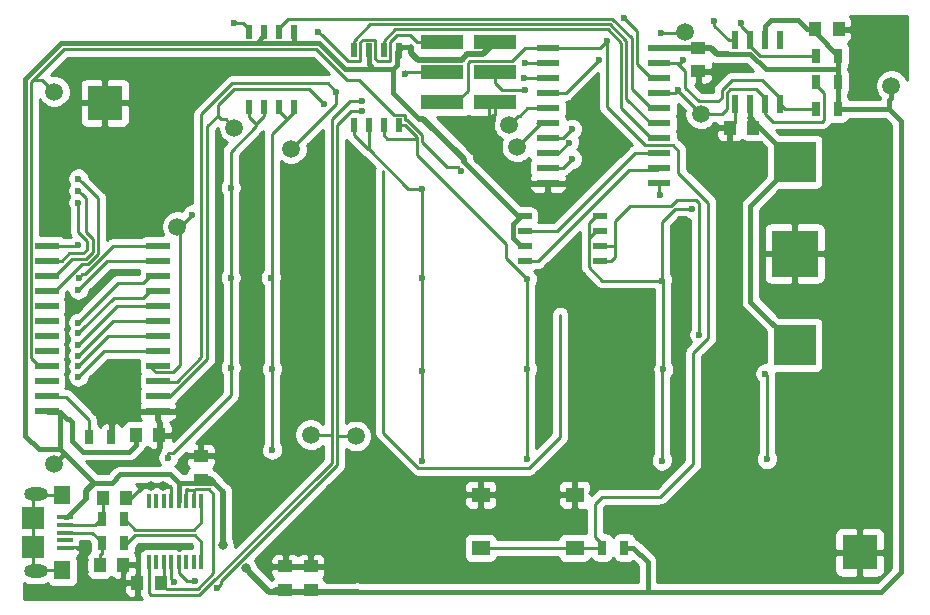
<source format=gbr>
G04 #@! TF.FileFunction,Copper,L1,Top,Signal*
%FSLAX46Y46*%
G04 Gerber Fmt 4.6, Leading zero omitted, Abs format (unit mm)*
G04 Created by KiCad (PCBNEW 4.0.4-stable) date Saturday, September 24, 2016 'PMt' 11:11:40 PM*
%MOMM*%
%LPD*%
G01*
G04 APERTURE LIST*
%ADD10C,0.100000*%
%ADD11C,0.800000*%
%ADD12C,1.500000*%
%ADD13R,1.000000X1.250000*%
%ADD14R,1.250000X1.000000*%
%ADD15R,3.000000X3.000000*%
%ADD16R,0.508000X1.143000*%
%ADD17R,4.000000X4.000000*%
%ADD18R,3.600000X3.500000*%
%ADD19R,0.600000X1.550000*%
%ADD20R,1.143000X0.508000*%
%ADD21R,1.950000X0.600000*%
%ADD22R,1.550000X1.300000*%
%ADD23R,0.700000X1.300000*%
%ADD24R,1.350000X0.400000*%
%ADD25R,1.400000X1.600000*%
%ADD26R,1.900000X1.900000*%
%ADD27O,2.000000X1.120000*%
%ADD28R,2.000000X0.600000*%
%ADD29R,3.680000X1.270000*%
%ADD30R,0.400000X1.200000*%
%ADD31C,0.600000*%
%ADD32C,0.250000*%
%ADD33C,0.500000*%
%ADD34C,0.381000*%
%ADD35C,0.400000*%
%ADD36C,0.254000*%
G04 APERTURE END LIST*
D10*
D11*
X176072800Y-104546400D03*
X174802800Y-104546400D03*
X140716000Y-111912400D03*
X141732000Y-111912400D03*
X120396000Y-144881600D03*
X120396000Y-145948400D03*
X107391200Y-149402800D03*
X107391200Y-148386800D03*
X107391200Y-147370800D03*
X132080000Y-149606000D03*
X146304000Y-145542000D03*
X143510000Y-145542000D03*
X143510000Y-144018000D03*
X146304000Y-144018000D03*
X106680000Y-106680000D03*
X107950000Y-106680000D03*
X174802800Y-103378000D03*
X176072800Y-103378000D03*
X175514000Y-114808000D03*
X174244000Y-114808000D03*
X161188400Y-107010200D03*
X160147000Y-108432600D03*
X148844000Y-109982000D03*
X150114000Y-109982000D03*
X116840000Y-135077200D03*
X115976400Y-135940800D03*
X113080800Y-142087600D03*
X114096800Y-142087600D03*
D12*
X144068800Y-113385600D03*
X143408400Y-111506000D03*
D13*
X108728000Y-148793200D03*
X110728000Y-148793200D03*
D12*
X159613600Y-110591600D03*
X158292800Y-103632000D03*
X130403600Y-137871200D03*
X126593600Y-137769600D03*
D14*
X126593600Y-150910800D03*
X126593600Y-148910800D03*
D15*
X109169200Y-109677200D03*
X173075600Y-147726400D03*
D13*
X108982000Y-143103600D03*
X110982000Y-143103600D03*
D14*
X124460000Y-150910800D03*
X124460000Y-148910800D03*
D16*
X134048500Y-111569500D03*
X132778500Y-111569500D03*
X131508500Y-111569500D03*
X130238500Y-111569500D03*
X130238500Y-105219500D03*
X131508500Y-105219500D03*
X132778500Y-105219500D03*
X134048500Y-105219500D03*
D17*
X167576500Y-122428000D03*
D18*
X167576500Y-130178000D03*
X167576500Y-114678000D03*
D19*
X166370000Y-104361000D03*
X165100000Y-104361000D03*
X163830000Y-104361000D03*
X162560000Y-104361000D03*
X162560000Y-109761000D03*
X163830000Y-109761000D03*
X165100000Y-109761000D03*
X166370000Y-109761000D03*
D20*
X151066500Y-119253000D03*
X151066500Y-120523000D03*
X151066500Y-121793000D03*
X151066500Y-123063000D03*
X144716500Y-123063000D03*
X144716500Y-121793000D03*
X144716500Y-120523000D03*
X144716500Y-119253000D03*
D21*
X146684000Y-105029000D03*
X146684000Y-106299000D03*
X146684000Y-107569000D03*
X146684000Y-108839000D03*
X146684000Y-110109000D03*
X146684000Y-111379000D03*
X146684000Y-112649000D03*
X146684000Y-113919000D03*
X146684000Y-115189000D03*
X146684000Y-116459000D03*
X156084000Y-116459000D03*
X156084000Y-115189000D03*
X156084000Y-113919000D03*
X156084000Y-112649000D03*
X156084000Y-111379000D03*
X156084000Y-110109000D03*
X156084000Y-108839000D03*
X156084000Y-107569000D03*
X156084000Y-106299000D03*
X156084000Y-105029000D03*
D22*
X140995500Y-147347500D03*
X140995500Y-142847500D03*
X148945500Y-142847500D03*
X148945500Y-147347500D03*
D23*
X153159500Y-147320000D03*
X151259500Y-147320000D03*
X171257000Y-105664000D03*
X169357000Y-105664000D03*
X171257000Y-107886500D03*
X169357000Y-107886500D03*
X107825500Y-137985500D03*
X109725500Y-137985500D03*
X108905000Y-144907000D03*
X110805000Y-144907000D03*
D16*
X125222000Y-109982000D03*
X123952000Y-109982000D03*
X122682000Y-109982000D03*
X121412000Y-109982000D03*
X121412000Y-103632000D03*
X122682000Y-103632000D03*
X123952000Y-103632000D03*
X125222000Y-103632000D03*
D23*
X108905000Y-146939000D03*
X110805000Y-146939000D03*
D24*
X105799000Y-147350000D03*
X105799000Y-146700000D03*
X105799000Y-144750000D03*
X105799000Y-145400000D03*
D25*
X105574000Y-142850000D03*
D26*
X103124000Y-144850000D03*
D27*
X103324000Y-142795000D03*
X103324000Y-149305000D03*
D26*
X103124000Y-147250000D03*
D25*
X105574000Y-149250000D03*
D24*
X105799000Y-146050000D03*
D23*
X171257000Y-110172500D03*
X169357000Y-110172500D03*
D12*
X124968000Y-113538000D03*
X104902000Y-108712000D03*
X120142000Y-111760000D03*
X115316000Y-120142000D03*
X104902000Y-140208000D03*
X175768000Y-108204000D03*
D28*
X113666000Y-135763000D03*
X113666000Y-134493000D03*
X113666000Y-133223000D03*
X113666000Y-131953000D03*
X113666000Y-130683000D03*
X113666000Y-129413000D03*
X113666000Y-128143000D03*
X113666000Y-126873000D03*
X113666000Y-125603000D03*
X113666000Y-124333000D03*
X113666000Y-123063000D03*
X113666000Y-121793000D03*
X104266000Y-121793000D03*
X104266000Y-123063000D03*
X104266000Y-124333000D03*
X104266000Y-125603000D03*
X104266000Y-126873000D03*
X104266000Y-128143000D03*
X104266000Y-129413000D03*
X104266000Y-130683000D03*
X104266000Y-131953000D03*
X104266000Y-133223000D03*
X104266000Y-134493000D03*
X104266000Y-135763000D03*
D29*
X142174000Y-104546400D03*
X142174000Y-107086400D03*
X142174000Y-109626400D03*
X137734000Y-109626400D03*
X137734000Y-107086400D03*
X137734000Y-104546400D03*
D30*
X112903000Y-148586500D03*
X113538000Y-148586500D03*
X114173000Y-148586500D03*
X114808000Y-148586500D03*
X115443000Y-148586500D03*
X116078000Y-148586500D03*
X116713000Y-148586500D03*
X117348000Y-148586500D03*
X117348000Y-143386500D03*
X116713000Y-143386500D03*
X116078000Y-143386500D03*
X115443000Y-143386500D03*
X114808000Y-143386500D03*
X114173000Y-143386500D03*
X113538000Y-143386500D03*
X112903000Y-143386500D03*
D13*
X113937800Y-150317200D03*
X111937800Y-150317200D03*
X111776000Y-137795000D03*
X113776000Y-137795000D03*
X164093400Y-111760000D03*
X162093400Y-111760000D03*
X169307000Y-103441500D03*
X171307000Y-103441500D03*
D14*
X159410400Y-104994200D03*
X159410400Y-106994200D03*
X117297200Y-141563600D03*
X117297200Y-139563600D03*
D11*
X121099865Y-149090665D03*
X119151698Y-147142498D03*
D31*
X116789200Y-150164800D03*
X153111200Y-102463598D03*
X120142000Y-102870000D03*
X127254000Y-103645502D03*
X144678400Y-107594400D03*
X115062000Y-150215600D03*
X118678949Y-150733749D03*
X130937000Y-110363000D03*
X144729200Y-106324400D03*
X130937000Y-109474000D03*
X144907000Y-124586994D03*
X144907000Y-132207000D03*
X144907000Y-139827000D03*
X156464000Y-132207000D03*
X156337000Y-139954000D03*
X158877000Y-118618000D03*
X156337000Y-124714006D03*
X106934000Y-132842000D03*
X106934000Y-131953000D03*
X106934000Y-131064000D03*
X106934000Y-130175000D03*
X106934000Y-129159000D03*
X106934000Y-128270000D03*
X106934000Y-125476000D03*
X106963449Y-124489449D03*
X106933996Y-121666000D03*
X106934000Y-118109992D03*
X106934000Y-117094000D03*
X106934000Y-116078000D03*
X159512000Y-129286000D03*
X165099994Y-132588000D03*
X165227000Y-139827000D03*
X136017000Y-116967000D03*
X136017000Y-124460004D03*
X136017004Y-132334000D03*
X136017000Y-139953998D03*
X114554000Y-139699990D03*
X119824500Y-132080000D03*
X119824500Y-124460000D03*
X119824500Y-116840000D03*
X123340018Y-139031411D03*
X123317000Y-132207002D03*
X123238480Y-124486481D03*
X156278664Y-103784400D03*
X134620000Y-107188000D03*
X158115000Y-106045000D03*
X160782000Y-102717600D03*
X151701500Y-104395032D03*
X163068000Y-102920800D03*
X151003000Y-106045000D03*
X157683200Y-108585000D03*
X144780000Y-108559600D03*
X127762000Y-109728000D03*
X148717000Y-111887000D03*
X148463000Y-113030000D03*
X128778000Y-108712000D03*
X156181500Y-117484990D03*
X116586000Y-119126000D03*
X139338735Y-115423265D03*
X148717000Y-114427000D03*
D32*
X147726400Y-127609600D02*
X147726400Y-137932602D01*
X147726400Y-137932602D02*
X145080003Y-140578999D01*
X145080003Y-140578999D02*
X135716999Y-140578999D01*
X135716999Y-140578999D02*
X132740400Y-137602400D01*
X132740400Y-137602400D02*
X132740400Y-115469810D01*
D33*
X156084000Y-105029000D02*
X159375600Y-105029000D01*
X159375600Y-105029000D02*
X159410400Y-104994200D01*
X160528000Y-105045000D02*
X159461200Y-105045000D01*
X159461200Y-105045000D02*
X159410400Y-104994200D01*
X156100000Y-105045000D02*
X156084000Y-105029000D01*
X161947599Y-105526501D02*
X161009501Y-105526501D01*
X161009501Y-105526501D02*
X160528000Y-105045000D01*
D34*
X122037499Y-104594001D02*
X105483001Y-104594001D01*
X105483001Y-104594001D02*
X102412800Y-107664202D01*
X102412800Y-107664202D02*
X102412800Y-137845800D01*
X102412800Y-137845800D02*
X103568500Y-139001500D01*
X103568500Y-139001500D02*
X105410000Y-139001500D01*
X155130500Y-151091001D02*
X174892599Y-151091001D01*
X174892599Y-151091001D02*
X176580800Y-149402800D01*
X176580800Y-149402800D02*
X176580800Y-111175800D01*
X176580800Y-111175800D02*
X175577500Y-110172500D01*
D33*
X135125098Y-104902000D02*
X135125098Y-105457898D01*
X135125098Y-105457898D02*
X135668599Y-106001399D01*
X135668599Y-106001399D02*
X139385813Y-106001399D01*
X139385813Y-106001399D02*
X139835823Y-105551389D01*
X139835823Y-105551389D02*
X141169011Y-105551389D01*
X141169011Y-105551389D02*
X142174000Y-104546400D01*
X139575500Y-114429500D02*
X136144000Y-110998000D01*
X136144000Y-110998000D02*
X135763000Y-110998000D01*
X139575500Y-114683500D02*
X139575500Y-114429500D01*
D34*
X144716500Y-119253000D02*
X144145000Y-119253000D01*
X144145000Y-119253000D02*
X139575500Y-114683500D01*
X135763000Y-110998000D02*
X133604000Y-108839000D01*
X133604000Y-108839000D02*
X133604000Y-106807000D01*
X108267500Y-141859000D02*
X109746000Y-141859000D01*
X109746000Y-141859000D02*
X110482600Y-141122400D01*
X110482600Y-141122400D02*
X114706400Y-141122400D01*
X114706400Y-141122400D02*
X115443000Y-141859000D01*
D33*
X117297200Y-141513600D02*
X118082100Y-141513600D01*
X118082100Y-141513600D02*
X118394589Y-141826089D01*
D34*
X118394589Y-141826089D02*
X119126000Y-142557500D01*
X115475911Y-141826089D02*
X118394589Y-141826089D01*
X115443000Y-141859000D02*
X115475911Y-141826089D01*
D33*
X121499864Y-149490664D02*
X121099865Y-149090665D01*
X123494800Y-151091001D02*
X123100201Y-151091001D01*
X123100201Y-151091001D02*
X121499864Y-149490664D01*
X130580501Y-151091001D02*
X127711200Y-151091001D01*
X127711200Y-151091001D02*
X123494800Y-151091001D01*
X126542800Y-151064000D02*
X127692800Y-151064000D01*
X127692800Y-151064000D02*
X127711200Y-151082400D01*
X127711200Y-151082400D02*
X127711200Y-151091001D01*
X124460000Y-150910800D02*
X123675001Y-150910800D01*
X123675001Y-150910800D02*
X123494800Y-151091001D01*
X119151698Y-147142498D02*
X119151698Y-142583198D01*
X119151698Y-142583198D02*
X119126000Y-142557500D01*
X107569000Y-143165002D02*
X107569000Y-142557500D01*
X107569000Y-142557500D02*
X108267500Y-141859000D01*
D35*
X105799000Y-144750000D02*
X105984002Y-144750000D01*
X105984002Y-144750000D02*
X107569000Y-143165002D01*
D34*
X111252000Y-139192000D02*
X111826000Y-138618000D01*
X111826000Y-138618000D02*
X111826000Y-138049000D01*
X107329098Y-139192000D02*
X111252000Y-139192000D01*
X105410000Y-135826500D02*
X105981500Y-136398000D01*
X105981500Y-136398000D02*
X106172000Y-136398000D01*
X106426000Y-138288902D02*
X107329098Y-139192000D01*
X106172000Y-136398000D02*
X106426000Y-136652000D01*
X106426000Y-136652000D02*
X106426000Y-138288902D01*
X175768000Y-108204000D02*
X175768000Y-109264660D01*
X175768000Y-109264660D02*
X175577500Y-109455160D01*
X175577500Y-109455160D02*
X175577500Y-110172500D01*
X133929498Y-106481502D02*
X133604000Y-106807000D01*
X134048500Y-105219500D02*
X133929498Y-105338502D01*
X133929498Y-105338502D02*
X133929498Y-106481502D01*
X134048500Y-105219500D02*
X134366000Y-104902000D01*
X134366000Y-104902000D02*
X135125098Y-104902000D01*
X135125098Y-104902000D02*
X135134599Y-104911501D01*
X131508500Y-105219500D02*
X131508500Y-106362500D01*
X131508500Y-106362500D02*
X131699000Y-106553000D01*
X131699000Y-106553000D02*
X131699000Y-106807000D01*
X105410000Y-139001500D02*
X105664000Y-139255500D01*
X105664000Y-139255500D02*
X108267500Y-141859000D01*
X104902000Y-140208000D02*
X105651999Y-139458001D01*
X105651999Y-139458001D02*
X105651999Y-139267501D01*
X105651999Y-139267501D02*
X105664000Y-139255500D01*
X105410000Y-135826500D02*
X104329500Y-135826500D01*
X104329500Y-135826500D02*
X104266000Y-135763000D01*
X171232499Y-106845999D02*
X171257000Y-106870500D01*
X163791461Y-105526501D02*
X165110959Y-106845999D01*
X165110959Y-106845999D02*
X171232499Y-106845999D01*
X161947599Y-105526501D02*
X163791461Y-105526501D01*
X131699000Y-106807000D02*
X129540000Y-106807000D01*
X127327001Y-104594001D02*
X125212499Y-104594001D01*
X129540000Y-106807000D02*
X127327001Y-104594001D01*
X133604000Y-106807000D02*
X131699000Y-106807000D01*
X134048500Y-105219500D02*
X134048500Y-105669942D01*
X144716500Y-119253000D02*
X144399000Y-119253000D01*
X144399000Y-119253000D02*
X143754499Y-119897501D01*
X143754499Y-119897501D02*
X143754499Y-121148499D01*
X143754499Y-121148499D02*
X144399000Y-121793000D01*
X144399000Y-121793000D02*
X144716500Y-121793000D01*
X145034000Y-119253000D02*
X144716500Y-119253000D01*
X125222000Y-103632000D02*
X125222000Y-104584500D01*
X125222000Y-104584500D02*
X125212499Y-104594001D01*
X125212499Y-104594001D02*
X122037499Y-104594001D01*
X122682000Y-103632000D02*
X122682000Y-103949500D01*
X122682000Y-103949500D02*
X122037499Y-104594001D01*
X153159500Y-147320000D02*
X153890500Y-147320000D01*
X153890500Y-147320000D02*
X155130500Y-148560000D01*
X171257000Y-106870500D02*
X171257000Y-107886500D01*
X171257000Y-110172500D02*
X171257000Y-107886500D01*
X169357000Y-103441500D02*
X169357000Y-103764000D01*
X169357000Y-103764000D02*
X171257000Y-105664000D01*
X169357000Y-103441500D02*
X168626000Y-103441500D01*
X105410000Y-135826500D02*
X105410000Y-139001500D01*
X115443000Y-143386500D02*
X115443000Y-141859000D01*
X175577500Y-110172500D02*
X171257000Y-110172500D01*
X171257000Y-105664000D02*
X171257000Y-106870500D01*
X165100000Y-103187500D02*
X165100000Y-104361000D01*
X168626000Y-103441500D02*
X167864000Y-102679500D01*
X167864000Y-102679500D02*
X165608000Y-102679500D01*
X165608000Y-102679500D02*
X165100000Y-103187500D01*
X130492500Y-151003000D02*
X130580501Y-151091001D01*
X130580501Y-151091001D02*
X155130500Y-151091001D01*
X155130500Y-148560000D02*
X155130500Y-151091001D01*
D32*
X141732000Y-111912400D02*
X141732000Y-110068400D01*
X141732000Y-110068400D02*
X142174000Y-109626400D01*
X142174000Y-109626400D02*
X142174000Y-110708400D01*
X110982000Y-143103600D02*
X111353600Y-143103600D01*
X111353600Y-143103600D02*
X112369600Y-142087600D01*
X112369600Y-142087600D02*
X113080800Y-142087600D01*
X110982000Y-143103600D02*
X110982000Y-143068800D01*
X114096800Y-142087600D02*
X113080800Y-142087600D01*
X114808000Y-143386500D02*
X114808000Y-142233115D01*
X114808000Y-142233115D02*
X114662485Y-142087600D01*
X114662485Y-142087600D02*
X114096800Y-142087600D01*
X116364936Y-150164800D02*
X116789200Y-150164800D01*
X116171300Y-150164800D02*
X116364936Y-150164800D01*
X115443000Y-149436500D02*
X116171300Y-150164800D01*
X115443000Y-148586500D02*
X115443000Y-149436500D01*
X106476800Y-147269200D02*
X107442000Y-147269200D01*
X105799000Y-147350000D02*
X106396000Y-147350000D01*
X106396000Y-147350000D02*
X106476800Y-147269200D01*
X105799000Y-147350000D02*
X106343000Y-147350000D01*
X105799000Y-147350000D02*
X106274000Y-147350000D01*
X162560000Y-111379000D02*
X162369500Y-111569500D01*
X162560000Y-109761000D02*
X162560000Y-111379000D01*
X153411199Y-102763597D02*
X153111200Y-102463598D01*
X155409000Y-107569000D02*
X154241503Y-106401503D01*
X156084000Y-107569000D02*
X155409000Y-107569000D01*
X154241503Y-103593901D02*
X153411199Y-102763597D01*
X154241503Y-106401503D02*
X154241503Y-103593901D01*
X127553999Y-103945501D02*
X127254000Y-103645502D01*
X129724499Y-106116001D02*
X127553999Y-103945501D01*
X133292501Y-106116001D02*
X132264499Y-106116001D01*
X135005644Y-103908044D02*
X133949454Y-103908044D01*
X130752501Y-106116001D02*
X129724499Y-106116001D01*
X130994499Y-104322999D02*
X130817501Y-104499997D01*
X130817501Y-106051001D02*
X130752501Y-106116001D01*
X130817501Y-104499997D02*
X130817501Y-106051001D01*
X133357501Y-106051001D02*
X133292501Y-106116001D01*
X132087501Y-104387999D02*
X132022501Y-104322999D01*
X132087501Y-105939003D02*
X132087501Y-104387999D01*
X132264499Y-106116001D02*
X132087501Y-105939003D01*
X133357501Y-104499997D02*
X133357501Y-106051001D01*
X133949454Y-103908044D02*
X133357501Y-104499997D01*
X135644000Y-104546400D02*
X135005644Y-103908044D01*
X137734000Y-104546400D02*
X135644000Y-104546400D01*
X132022501Y-104322999D02*
X130994499Y-104322999D01*
X120142000Y-102870000D02*
X120904000Y-102870000D01*
X120904000Y-102870000D02*
X121412000Y-103378000D01*
X121412000Y-103378000D02*
X121412000Y-103632000D01*
X124708489Y-102558011D02*
X152128207Y-102558011D01*
X153791492Y-104221296D02*
X153791492Y-108491492D01*
X155409000Y-110109000D02*
X156084000Y-110109000D01*
X123952000Y-103632000D02*
X123952000Y-103314500D01*
X123952000Y-103314500D02*
X124708489Y-102558011D01*
X152128207Y-102558011D02*
X153791492Y-104221296D01*
X153791492Y-108491492D02*
X155409000Y-110109000D01*
X144653000Y-107569000D02*
X144678400Y-107594400D01*
X146684000Y-107569000D02*
X144653000Y-107569000D01*
X128847011Y-111550487D02*
X128847011Y-137871200D01*
X128847011Y-137871200D02*
X128847011Y-140318199D01*
X129342940Y-137871200D02*
X128847011Y-137871200D01*
X130403600Y-137871200D02*
X129342940Y-137871200D01*
X114808000Y-148586500D02*
X114808000Y-149961600D01*
X114808000Y-149961600D02*
X115062000Y-150215600D01*
X118978948Y-150186262D02*
X118978948Y-150433750D01*
X128847011Y-140318199D02*
X118978948Y-150186262D01*
X130034498Y-110363000D02*
X128847011Y-111550487D01*
X130937000Y-110363000D02*
X130034498Y-110363000D01*
X118978948Y-150433750D02*
X118678949Y-150733749D01*
X144754600Y-106299000D02*
X144729200Y-106324400D01*
X146684000Y-106299000D02*
X144754600Y-106299000D01*
X128397000Y-140131800D02*
X128397000Y-137769600D01*
X128397000Y-137769600D02*
X128397000Y-110998000D01*
X127654260Y-137769600D02*
X128397000Y-137769600D01*
X126593600Y-137769600D02*
X127654260Y-137769600D01*
X112903000Y-148586500D02*
X112903000Y-151205002D01*
X112903000Y-151205002D02*
X113046599Y-151348601D01*
X113046599Y-151348601D02*
X117180199Y-151348601D01*
X129921000Y-109474000D02*
X130512736Y-109474000D01*
X117180199Y-151348601D02*
X128397000Y-140131800D01*
X128397000Y-110998000D02*
X129921000Y-109474000D01*
X130512736Y-109474000D02*
X130937000Y-109474000D01*
X131628478Y-103008022D02*
X151941807Y-103008022D01*
X153341481Y-109311481D02*
X155409000Y-111379000D01*
X130238500Y-104398000D02*
X131628478Y-103008022D01*
X151941807Y-103008022D02*
X153341481Y-104407696D01*
X155409000Y-111379000D02*
X156084000Y-111379000D01*
X130238500Y-105219500D02*
X130238500Y-104398000D01*
X153341481Y-104407696D02*
X153341481Y-109311481D01*
X151755407Y-103458033D02*
X152891470Y-104594096D01*
X132778500Y-105219500D02*
X132778500Y-104398000D01*
X152891470Y-110131470D02*
X155409000Y-112649000D01*
X152891470Y-104594096D02*
X152891470Y-110131470D01*
X133718467Y-103458033D02*
X151755407Y-103458033D01*
X155409000Y-112649000D02*
X156084000Y-112649000D01*
X132778500Y-104398000D02*
X133718467Y-103458033D01*
X144716500Y-120523000D02*
X147447000Y-120523000D01*
X154051000Y-113919000D02*
X156084000Y-113919000D01*
X147447000Y-120523000D02*
X154051000Y-113919000D01*
X144716500Y-123063000D02*
X145845998Y-123063000D01*
X145845998Y-123063000D02*
X153592998Y-115316000D01*
X153592998Y-115316000D02*
X155956000Y-115316000D01*
X155956000Y-115316000D02*
X156083000Y-115189000D01*
X156083000Y-115189000D02*
X156084000Y-115189000D01*
X135572500Y-112589500D02*
X135572500Y-114084100D01*
X135572500Y-114084100D02*
X143129000Y-121640600D01*
X143129000Y-121640600D02*
X143129000Y-122809000D01*
X143129000Y-122809000D02*
X144606995Y-124286995D01*
X144606995Y-124286995D02*
X144607001Y-124286995D01*
X144607001Y-124286995D02*
X144907000Y-124586994D01*
X144907000Y-132207000D02*
X144907000Y-124586994D01*
X144907000Y-139827000D02*
X144907000Y-132207000D01*
X134552500Y-111569500D02*
X135572500Y-112589500D01*
X133100000Y-112712500D02*
X135449500Y-112712500D01*
X135449500Y-112712500D02*
X135572500Y-112589500D01*
X132778500Y-111569500D02*
X132778500Y-112391000D01*
X132778500Y-112391000D02*
X133100000Y-112712500D01*
X134048500Y-111569500D02*
X134552500Y-111569500D01*
X158877000Y-118618000D02*
X157480000Y-118618000D01*
X157480000Y-118618000D02*
X156337000Y-119761000D01*
X156337000Y-119761000D02*
X156337000Y-124714006D01*
X151066500Y-119253000D02*
X150749000Y-119253000D01*
X150749000Y-119253000D02*
X150169999Y-119832001D01*
X150169999Y-119832001D02*
X150169999Y-121102001D01*
X151066500Y-120523000D02*
X150749000Y-120523000D01*
X150749000Y-120523000D02*
X150169999Y-121102001D01*
X150169999Y-121102001D02*
X150169999Y-123577001D01*
X150169999Y-123577001D02*
X151307004Y-124714006D01*
X151307004Y-124714006D02*
X156337000Y-124714006D01*
X156337000Y-139954000D02*
X156337000Y-132334000D01*
X156464000Y-124841006D02*
X156337000Y-124714006D01*
X156464000Y-132207000D02*
X156464000Y-124841006D01*
X156337000Y-132334000D02*
X156464000Y-132207000D01*
X109093000Y-130683000D02*
X107233999Y-132542001D01*
X113666000Y-130683000D02*
X109093000Y-130683000D01*
X107233999Y-132542001D02*
X106934000Y-132842000D01*
X107233999Y-131653001D02*
X106934000Y-131953000D01*
X109474000Y-129413000D02*
X107233999Y-131653001D01*
X113666000Y-129413000D02*
X109474000Y-129413000D01*
X107233999Y-130764001D02*
X106934000Y-131064000D01*
X109855000Y-128143000D02*
X107233999Y-130764001D01*
X113666000Y-128143000D02*
X109855000Y-128143000D01*
X107233999Y-129875001D02*
X106934000Y-130175000D01*
X110236000Y-126873000D02*
X107233999Y-129875001D01*
X113666000Y-126873000D02*
X110236000Y-126873000D01*
X109940000Y-126153000D02*
X107233999Y-128859001D01*
X107233999Y-128859001D02*
X106934000Y-129159000D01*
X112966000Y-125603000D02*
X112416000Y-126153000D01*
X113666000Y-125603000D02*
X112966000Y-125603000D01*
X112416000Y-126153000D02*
X109940000Y-126153000D01*
X112966000Y-124333000D02*
X112416000Y-124883000D01*
X107233999Y-127970001D02*
X106934000Y-128270000D01*
X110321000Y-124883000D02*
X107233999Y-127970001D01*
X112416000Y-124883000D02*
X110321000Y-124883000D01*
X113666000Y-124333000D02*
X112966000Y-124333000D01*
X109347000Y-123063000D02*
X107233999Y-125176001D01*
X113666000Y-123063000D02*
X109347000Y-123063000D01*
X107233999Y-125176001D02*
X106934000Y-125476000D01*
X107498789Y-124189450D02*
X107263448Y-124189450D01*
X109895239Y-121793000D02*
X107498789Y-124189450D01*
X113666000Y-121793000D02*
X109895239Y-121793000D01*
X107263448Y-124189450D02*
X106963449Y-124489449D01*
X106806996Y-121793000D02*
X106933996Y-121666000D01*
X104266000Y-121793000D02*
X106806996Y-121793000D01*
X106934000Y-120613996D02*
X106934000Y-118534256D01*
X107686002Y-122093004D02*
X107686002Y-121365998D01*
X107686002Y-121365998D02*
X106934000Y-120613996D01*
X107361002Y-122418004D02*
X107686002Y-122093004D01*
X106934000Y-118534256D02*
X106934000Y-118109992D01*
X106160996Y-122418004D02*
X107361002Y-122418004D01*
X104266000Y-123063000D02*
X105516000Y-123063000D01*
X105516000Y-123063000D02*
X106160996Y-122418004D01*
X104266000Y-124333000D02*
X104966000Y-124333000D01*
X104966000Y-124333000D02*
X106430985Y-122868015D01*
X106430985Y-122868015D02*
X107547402Y-122868015D01*
X107547402Y-122868015D02*
X108136013Y-122279404D01*
X107233999Y-117393999D02*
X106934000Y-117094000D01*
X108136013Y-122279404D02*
X108136013Y-121179598D01*
X108136013Y-121179598D02*
X107569000Y-120612585D01*
X107569000Y-120612585D02*
X107569000Y-117729000D01*
X107569000Y-117729000D02*
X107233999Y-117393999D01*
X104966000Y-125603000D02*
X107250974Y-123318026D01*
X108586024Y-117730024D02*
X107233999Y-116377999D01*
X104266000Y-125603000D02*
X104966000Y-125603000D01*
X107250974Y-123318026D02*
X107733802Y-123318026D01*
X107733802Y-123318026D02*
X108586024Y-122465804D01*
X108586024Y-122465804D02*
X108586024Y-117730024D01*
X107233999Y-116377999D02*
X106934000Y-116078000D01*
X159512000Y-118110000D02*
X159512000Y-129286000D01*
X159258000Y-117856000D02*
X159512000Y-118110000D01*
X157605589Y-117856000D02*
X159258000Y-117856000D01*
X157097589Y-118364000D02*
X157605589Y-117856000D01*
X152400000Y-119634000D02*
X153670000Y-118364000D01*
X153670000Y-118364000D02*
X157097589Y-118364000D01*
X152400000Y-122555000D02*
X152400000Y-119634000D01*
X151066500Y-123063000D02*
X152019000Y-123063000D01*
X152019000Y-123063000D02*
X152400000Y-122682000D01*
X152400000Y-122682000D02*
X152400000Y-122555000D01*
X151066500Y-121793000D02*
X152273000Y-121793000D01*
X152273000Y-121793000D02*
X152400000Y-121920000D01*
X152400000Y-121920000D02*
X152400000Y-122555000D01*
X165227000Y-132715006D02*
X165099994Y-132588000D01*
X165227000Y-139827000D02*
X165227000Y-132715006D01*
X136017000Y-124459996D02*
X136017000Y-116967000D01*
X131508500Y-113601500D02*
X134874000Y-116967000D01*
X134874000Y-116967000D02*
X136017000Y-116967000D01*
X136017004Y-124460000D02*
X136017000Y-124459996D01*
X136017004Y-132334000D02*
X136017004Y-124460000D01*
X136017004Y-124460000D02*
X136017000Y-124460004D01*
X136017000Y-132334004D02*
X136017004Y-132334000D01*
X136017000Y-139953998D02*
X136017000Y-132334004D01*
X131508500Y-113601500D02*
X131508500Y-111569500D01*
X130238500Y-111569500D02*
X130238500Y-112391000D01*
X130238500Y-112391000D02*
X131449000Y-113601500D01*
X131449000Y-113601500D02*
X131508500Y-113601500D01*
X119824500Y-132080000D02*
X119824500Y-134429500D01*
X119824500Y-134429500D02*
X114978274Y-139275726D01*
X114978274Y-139275726D02*
X114554000Y-139275726D01*
X114554000Y-139275726D02*
X114554000Y-139699990D01*
X119824500Y-132080000D02*
X119824500Y-124460000D01*
X119824500Y-124460000D02*
X119824500Y-116840000D01*
X122682000Y-109982000D02*
X122682000Y-110744000D01*
X122682000Y-110744000D02*
X121983500Y-111442500D01*
X119824500Y-116840000D02*
X119824500Y-113792000D01*
X121412000Y-110871000D02*
X121412000Y-109982000D01*
X121983500Y-111442500D02*
X121412000Y-110871000D01*
X121983500Y-111633000D02*
X121983500Y-111442500D01*
X119824500Y-113792000D02*
X121983500Y-111633000D01*
X123317000Y-132207002D02*
X123317000Y-139008393D01*
X123317000Y-139008393D02*
X123340018Y-139031411D01*
X123317000Y-124460000D02*
X123317000Y-132207002D01*
X124618750Y-111029750D02*
X123317000Y-112331500D01*
X123317000Y-112331500D02*
X123317000Y-124460000D01*
X123264961Y-124460000D02*
X123238480Y-124486481D01*
X123317000Y-124460000D02*
X123264961Y-124460000D01*
X125222000Y-109982000D02*
X125222000Y-110426500D01*
X125222000Y-110426500D02*
X124618750Y-111029750D01*
X124618750Y-111029750D02*
X123952000Y-110363000D01*
X123952000Y-110363000D02*
X123952000Y-109982000D01*
X103124000Y-144850000D02*
X103124000Y-142795000D01*
X105574000Y-142850000D02*
X103179000Y-142850000D01*
X103179000Y-142850000D02*
X103124000Y-142795000D01*
X103124000Y-144850000D02*
X103124000Y-147250000D01*
X103124000Y-147250000D02*
X103124000Y-149305000D01*
X105574000Y-149250000D02*
X103179000Y-149250000D01*
X103179000Y-149250000D02*
X103124000Y-149305000D01*
D33*
X164093400Y-111760000D02*
X164093400Y-111244900D01*
X164093400Y-111244900D02*
X163830000Y-110981500D01*
D34*
X167576500Y-130178000D02*
X167516000Y-130178000D01*
X167516000Y-130178000D02*
X163830000Y-126492000D01*
X163830000Y-126492000D02*
X163830000Y-118364000D01*
X163830000Y-118364000D02*
X167516000Y-114678000D01*
X167516000Y-114678000D02*
X167576500Y-114678000D01*
X168318180Y-130919680D02*
X167576500Y-130178000D01*
X163830000Y-109761000D02*
X163830000Y-110981500D01*
X163830000Y-110981500D02*
X167526500Y-114678000D01*
X167526500Y-114678000D02*
X167576500Y-114678000D01*
D32*
X157632400Y-106299000D02*
X158308201Y-106974801D01*
X158308201Y-106974801D02*
X158308201Y-108378003D01*
X162312202Y-107696000D02*
X164780000Y-107696000D01*
X158308201Y-108378003D02*
X159446797Y-109516599D01*
X159446797Y-109516599D02*
X161120401Y-109516599D01*
X161120401Y-109516599D02*
X161398790Y-109238210D01*
X161398790Y-109238210D02*
X161398790Y-108609412D01*
X161398790Y-108609412D02*
X162312202Y-107696000D01*
X164780000Y-107696000D02*
X166370000Y-109286000D01*
X166370000Y-109286000D02*
X166370000Y-109761000D01*
X156084000Y-106299000D02*
X157632400Y-106299000D01*
X157632400Y-106299000D02*
X157861000Y-106299000D01*
X137734000Y-107086400D02*
X134721600Y-107086400D01*
X134721600Y-107086400D02*
X134620000Y-107188000D01*
X156278664Y-103784400D02*
X158140400Y-103784400D01*
X158140400Y-103784400D02*
X158292800Y-103632000D01*
X134620000Y-107003000D02*
X134620000Y-107188000D01*
X157861000Y-106299000D02*
X158115000Y-106045000D01*
X169357000Y-110172500D02*
X166781500Y-110172500D01*
X166781500Y-110172500D02*
X166370000Y-109761000D01*
X162010000Y-104361000D02*
X160782000Y-103133000D01*
X162560000Y-104361000D02*
X162010000Y-104361000D01*
X160782000Y-103133000D02*
X160782000Y-102717600D01*
X144345443Y-105465999D02*
X144314403Y-105465999D01*
X144314403Y-105465999D02*
X143654003Y-106126399D01*
X139899001Y-106301397D02*
X139899001Y-108666399D01*
X143654003Y-106126399D02*
X140073999Y-106126399D01*
X140073999Y-106126399D02*
X139899001Y-106301397D01*
X139899001Y-108666399D02*
X138939000Y-109626400D01*
X138939000Y-109626400D02*
X137734000Y-109626400D01*
X144345443Y-105465999D02*
X144782442Y-105029000D01*
X144782442Y-105029000D02*
X146684000Y-105029000D01*
X146684000Y-105029000D02*
X151067532Y-105029000D01*
X154930001Y-113274001D02*
X151701500Y-110045500D01*
X151701500Y-110045500D02*
X151701500Y-104395032D01*
X157299003Y-113274001D02*
X154930001Y-113274001D01*
X151067532Y-105029000D02*
X151701500Y-104395032D01*
X157734000Y-115570000D02*
X157734000Y-113708998D01*
X156205002Y-143006998D02*
X159004000Y-140208000D01*
X150659500Y-146420000D02*
X150659500Y-143604498D01*
X160274000Y-129540000D02*
X160274000Y-118110000D01*
X150659500Y-143604498D02*
X151257000Y-143006998D01*
X159004000Y-140208000D02*
X159004000Y-130810000D01*
X159004000Y-130810000D02*
X160274000Y-129540000D01*
X151257000Y-143006998D02*
X156205002Y-143006998D01*
X151259500Y-147320000D02*
X151259500Y-147020000D01*
X157734000Y-113708998D02*
X157299003Y-113274001D01*
X151259500Y-147020000D02*
X150659500Y-146420000D01*
X160274000Y-118110000D02*
X157734000Y-115570000D01*
X140995500Y-147347500D02*
X148945500Y-147347500D01*
X151259500Y-147320000D02*
X148973000Y-147320000D01*
X148973000Y-147320000D02*
X148945500Y-147347500D01*
X163830000Y-104361000D02*
X163830000Y-103886000D01*
X163068000Y-103124000D02*
X163068000Y-102920800D01*
X163830000Y-103886000D02*
X163068000Y-103124000D01*
X169357000Y-105664000D02*
X164658000Y-105664000D01*
X164658000Y-105664000D02*
X163830000Y-104836000D01*
X163830000Y-104836000D02*
X163830000Y-104361000D01*
X146684000Y-108839000D02*
X148209000Y-108839000D01*
X148209000Y-108839000D02*
X151003000Y-106045000D01*
X159613600Y-110591600D02*
X161417000Y-110591600D01*
X165100000Y-109286000D02*
X165100000Y-109761000D01*
X161417000Y-110591600D02*
X161848800Y-110159800D01*
X162136998Y-108524000D02*
X164338000Y-108524000D01*
X161848800Y-110159800D02*
X161848800Y-108812198D01*
X161848800Y-108812198D02*
X162136998Y-108524000D01*
X164338000Y-108524000D02*
X165100000Y-109286000D01*
X157429200Y-108839000D02*
X157683200Y-108585000D01*
X156084000Y-108839000D02*
X157429200Y-108839000D01*
X159613600Y-110591600D02*
X157683200Y-108661200D01*
X157683200Y-108661200D02*
X157683200Y-108585000D01*
X144780000Y-108559600D02*
X142762200Y-108559600D01*
X142762200Y-108559600D02*
X142174000Y-107971400D01*
X142174000Y-107971400D02*
X142174000Y-107086400D01*
X165100000Y-109761000D02*
X165100000Y-110617000D01*
X165735000Y-111252000D02*
X169862500Y-111252000D01*
X165100000Y-110617000D02*
X165735000Y-111252000D01*
X169862500Y-111252000D02*
X170032001Y-111082501D01*
X170032001Y-111082501D02*
X170032001Y-108861501D01*
X169357000Y-108186500D02*
X169357000Y-107886500D01*
X170032001Y-108861501D02*
X169357000Y-108186500D01*
X113030000Y-134556500D02*
X114620322Y-134556500D01*
X114620322Y-134556500D02*
X117856000Y-131320822D01*
X117856000Y-131320822D02*
X117856000Y-111633000D01*
X117856000Y-111633000D02*
X118745000Y-110744000D01*
X118745000Y-110744000D02*
X118745000Y-109855000D01*
X120142000Y-111760000D02*
X119392001Y-111010001D01*
X119392001Y-111010001D02*
X119011001Y-111010001D01*
X119011001Y-111010001D02*
X118745000Y-110744000D01*
X126492000Y-108458000D02*
X127762000Y-109728000D01*
X120142000Y-108458000D02*
X126492000Y-108458000D01*
X118745000Y-109855000D02*
X120142000Y-108458000D01*
X148717000Y-111887000D02*
X147955000Y-112649000D01*
X147955000Y-112649000D02*
X146684000Y-112649000D01*
X148463000Y-113030000D02*
X147574000Y-113919000D01*
X147574000Y-113919000D02*
X146684000Y-113919000D01*
X113030000Y-133286500D02*
X115253911Y-133286500D01*
X115253911Y-133286500D02*
X117348000Y-131192411D01*
X117348000Y-131192411D02*
X117348000Y-110615590D01*
X117348000Y-110615590D02*
X119955600Y-108007990D01*
X119955600Y-108007990D02*
X128073990Y-108007990D01*
X128073990Y-108007990D02*
X128778000Y-108712000D01*
X124968000Y-113538000D02*
X128778000Y-109728000D01*
X128778000Y-109728000D02*
X128778000Y-108712000D01*
X113030000Y-132016500D02*
X113474500Y-132461000D01*
X114935000Y-132461000D02*
X115570000Y-131826000D01*
X113474500Y-132461000D02*
X114935000Y-132461000D01*
X115570000Y-131826000D02*
X115570000Y-120142000D01*
X115316000Y-120142000D02*
X115570000Y-120142000D01*
X115570000Y-120142000D02*
X116586000Y-119126000D01*
X156084000Y-116459000D02*
X156084000Y-117387490D01*
X156084000Y-117387490D02*
X156181500Y-117484990D01*
X107825500Y-137985500D02*
X107825500Y-136527500D01*
X107825500Y-136527500D02*
X105854500Y-134556500D01*
X104329500Y-134556500D02*
X104266000Y-134493000D01*
X105854500Y-134556500D02*
X104329500Y-134556500D01*
X103566000Y-131953000D02*
X104266000Y-131953000D01*
X102928311Y-131315311D02*
X103566000Y-131953000D01*
X102928311Y-107891689D02*
X102928311Y-131315311D01*
X103124000Y-107696000D02*
X102928311Y-107891689D01*
X103124000Y-107696000D02*
X105710489Y-105109511D01*
X105710489Y-105109511D02*
X127080511Y-105109511D01*
X134738901Y-111119491D02*
X136022510Y-112403100D01*
X127080511Y-105109511D02*
X129676998Y-107705998D01*
X129676998Y-107705998D02*
X130718398Y-107705998D01*
X130718398Y-107705998D02*
X133685399Y-110672999D01*
X134627501Y-110737999D02*
X134627501Y-111119490D01*
X133685399Y-110672999D02*
X134562501Y-110672999D01*
X134562501Y-110672999D02*
X134627501Y-110737999D01*
X134627501Y-111119490D02*
X134738901Y-111119491D01*
X136022510Y-112403100D02*
X136022510Y-113010110D01*
X136022510Y-113010110D02*
X138135666Y-115123266D01*
X138135666Y-115123266D02*
X139038736Y-115123266D01*
X139038736Y-115123266D02*
X139338735Y-115423265D01*
X148417001Y-114726999D02*
X148717000Y-114427000D01*
X147955000Y-115189000D02*
X148417001Y-114726999D01*
X146684000Y-115189000D02*
X147955000Y-115189000D01*
X104902000Y-108712000D02*
X103886000Y-107696000D01*
X103886000Y-107696000D02*
X103124000Y-107696000D01*
X108982000Y-143103600D02*
X108982000Y-144830000D01*
X108982000Y-144830000D02*
X108905000Y-144907000D01*
X108905000Y-144653000D02*
X108905000Y-144841000D01*
X108905000Y-144841000D02*
X108346000Y-145400000D01*
X108346000Y-145400000D02*
X105799000Y-145400000D01*
X116713000Y-142536500D02*
X116763800Y-142485700D01*
X116763800Y-142485700D02*
X116907900Y-142341600D01*
X116078000Y-142367000D02*
X116154200Y-142367000D01*
X116154200Y-142367000D02*
X116272900Y-142485700D01*
X116272900Y-142485700D02*
X116763800Y-142485700D01*
X116078000Y-142986500D02*
X116078000Y-142367000D01*
X116078000Y-142367000D02*
X116103401Y-142341599D01*
X116078000Y-143386500D02*
X116078000Y-142986500D01*
X116713000Y-143386500D02*
X116713000Y-142536500D01*
X116907900Y-142341600D02*
X117957600Y-142341600D01*
X117957600Y-142341600D02*
X118364000Y-142748000D01*
X118364000Y-142748000D02*
X118364000Y-149504400D01*
X118364000Y-149504400D02*
X117027799Y-150840601D01*
X117027799Y-150840601D02*
X114401801Y-150840601D01*
X114401801Y-150840601D02*
X113878400Y-150317200D01*
X113878400Y-150317200D02*
X114173000Y-150022600D01*
X114173000Y-150022600D02*
X114173000Y-148586500D01*
X108778000Y-148793200D02*
X108778000Y-147893200D01*
X108778000Y-147893200D02*
X108823200Y-147848000D01*
X108823200Y-147848000D02*
X108914000Y-147848000D01*
X108915200Y-147848000D02*
X108914000Y-147848000D01*
X108905000Y-147839000D02*
X108905000Y-146939000D01*
X108914000Y-147848000D02*
X108905000Y-147839000D01*
X108864400Y-146979600D02*
X108905000Y-146939000D01*
X108905000Y-147193000D02*
X108905000Y-146878000D01*
X108905000Y-146878000D02*
X108077000Y-146050000D01*
X108077000Y-146050000D02*
X105799000Y-146050000D01*
X117348000Y-143386500D02*
X117348000Y-145161000D01*
X117348000Y-145161000D02*
X116713000Y-145796000D01*
X116713000Y-145796000D02*
X111760000Y-145796000D01*
X111760000Y-145796000D02*
X110805000Y-144841000D01*
X110805000Y-144841000D02*
X110805000Y-144653000D01*
X117348000Y-148586500D02*
X117348000Y-146812000D01*
X117348000Y-146812000D02*
X116782011Y-146246011D01*
X116782011Y-146246011D02*
X111751989Y-146246011D01*
X111751989Y-146246011D02*
X110805000Y-147193000D01*
X143408400Y-111506000D02*
X144158399Y-110756001D01*
X144158399Y-110756001D02*
X144310799Y-110756001D01*
X144310799Y-110756001D02*
X144957800Y-110109000D01*
X144957800Y-110109000D02*
X146684000Y-110109000D01*
X144068800Y-113385600D02*
X146075400Y-111379000D01*
X146075400Y-111379000D02*
X146684000Y-111379000D01*
X145770600Y-111379000D02*
X146684000Y-111379000D01*
D36*
G36*
X107916928Y-146964730D02*
X107916928Y-147589000D01*
X107919022Y-147615255D01*
X107805441Y-147690100D01*
X107688975Y-147826750D01*
X107615190Y-147990437D01*
X107589928Y-148168200D01*
X107589928Y-149418200D01*
X107597992Y-149519321D01*
X107651106Y-149690834D01*
X107749900Y-149840759D01*
X107886550Y-149957225D01*
X108050237Y-150031010D01*
X108228000Y-150056272D01*
X109228000Y-150056272D01*
X109329121Y-150048208D01*
X109500634Y-149995094D01*
X109650559Y-149896300D01*
X109725217Y-149808703D01*
X109734763Y-149822989D01*
X109823211Y-149911437D01*
X109927215Y-149980930D01*
X110042777Y-150028797D01*
X110165458Y-150053200D01*
X110442250Y-150053200D01*
X110601000Y-149894450D01*
X110601000Y-149629658D01*
X110802800Y-149629658D01*
X110802800Y-150031450D01*
X110961550Y-150190200D01*
X111810800Y-150190200D01*
X111810800Y-149670531D01*
X111838597Y-149603423D01*
X111863000Y-149480742D01*
X111863000Y-149078950D01*
X111704250Y-148920200D01*
X110855000Y-148920200D01*
X110855000Y-149439869D01*
X110827203Y-149506977D01*
X110802800Y-149629658D01*
X110601000Y-149629658D01*
X110601000Y-148920200D01*
X110581000Y-148920200D01*
X110581000Y-148666200D01*
X110601000Y-148666200D01*
X110601000Y-148646200D01*
X110855000Y-148646200D01*
X110855000Y-148666200D01*
X111704250Y-148666200D01*
X111863000Y-148507450D01*
X111863000Y-148105658D01*
X111838597Y-147982977D01*
X111790730Y-147867415D01*
X111749950Y-147806384D01*
X111767810Y-147766763D01*
X111793072Y-147589000D01*
X111793072Y-147279730D01*
X112066791Y-147006011D01*
X116467209Y-147006011D01*
X116588000Y-147126802D01*
X116588000Y-147348428D01*
X116513000Y-147348428D01*
X116411879Y-147356492D01*
X116387616Y-147364006D01*
X116278000Y-147348428D01*
X115878000Y-147348428D01*
X115776879Y-147356492D01*
X115758794Y-147362093D01*
X115705542Y-147351500D01*
X115701750Y-147351500D01*
X115660816Y-147392434D01*
X115605366Y-147409606D01*
X115455441Y-147508400D01*
X115440922Y-147525436D01*
X115349450Y-147447475D01*
X115223410Y-147390660D01*
X115184250Y-147351500D01*
X115180458Y-147351500D01*
X115117600Y-147364003D01*
X115008000Y-147348428D01*
X114608000Y-147348428D01*
X114506879Y-147356492D01*
X114482616Y-147364006D01*
X114373000Y-147348428D01*
X113973000Y-147348428D01*
X113871879Y-147356492D01*
X113847616Y-147364006D01*
X113738000Y-147348428D01*
X113338000Y-147348428D01*
X113236879Y-147356492D01*
X113212616Y-147364006D01*
X113103000Y-147348428D01*
X112703000Y-147348428D01*
X112601879Y-147356492D01*
X112430366Y-147409606D01*
X112280441Y-147508400D01*
X112163975Y-147645050D01*
X112090190Y-147808737D01*
X112064928Y-147986500D01*
X112064928Y-149186500D01*
X112067094Y-149213656D01*
X112064800Y-149215950D01*
X112064800Y-150190200D01*
X112084800Y-150190200D01*
X112084800Y-150444200D01*
X112064800Y-150444200D01*
X112064800Y-151418450D01*
X112223550Y-151577200D01*
X112243981Y-151577200D01*
X112265610Y-151618927D01*
X112268103Y-151622050D01*
X112269980Y-151625580D01*
X112302130Y-151665000D01*
X102335000Y-151665000D01*
X102335000Y-150364704D01*
X102405328Y-150403367D01*
X102627635Y-150473886D01*
X102859404Y-150499884D01*
X102876089Y-150500000D01*
X103771911Y-150500000D01*
X104004021Y-150477241D01*
X104227290Y-150409833D01*
X104321543Y-150359718D01*
X104395900Y-150472559D01*
X104532550Y-150589025D01*
X104696237Y-150662810D01*
X104874000Y-150688072D01*
X106274000Y-150688072D01*
X106375121Y-150680008D01*
X106546634Y-150626894D01*
X106582970Y-150602950D01*
X110802800Y-150602950D01*
X110802800Y-151004742D01*
X110827203Y-151127423D01*
X110875070Y-151242985D01*
X110944563Y-151346989D01*
X111033011Y-151435437D01*
X111137015Y-151504930D01*
X111252577Y-151552797D01*
X111375258Y-151577200D01*
X111652050Y-151577200D01*
X111810800Y-151418450D01*
X111810800Y-150444200D01*
X110961550Y-150444200D01*
X110802800Y-150602950D01*
X106582970Y-150602950D01*
X106696559Y-150528100D01*
X106813025Y-150391450D01*
X106886810Y-150227763D01*
X106912072Y-150050000D01*
X106912072Y-148450000D01*
X106904008Y-148348879D01*
X106850894Y-148177366D01*
X106798056Y-148097181D01*
X106878789Y-148043237D01*
X106967237Y-147954789D01*
X107036730Y-147850785D01*
X107084597Y-147735223D01*
X107109000Y-147612542D01*
X107109000Y-147608750D01*
X106950250Y-147450000D01*
X106787447Y-147450000D01*
X106896559Y-147378100D01*
X107013025Y-147241450D01*
X107057529Y-147142721D01*
X107109000Y-147091250D01*
X107109000Y-147087458D01*
X107095253Y-147018349D01*
X107112072Y-146900000D01*
X107112072Y-146810000D01*
X107762198Y-146810000D01*
X107916928Y-146964730D01*
X107916928Y-146964730D01*
G37*
X107916928Y-146964730D02*
X107916928Y-147589000D01*
X107919022Y-147615255D01*
X107805441Y-147690100D01*
X107688975Y-147826750D01*
X107615190Y-147990437D01*
X107589928Y-148168200D01*
X107589928Y-149418200D01*
X107597992Y-149519321D01*
X107651106Y-149690834D01*
X107749900Y-149840759D01*
X107886550Y-149957225D01*
X108050237Y-150031010D01*
X108228000Y-150056272D01*
X109228000Y-150056272D01*
X109329121Y-150048208D01*
X109500634Y-149995094D01*
X109650559Y-149896300D01*
X109725217Y-149808703D01*
X109734763Y-149822989D01*
X109823211Y-149911437D01*
X109927215Y-149980930D01*
X110042777Y-150028797D01*
X110165458Y-150053200D01*
X110442250Y-150053200D01*
X110601000Y-149894450D01*
X110601000Y-149629658D01*
X110802800Y-149629658D01*
X110802800Y-150031450D01*
X110961550Y-150190200D01*
X111810800Y-150190200D01*
X111810800Y-149670531D01*
X111838597Y-149603423D01*
X111863000Y-149480742D01*
X111863000Y-149078950D01*
X111704250Y-148920200D01*
X110855000Y-148920200D01*
X110855000Y-149439869D01*
X110827203Y-149506977D01*
X110802800Y-149629658D01*
X110601000Y-149629658D01*
X110601000Y-148920200D01*
X110581000Y-148920200D01*
X110581000Y-148666200D01*
X110601000Y-148666200D01*
X110601000Y-148646200D01*
X110855000Y-148646200D01*
X110855000Y-148666200D01*
X111704250Y-148666200D01*
X111863000Y-148507450D01*
X111863000Y-148105658D01*
X111838597Y-147982977D01*
X111790730Y-147867415D01*
X111749950Y-147806384D01*
X111767810Y-147766763D01*
X111793072Y-147589000D01*
X111793072Y-147279730D01*
X112066791Y-147006011D01*
X116467209Y-147006011D01*
X116588000Y-147126802D01*
X116588000Y-147348428D01*
X116513000Y-147348428D01*
X116411879Y-147356492D01*
X116387616Y-147364006D01*
X116278000Y-147348428D01*
X115878000Y-147348428D01*
X115776879Y-147356492D01*
X115758794Y-147362093D01*
X115705542Y-147351500D01*
X115701750Y-147351500D01*
X115660816Y-147392434D01*
X115605366Y-147409606D01*
X115455441Y-147508400D01*
X115440922Y-147525436D01*
X115349450Y-147447475D01*
X115223410Y-147390660D01*
X115184250Y-147351500D01*
X115180458Y-147351500D01*
X115117600Y-147364003D01*
X115008000Y-147348428D01*
X114608000Y-147348428D01*
X114506879Y-147356492D01*
X114482616Y-147364006D01*
X114373000Y-147348428D01*
X113973000Y-147348428D01*
X113871879Y-147356492D01*
X113847616Y-147364006D01*
X113738000Y-147348428D01*
X113338000Y-147348428D01*
X113236879Y-147356492D01*
X113212616Y-147364006D01*
X113103000Y-147348428D01*
X112703000Y-147348428D01*
X112601879Y-147356492D01*
X112430366Y-147409606D01*
X112280441Y-147508400D01*
X112163975Y-147645050D01*
X112090190Y-147808737D01*
X112064928Y-147986500D01*
X112064928Y-149186500D01*
X112067094Y-149213656D01*
X112064800Y-149215950D01*
X112064800Y-150190200D01*
X112084800Y-150190200D01*
X112084800Y-150444200D01*
X112064800Y-150444200D01*
X112064800Y-151418450D01*
X112223550Y-151577200D01*
X112243981Y-151577200D01*
X112265610Y-151618927D01*
X112268103Y-151622050D01*
X112269980Y-151625580D01*
X112302130Y-151665000D01*
X102335000Y-151665000D01*
X102335000Y-150364704D01*
X102405328Y-150403367D01*
X102627635Y-150473886D01*
X102859404Y-150499884D01*
X102876089Y-150500000D01*
X103771911Y-150500000D01*
X104004021Y-150477241D01*
X104227290Y-150409833D01*
X104321543Y-150359718D01*
X104395900Y-150472559D01*
X104532550Y-150589025D01*
X104696237Y-150662810D01*
X104874000Y-150688072D01*
X106274000Y-150688072D01*
X106375121Y-150680008D01*
X106546634Y-150626894D01*
X106582970Y-150602950D01*
X110802800Y-150602950D01*
X110802800Y-151004742D01*
X110827203Y-151127423D01*
X110875070Y-151242985D01*
X110944563Y-151346989D01*
X111033011Y-151435437D01*
X111137015Y-151504930D01*
X111252577Y-151552797D01*
X111375258Y-151577200D01*
X111652050Y-151577200D01*
X111810800Y-151418450D01*
X111810800Y-150444200D01*
X110961550Y-150444200D01*
X110802800Y-150602950D01*
X106582970Y-150602950D01*
X106696559Y-150528100D01*
X106813025Y-150391450D01*
X106886810Y-150227763D01*
X106912072Y-150050000D01*
X106912072Y-148450000D01*
X106904008Y-148348879D01*
X106850894Y-148177366D01*
X106798056Y-148097181D01*
X106878789Y-148043237D01*
X106967237Y-147954789D01*
X107036730Y-147850785D01*
X107084597Y-147735223D01*
X107109000Y-147612542D01*
X107109000Y-147608750D01*
X106950250Y-147450000D01*
X106787447Y-147450000D01*
X106896559Y-147378100D01*
X107013025Y-147241450D01*
X107057529Y-147142721D01*
X107109000Y-147091250D01*
X107109000Y-147087458D01*
X107095253Y-147018349D01*
X107112072Y-146900000D01*
X107112072Y-146810000D01*
X107762198Y-146810000D01*
X107916928Y-146964730D01*
G36*
X158257409Y-110310211D02*
X158230572Y-110436469D01*
X158226780Y-110708055D01*
X158275811Y-110975205D01*
X158375798Y-111227744D01*
X158522933Y-111456052D01*
X158711611Y-111651434D01*
X158934645Y-111806447D01*
X159183541Y-111915186D01*
X159448817Y-111973511D01*
X159720370Y-111979199D01*
X159987856Y-111932034D01*
X160241087Y-111833813D01*
X160470417Y-111688275D01*
X160667111Y-111500966D01*
X160772477Y-111351600D01*
X160958400Y-111351600D01*
X160958400Y-111474250D01*
X161117150Y-111633000D01*
X161966400Y-111633000D01*
X161966400Y-111613000D01*
X162220400Y-111613000D01*
X162220400Y-111633000D01*
X162240400Y-111633000D01*
X162240400Y-111887000D01*
X162220400Y-111887000D01*
X162220400Y-112861250D01*
X162379150Y-113020000D01*
X162655942Y-113020000D01*
X162778623Y-112995597D01*
X162894185Y-112947730D01*
X162998189Y-112878237D01*
X163086637Y-112789789D01*
X163095173Y-112777015D01*
X163115300Y-112807559D01*
X163251950Y-112924025D01*
X163415637Y-112997810D01*
X163593400Y-113023072D01*
X164593400Y-113023072D01*
X164694521Y-113015008D01*
X164695707Y-113014641D01*
X165138428Y-113457361D01*
X165138428Y-115888138D01*
X163246283Y-117780283D01*
X163197867Y-117839226D01*
X163148869Y-117897620D01*
X163146777Y-117901425D01*
X163144023Y-117904778D01*
X163107991Y-117971977D01*
X163071254Y-118038801D01*
X163069942Y-118042937D01*
X163067890Y-118046764D01*
X163045593Y-118119695D01*
X163022539Y-118192369D01*
X163022055Y-118196683D01*
X163020786Y-118200834D01*
X163013078Y-118276716D01*
X163004580Y-118352474D01*
X163004521Y-118360950D01*
X163004504Y-118361119D01*
X163004519Y-118361277D01*
X163004500Y-118364000D01*
X163004500Y-126492000D01*
X163011938Y-126567858D01*
X163018587Y-126643852D01*
X163019799Y-126648023D01*
X163020222Y-126652340D01*
X163042260Y-126725334D01*
X163063535Y-126798564D01*
X163065532Y-126802416D01*
X163066787Y-126806574D01*
X163102577Y-126873884D01*
X163137677Y-126941600D01*
X163140388Y-126944996D01*
X163142424Y-126948825D01*
X163190597Y-127007892D01*
X163238190Y-127067510D01*
X163244147Y-127073551D01*
X163244249Y-127073676D01*
X163244365Y-127073772D01*
X163246283Y-127075717D01*
X165138428Y-128967862D01*
X165138428Y-131653206D01*
X165014843Y-131652343D01*
X164834727Y-131686701D01*
X164664716Y-131755390D01*
X164511285Y-131855793D01*
X164380277Y-131984086D01*
X164276683Y-132135381D01*
X164204448Y-132303916D01*
X164166325Y-132483272D01*
X164163765Y-132666617D01*
X164196866Y-132846968D01*
X164264366Y-133017454D01*
X164363695Y-133171583D01*
X164467000Y-133278559D01*
X164467000Y-139281918D01*
X164403689Y-139374381D01*
X164331454Y-139542916D01*
X164293331Y-139722272D01*
X164290771Y-139905617D01*
X164323872Y-140085968D01*
X164391372Y-140256454D01*
X164490701Y-140410583D01*
X164618076Y-140542484D01*
X164768644Y-140647131D01*
X164936671Y-140720540D01*
X165115757Y-140759915D01*
X165299079Y-140763755D01*
X165479657Y-140731914D01*
X165650610Y-140665606D01*
X165805429Y-140567355D01*
X165938215Y-140440904D01*
X166043911Y-140291070D01*
X166118492Y-140123560D01*
X166159116Y-139944754D01*
X166162040Y-139735319D01*
X166126425Y-139555448D01*
X166056550Y-139385920D01*
X165987000Y-139281238D01*
X165987000Y-132894636D01*
X165991486Y-132884560D01*
X166032110Y-132705754D01*
X166034060Y-132566072D01*
X169376500Y-132566072D01*
X169477621Y-132558008D01*
X169649134Y-132504894D01*
X169799059Y-132406100D01*
X169915525Y-132269450D01*
X169989310Y-132105763D01*
X170014572Y-131928000D01*
X170014572Y-128428000D01*
X170006508Y-128326879D01*
X169953394Y-128155366D01*
X169854600Y-128005441D01*
X169717950Y-127888975D01*
X169554263Y-127815190D01*
X169376500Y-127789928D01*
X166295362Y-127789928D01*
X164655500Y-126150066D01*
X164655500Y-122713750D01*
X164941500Y-122713750D01*
X164941500Y-124490542D01*
X164965903Y-124613223D01*
X165013770Y-124728785D01*
X165083263Y-124832789D01*
X165171711Y-124921237D01*
X165275715Y-124990730D01*
X165391277Y-125038597D01*
X165513958Y-125063000D01*
X167290750Y-125063000D01*
X167449500Y-124904250D01*
X167449500Y-122555000D01*
X167703500Y-122555000D01*
X167703500Y-124904250D01*
X167862250Y-125063000D01*
X169639042Y-125063000D01*
X169761723Y-125038597D01*
X169877285Y-124990730D01*
X169981289Y-124921237D01*
X170069737Y-124832789D01*
X170139230Y-124728785D01*
X170187097Y-124613223D01*
X170211500Y-124490542D01*
X170211500Y-122713750D01*
X170052750Y-122555000D01*
X167703500Y-122555000D01*
X167449500Y-122555000D01*
X165100250Y-122555000D01*
X164941500Y-122713750D01*
X164655500Y-122713750D01*
X164655500Y-120365458D01*
X164941500Y-120365458D01*
X164941500Y-122142250D01*
X165100250Y-122301000D01*
X167449500Y-122301000D01*
X167449500Y-119951750D01*
X167703500Y-119951750D01*
X167703500Y-122301000D01*
X170052750Y-122301000D01*
X170211500Y-122142250D01*
X170211500Y-120365458D01*
X170187097Y-120242777D01*
X170139230Y-120127215D01*
X170069737Y-120023211D01*
X169981289Y-119934763D01*
X169877285Y-119865270D01*
X169761723Y-119817403D01*
X169639042Y-119793000D01*
X167862250Y-119793000D01*
X167703500Y-119951750D01*
X167449500Y-119951750D01*
X167290750Y-119793000D01*
X165513958Y-119793000D01*
X165391277Y-119817403D01*
X165275715Y-119865270D01*
X165171711Y-119934763D01*
X165083263Y-120023211D01*
X165013770Y-120127215D01*
X164965903Y-120242777D01*
X164941500Y-120365458D01*
X164655500Y-120365458D01*
X164655500Y-118705934D01*
X166295362Y-117066072D01*
X169376500Y-117066072D01*
X169477621Y-117058008D01*
X169649134Y-117004894D01*
X169799059Y-116906100D01*
X169915525Y-116769450D01*
X169989310Y-116605763D01*
X170014572Y-116428000D01*
X170014572Y-112928000D01*
X170006508Y-112826879D01*
X169953394Y-112655366D01*
X169854600Y-112505441D01*
X169717950Y-112388975D01*
X169554263Y-112315190D01*
X169376500Y-112289928D01*
X166305861Y-112289928D01*
X166027934Y-112012000D01*
X169862500Y-112012000D01*
X169932368Y-112005149D01*
X170002298Y-111999032D01*
X170006139Y-111997916D01*
X170010118Y-111997526D01*
X170077314Y-111977238D01*
X170144735Y-111957651D01*
X170148286Y-111955811D01*
X170152113Y-111954655D01*
X170214094Y-111921699D01*
X170276422Y-111889392D01*
X170279547Y-111886898D01*
X170283078Y-111885020D01*
X170337479Y-111840651D01*
X170392343Y-111796855D01*
X170397906Y-111791369D01*
X170398022Y-111791274D01*
X170398111Y-111791166D01*
X170399898Y-111789404D01*
X170569399Y-111619905D01*
X170613984Y-111565627D01*
X170659087Y-111511876D01*
X170661009Y-111508379D01*
X170663547Y-111505290D01*
X170696739Y-111443388D01*
X170706752Y-111425174D01*
X170729237Y-111435310D01*
X170907000Y-111460572D01*
X171607000Y-111460572D01*
X171708121Y-111452508D01*
X171879634Y-111399394D01*
X172029559Y-111300600D01*
X172146025Y-111163950D01*
X172219810Y-111000263D01*
X172220132Y-110998000D01*
X175235566Y-110998000D01*
X175755300Y-111517733D01*
X175755300Y-149060867D01*
X174550665Y-150265501D01*
X155956000Y-150265501D01*
X155956000Y-148560000D01*
X155948561Y-148484138D01*
X155941913Y-148408148D01*
X155940701Y-148403977D01*
X155940278Y-148399660D01*
X155918240Y-148326666D01*
X155896965Y-148253436D01*
X155894968Y-148249584D01*
X155893713Y-148245426D01*
X155857923Y-148178116D01*
X155822823Y-148110400D01*
X155820112Y-148107004D01*
X155818076Y-148103175D01*
X155769903Y-148044108D01*
X155744391Y-148012150D01*
X170940600Y-148012150D01*
X170940600Y-149288942D01*
X170965003Y-149411623D01*
X171012870Y-149527185D01*
X171082363Y-149631189D01*
X171170811Y-149719637D01*
X171274815Y-149789130D01*
X171390377Y-149836997D01*
X171513058Y-149861400D01*
X172789850Y-149861400D01*
X172948600Y-149702650D01*
X172948600Y-147853400D01*
X173202600Y-147853400D01*
X173202600Y-149702650D01*
X173361350Y-149861400D01*
X174638142Y-149861400D01*
X174760823Y-149836997D01*
X174876385Y-149789130D01*
X174980389Y-149719637D01*
X175068837Y-149631189D01*
X175138330Y-149527185D01*
X175186197Y-149411623D01*
X175210600Y-149288942D01*
X175210600Y-148012150D01*
X175051850Y-147853400D01*
X173202600Y-147853400D01*
X172948600Y-147853400D01*
X171099350Y-147853400D01*
X170940600Y-148012150D01*
X155744391Y-148012150D01*
X155722310Y-147984490D01*
X155716353Y-147978449D01*
X155716251Y-147978324D01*
X155716135Y-147978228D01*
X155714217Y-147976283D01*
X154474217Y-146736283D01*
X154415274Y-146687867D01*
X154356880Y-146638869D01*
X154353075Y-146636777D01*
X154349722Y-146634023D01*
X154282523Y-146597991D01*
X154215699Y-146561254D01*
X154211563Y-146559942D01*
X154207736Y-146557890D01*
X154134805Y-146535593D01*
X154128589Y-146533621D01*
X154086394Y-146397366D01*
X153987600Y-146247441D01*
X153889532Y-146163858D01*
X170940600Y-146163858D01*
X170940600Y-147440650D01*
X171099350Y-147599400D01*
X172948600Y-147599400D01*
X172948600Y-145750150D01*
X173202600Y-145750150D01*
X173202600Y-147599400D01*
X175051850Y-147599400D01*
X175210600Y-147440650D01*
X175210600Y-146163858D01*
X175186197Y-146041177D01*
X175138330Y-145925615D01*
X175068837Y-145821611D01*
X174980389Y-145733163D01*
X174876385Y-145663670D01*
X174760823Y-145615803D01*
X174638142Y-145591400D01*
X173361350Y-145591400D01*
X173202600Y-145750150D01*
X172948600Y-145750150D01*
X172789850Y-145591400D01*
X171513058Y-145591400D01*
X171390377Y-145615803D01*
X171274815Y-145663670D01*
X171170811Y-145733163D01*
X171082363Y-145821611D01*
X171012870Y-145925615D01*
X170965003Y-146041177D01*
X170940600Y-146163858D01*
X153889532Y-146163858D01*
X153850950Y-146130975D01*
X153687263Y-146057190D01*
X153509500Y-146031928D01*
X152809500Y-146031928D01*
X152708379Y-146039992D01*
X152536866Y-146093106D01*
X152386941Y-146191900D01*
X152270475Y-146328550D01*
X152208002Y-146467142D01*
X152186394Y-146397366D01*
X152087600Y-146247441D01*
X151950950Y-146130975D01*
X151787263Y-146057190D01*
X151609500Y-146031928D01*
X151419500Y-146031928D01*
X151419500Y-143919300D01*
X151571802Y-143766998D01*
X156205002Y-143766998D01*
X156274879Y-143760147D01*
X156344805Y-143754029D01*
X156348643Y-143752914D01*
X156352620Y-143752524D01*
X156419823Y-143732234D01*
X156487242Y-143712647D01*
X156490790Y-143710808D01*
X156494615Y-143709653D01*
X156556593Y-143676699D01*
X156618927Y-143644388D01*
X156622050Y-143641895D01*
X156625580Y-143640018D01*
X156679989Y-143595643D01*
X156734848Y-143551850D01*
X156740408Y-143546367D01*
X156740524Y-143546272D01*
X156740613Y-143546164D01*
X156742403Y-143544399D01*
X159541401Y-140745401D01*
X159585968Y-140691145D01*
X159631086Y-140637375D01*
X159633011Y-140633874D01*
X159635548Y-140630785D01*
X159668713Y-140568933D01*
X159702543Y-140507396D01*
X159703752Y-140503584D01*
X159705639Y-140500065D01*
X159726152Y-140432969D01*
X159747392Y-140366013D01*
X159747838Y-140362041D01*
X159749006Y-140358219D01*
X159756103Y-140288351D01*
X159763926Y-140218611D01*
X159763980Y-140210806D01*
X159763996Y-140210653D01*
X159763982Y-140210510D01*
X159764000Y-140208000D01*
X159764000Y-131124802D01*
X160811401Y-130077401D01*
X160855968Y-130023145D01*
X160901086Y-129969375D01*
X160903011Y-129965874D01*
X160905548Y-129962785D01*
X160938713Y-129900933D01*
X160972543Y-129839396D01*
X160973752Y-129835584D01*
X160975639Y-129832065D01*
X160996152Y-129764969D01*
X161017392Y-129698013D01*
X161017838Y-129694041D01*
X161019006Y-129690219D01*
X161026098Y-129620395D01*
X161033926Y-129550611D01*
X161033981Y-129542796D01*
X161033995Y-129542653D01*
X161033982Y-129542520D01*
X161034000Y-129540000D01*
X161034000Y-118110000D01*
X161027144Y-118040073D01*
X161021030Y-117970197D01*
X161019916Y-117966364D01*
X161019526Y-117962382D01*
X160999224Y-117895138D01*
X160979649Y-117827760D01*
X160977810Y-117824212D01*
X160976655Y-117820387D01*
X160943691Y-117758390D01*
X160911389Y-117696074D01*
X160908897Y-117692953D01*
X160907020Y-117689422D01*
X160862641Y-117635007D01*
X160818852Y-117580154D01*
X160813369Y-117574594D01*
X160813274Y-117574478D01*
X160813166Y-117574389D01*
X160811401Y-117572599D01*
X158494000Y-115255198D01*
X158494000Y-113708998D01*
X158487148Y-113639117D01*
X158481031Y-113569195D01*
X158479916Y-113565357D01*
X158479526Y-113561380D01*
X158459246Y-113494210D01*
X158439650Y-113426759D01*
X158437809Y-113423208D01*
X158436655Y-113419385D01*
X158403710Y-113357424D01*
X158371390Y-113295073D01*
X158368897Y-113291950D01*
X158367020Y-113288420D01*
X158322625Y-113233987D01*
X158278852Y-113179153D01*
X158273370Y-113173594D01*
X158273274Y-113173476D01*
X158273165Y-113173386D01*
X158271401Y-113171597D01*
X157836404Y-112736600D01*
X157782148Y-112692033D01*
X157728378Y-112646915D01*
X157724877Y-112644990D01*
X157721788Y-112642453D01*
X157697072Y-112629200D01*
X157697072Y-112349000D01*
X157689008Y-112247879D01*
X157635894Y-112076366D01*
X157615720Y-112045750D01*
X160958400Y-112045750D01*
X160958400Y-112447542D01*
X160982803Y-112570223D01*
X161030670Y-112685785D01*
X161100163Y-112789789D01*
X161188611Y-112878237D01*
X161292615Y-112947730D01*
X161408177Y-112995597D01*
X161530858Y-113020000D01*
X161807650Y-113020000D01*
X161966400Y-112861250D01*
X161966400Y-111887000D01*
X161117150Y-111887000D01*
X160958400Y-112045750D01*
X157615720Y-112045750D01*
X157598440Y-112019528D01*
X157671810Y-111856763D01*
X157697072Y-111679000D01*
X157697072Y-111079000D01*
X157689008Y-110977879D01*
X157635894Y-110806366D01*
X157598440Y-110749528D01*
X157671810Y-110586763D01*
X157697072Y-110409000D01*
X157697072Y-109809000D01*
X157691948Y-109744750D01*
X158257409Y-110310211D01*
X158257409Y-110310211D01*
G37*
X158257409Y-110310211D02*
X158230572Y-110436469D01*
X158226780Y-110708055D01*
X158275811Y-110975205D01*
X158375798Y-111227744D01*
X158522933Y-111456052D01*
X158711611Y-111651434D01*
X158934645Y-111806447D01*
X159183541Y-111915186D01*
X159448817Y-111973511D01*
X159720370Y-111979199D01*
X159987856Y-111932034D01*
X160241087Y-111833813D01*
X160470417Y-111688275D01*
X160667111Y-111500966D01*
X160772477Y-111351600D01*
X160958400Y-111351600D01*
X160958400Y-111474250D01*
X161117150Y-111633000D01*
X161966400Y-111633000D01*
X161966400Y-111613000D01*
X162220400Y-111613000D01*
X162220400Y-111633000D01*
X162240400Y-111633000D01*
X162240400Y-111887000D01*
X162220400Y-111887000D01*
X162220400Y-112861250D01*
X162379150Y-113020000D01*
X162655942Y-113020000D01*
X162778623Y-112995597D01*
X162894185Y-112947730D01*
X162998189Y-112878237D01*
X163086637Y-112789789D01*
X163095173Y-112777015D01*
X163115300Y-112807559D01*
X163251950Y-112924025D01*
X163415637Y-112997810D01*
X163593400Y-113023072D01*
X164593400Y-113023072D01*
X164694521Y-113015008D01*
X164695707Y-113014641D01*
X165138428Y-113457361D01*
X165138428Y-115888138D01*
X163246283Y-117780283D01*
X163197867Y-117839226D01*
X163148869Y-117897620D01*
X163146777Y-117901425D01*
X163144023Y-117904778D01*
X163107991Y-117971977D01*
X163071254Y-118038801D01*
X163069942Y-118042937D01*
X163067890Y-118046764D01*
X163045593Y-118119695D01*
X163022539Y-118192369D01*
X163022055Y-118196683D01*
X163020786Y-118200834D01*
X163013078Y-118276716D01*
X163004580Y-118352474D01*
X163004521Y-118360950D01*
X163004504Y-118361119D01*
X163004519Y-118361277D01*
X163004500Y-118364000D01*
X163004500Y-126492000D01*
X163011938Y-126567858D01*
X163018587Y-126643852D01*
X163019799Y-126648023D01*
X163020222Y-126652340D01*
X163042260Y-126725334D01*
X163063535Y-126798564D01*
X163065532Y-126802416D01*
X163066787Y-126806574D01*
X163102577Y-126873884D01*
X163137677Y-126941600D01*
X163140388Y-126944996D01*
X163142424Y-126948825D01*
X163190597Y-127007892D01*
X163238190Y-127067510D01*
X163244147Y-127073551D01*
X163244249Y-127073676D01*
X163244365Y-127073772D01*
X163246283Y-127075717D01*
X165138428Y-128967862D01*
X165138428Y-131653206D01*
X165014843Y-131652343D01*
X164834727Y-131686701D01*
X164664716Y-131755390D01*
X164511285Y-131855793D01*
X164380277Y-131984086D01*
X164276683Y-132135381D01*
X164204448Y-132303916D01*
X164166325Y-132483272D01*
X164163765Y-132666617D01*
X164196866Y-132846968D01*
X164264366Y-133017454D01*
X164363695Y-133171583D01*
X164467000Y-133278559D01*
X164467000Y-139281918D01*
X164403689Y-139374381D01*
X164331454Y-139542916D01*
X164293331Y-139722272D01*
X164290771Y-139905617D01*
X164323872Y-140085968D01*
X164391372Y-140256454D01*
X164490701Y-140410583D01*
X164618076Y-140542484D01*
X164768644Y-140647131D01*
X164936671Y-140720540D01*
X165115757Y-140759915D01*
X165299079Y-140763755D01*
X165479657Y-140731914D01*
X165650610Y-140665606D01*
X165805429Y-140567355D01*
X165938215Y-140440904D01*
X166043911Y-140291070D01*
X166118492Y-140123560D01*
X166159116Y-139944754D01*
X166162040Y-139735319D01*
X166126425Y-139555448D01*
X166056550Y-139385920D01*
X165987000Y-139281238D01*
X165987000Y-132894636D01*
X165991486Y-132884560D01*
X166032110Y-132705754D01*
X166034060Y-132566072D01*
X169376500Y-132566072D01*
X169477621Y-132558008D01*
X169649134Y-132504894D01*
X169799059Y-132406100D01*
X169915525Y-132269450D01*
X169989310Y-132105763D01*
X170014572Y-131928000D01*
X170014572Y-128428000D01*
X170006508Y-128326879D01*
X169953394Y-128155366D01*
X169854600Y-128005441D01*
X169717950Y-127888975D01*
X169554263Y-127815190D01*
X169376500Y-127789928D01*
X166295362Y-127789928D01*
X164655500Y-126150066D01*
X164655500Y-122713750D01*
X164941500Y-122713750D01*
X164941500Y-124490542D01*
X164965903Y-124613223D01*
X165013770Y-124728785D01*
X165083263Y-124832789D01*
X165171711Y-124921237D01*
X165275715Y-124990730D01*
X165391277Y-125038597D01*
X165513958Y-125063000D01*
X167290750Y-125063000D01*
X167449500Y-124904250D01*
X167449500Y-122555000D01*
X167703500Y-122555000D01*
X167703500Y-124904250D01*
X167862250Y-125063000D01*
X169639042Y-125063000D01*
X169761723Y-125038597D01*
X169877285Y-124990730D01*
X169981289Y-124921237D01*
X170069737Y-124832789D01*
X170139230Y-124728785D01*
X170187097Y-124613223D01*
X170211500Y-124490542D01*
X170211500Y-122713750D01*
X170052750Y-122555000D01*
X167703500Y-122555000D01*
X167449500Y-122555000D01*
X165100250Y-122555000D01*
X164941500Y-122713750D01*
X164655500Y-122713750D01*
X164655500Y-120365458D01*
X164941500Y-120365458D01*
X164941500Y-122142250D01*
X165100250Y-122301000D01*
X167449500Y-122301000D01*
X167449500Y-119951750D01*
X167703500Y-119951750D01*
X167703500Y-122301000D01*
X170052750Y-122301000D01*
X170211500Y-122142250D01*
X170211500Y-120365458D01*
X170187097Y-120242777D01*
X170139230Y-120127215D01*
X170069737Y-120023211D01*
X169981289Y-119934763D01*
X169877285Y-119865270D01*
X169761723Y-119817403D01*
X169639042Y-119793000D01*
X167862250Y-119793000D01*
X167703500Y-119951750D01*
X167449500Y-119951750D01*
X167290750Y-119793000D01*
X165513958Y-119793000D01*
X165391277Y-119817403D01*
X165275715Y-119865270D01*
X165171711Y-119934763D01*
X165083263Y-120023211D01*
X165013770Y-120127215D01*
X164965903Y-120242777D01*
X164941500Y-120365458D01*
X164655500Y-120365458D01*
X164655500Y-118705934D01*
X166295362Y-117066072D01*
X169376500Y-117066072D01*
X169477621Y-117058008D01*
X169649134Y-117004894D01*
X169799059Y-116906100D01*
X169915525Y-116769450D01*
X169989310Y-116605763D01*
X170014572Y-116428000D01*
X170014572Y-112928000D01*
X170006508Y-112826879D01*
X169953394Y-112655366D01*
X169854600Y-112505441D01*
X169717950Y-112388975D01*
X169554263Y-112315190D01*
X169376500Y-112289928D01*
X166305861Y-112289928D01*
X166027934Y-112012000D01*
X169862500Y-112012000D01*
X169932368Y-112005149D01*
X170002298Y-111999032D01*
X170006139Y-111997916D01*
X170010118Y-111997526D01*
X170077314Y-111977238D01*
X170144735Y-111957651D01*
X170148286Y-111955811D01*
X170152113Y-111954655D01*
X170214094Y-111921699D01*
X170276422Y-111889392D01*
X170279547Y-111886898D01*
X170283078Y-111885020D01*
X170337479Y-111840651D01*
X170392343Y-111796855D01*
X170397906Y-111791369D01*
X170398022Y-111791274D01*
X170398111Y-111791166D01*
X170399898Y-111789404D01*
X170569399Y-111619905D01*
X170613984Y-111565627D01*
X170659087Y-111511876D01*
X170661009Y-111508379D01*
X170663547Y-111505290D01*
X170696739Y-111443388D01*
X170706752Y-111425174D01*
X170729237Y-111435310D01*
X170907000Y-111460572D01*
X171607000Y-111460572D01*
X171708121Y-111452508D01*
X171879634Y-111399394D01*
X172029559Y-111300600D01*
X172146025Y-111163950D01*
X172219810Y-111000263D01*
X172220132Y-110998000D01*
X175235566Y-110998000D01*
X175755300Y-111517733D01*
X175755300Y-149060867D01*
X174550665Y-150265501D01*
X155956000Y-150265501D01*
X155956000Y-148560000D01*
X155948561Y-148484138D01*
X155941913Y-148408148D01*
X155940701Y-148403977D01*
X155940278Y-148399660D01*
X155918240Y-148326666D01*
X155896965Y-148253436D01*
X155894968Y-148249584D01*
X155893713Y-148245426D01*
X155857923Y-148178116D01*
X155822823Y-148110400D01*
X155820112Y-148107004D01*
X155818076Y-148103175D01*
X155769903Y-148044108D01*
X155744391Y-148012150D01*
X170940600Y-148012150D01*
X170940600Y-149288942D01*
X170965003Y-149411623D01*
X171012870Y-149527185D01*
X171082363Y-149631189D01*
X171170811Y-149719637D01*
X171274815Y-149789130D01*
X171390377Y-149836997D01*
X171513058Y-149861400D01*
X172789850Y-149861400D01*
X172948600Y-149702650D01*
X172948600Y-147853400D01*
X173202600Y-147853400D01*
X173202600Y-149702650D01*
X173361350Y-149861400D01*
X174638142Y-149861400D01*
X174760823Y-149836997D01*
X174876385Y-149789130D01*
X174980389Y-149719637D01*
X175068837Y-149631189D01*
X175138330Y-149527185D01*
X175186197Y-149411623D01*
X175210600Y-149288942D01*
X175210600Y-148012150D01*
X175051850Y-147853400D01*
X173202600Y-147853400D01*
X172948600Y-147853400D01*
X171099350Y-147853400D01*
X170940600Y-148012150D01*
X155744391Y-148012150D01*
X155722310Y-147984490D01*
X155716353Y-147978449D01*
X155716251Y-147978324D01*
X155716135Y-147978228D01*
X155714217Y-147976283D01*
X154474217Y-146736283D01*
X154415274Y-146687867D01*
X154356880Y-146638869D01*
X154353075Y-146636777D01*
X154349722Y-146634023D01*
X154282523Y-146597991D01*
X154215699Y-146561254D01*
X154211563Y-146559942D01*
X154207736Y-146557890D01*
X154134805Y-146535593D01*
X154128589Y-146533621D01*
X154086394Y-146397366D01*
X153987600Y-146247441D01*
X153889532Y-146163858D01*
X170940600Y-146163858D01*
X170940600Y-147440650D01*
X171099350Y-147599400D01*
X172948600Y-147599400D01*
X172948600Y-145750150D01*
X173202600Y-145750150D01*
X173202600Y-147599400D01*
X175051850Y-147599400D01*
X175210600Y-147440650D01*
X175210600Y-146163858D01*
X175186197Y-146041177D01*
X175138330Y-145925615D01*
X175068837Y-145821611D01*
X174980389Y-145733163D01*
X174876385Y-145663670D01*
X174760823Y-145615803D01*
X174638142Y-145591400D01*
X173361350Y-145591400D01*
X173202600Y-145750150D01*
X172948600Y-145750150D01*
X172789850Y-145591400D01*
X171513058Y-145591400D01*
X171390377Y-145615803D01*
X171274815Y-145663670D01*
X171170811Y-145733163D01*
X171082363Y-145821611D01*
X171012870Y-145925615D01*
X170965003Y-146041177D01*
X170940600Y-146163858D01*
X153889532Y-146163858D01*
X153850950Y-146130975D01*
X153687263Y-146057190D01*
X153509500Y-146031928D01*
X152809500Y-146031928D01*
X152708379Y-146039992D01*
X152536866Y-146093106D01*
X152386941Y-146191900D01*
X152270475Y-146328550D01*
X152208002Y-146467142D01*
X152186394Y-146397366D01*
X152087600Y-146247441D01*
X151950950Y-146130975D01*
X151787263Y-146057190D01*
X151609500Y-146031928D01*
X151419500Y-146031928D01*
X151419500Y-143919300D01*
X151571802Y-143766998D01*
X156205002Y-143766998D01*
X156274879Y-143760147D01*
X156344805Y-143754029D01*
X156348643Y-143752914D01*
X156352620Y-143752524D01*
X156419823Y-143732234D01*
X156487242Y-143712647D01*
X156490790Y-143710808D01*
X156494615Y-143709653D01*
X156556593Y-143676699D01*
X156618927Y-143644388D01*
X156622050Y-143641895D01*
X156625580Y-143640018D01*
X156679989Y-143595643D01*
X156734848Y-143551850D01*
X156740408Y-143546367D01*
X156740524Y-143546272D01*
X156740613Y-143546164D01*
X156742403Y-143544399D01*
X159541401Y-140745401D01*
X159585968Y-140691145D01*
X159631086Y-140637375D01*
X159633011Y-140633874D01*
X159635548Y-140630785D01*
X159668713Y-140568933D01*
X159702543Y-140507396D01*
X159703752Y-140503584D01*
X159705639Y-140500065D01*
X159726152Y-140432969D01*
X159747392Y-140366013D01*
X159747838Y-140362041D01*
X159749006Y-140358219D01*
X159756103Y-140288351D01*
X159763926Y-140218611D01*
X159763980Y-140210806D01*
X159763996Y-140210653D01*
X159763982Y-140210510D01*
X159764000Y-140208000D01*
X159764000Y-131124802D01*
X160811401Y-130077401D01*
X160855968Y-130023145D01*
X160901086Y-129969375D01*
X160903011Y-129965874D01*
X160905548Y-129962785D01*
X160938713Y-129900933D01*
X160972543Y-129839396D01*
X160973752Y-129835584D01*
X160975639Y-129832065D01*
X160996152Y-129764969D01*
X161017392Y-129698013D01*
X161017838Y-129694041D01*
X161019006Y-129690219D01*
X161026098Y-129620395D01*
X161033926Y-129550611D01*
X161033981Y-129542796D01*
X161033995Y-129542653D01*
X161033982Y-129542520D01*
X161034000Y-129540000D01*
X161034000Y-118110000D01*
X161027144Y-118040073D01*
X161021030Y-117970197D01*
X161019916Y-117966364D01*
X161019526Y-117962382D01*
X160999224Y-117895138D01*
X160979649Y-117827760D01*
X160977810Y-117824212D01*
X160976655Y-117820387D01*
X160943691Y-117758390D01*
X160911389Y-117696074D01*
X160908897Y-117692953D01*
X160907020Y-117689422D01*
X160862641Y-117635007D01*
X160818852Y-117580154D01*
X160813369Y-117574594D01*
X160813274Y-117574478D01*
X160813166Y-117574389D01*
X160811401Y-117572599D01*
X158494000Y-115255198D01*
X158494000Y-113708998D01*
X158487148Y-113639117D01*
X158481031Y-113569195D01*
X158479916Y-113565357D01*
X158479526Y-113561380D01*
X158459246Y-113494210D01*
X158439650Y-113426759D01*
X158437809Y-113423208D01*
X158436655Y-113419385D01*
X158403710Y-113357424D01*
X158371390Y-113295073D01*
X158368897Y-113291950D01*
X158367020Y-113288420D01*
X158322625Y-113233987D01*
X158278852Y-113179153D01*
X158273370Y-113173594D01*
X158273274Y-113173476D01*
X158273165Y-113173386D01*
X158271401Y-113171597D01*
X157836404Y-112736600D01*
X157782148Y-112692033D01*
X157728378Y-112646915D01*
X157724877Y-112644990D01*
X157721788Y-112642453D01*
X157697072Y-112629200D01*
X157697072Y-112349000D01*
X157689008Y-112247879D01*
X157635894Y-112076366D01*
X157615720Y-112045750D01*
X160958400Y-112045750D01*
X160958400Y-112447542D01*
X160982803Y-112570223D01*
X161030670Y-112685785D01*
X161100163Y-112789789D01*
X161188611Y-112878237D01*
X161292615Y-112947730D01*
X161408177Y-112995597D01*
X161530858Y-113020000D01*
X161807650Y-113020000D01*
X161966400Y-112861250D01*
X161966400Y-111887000D01*
X161117150Y-111887000D01*
X160958400Y-112045750D01*
X157615720Y-112045750D01*
X157598440Y-112019528D01*
X157671810Y-111856763D01*
X157697072Y-111679000D01*
X157697072Y-111079000D01*
X157689008Y-110977879D01*
X157635894Y-110806366D01*
X157598440Y-110749528D01*
X157671810Y-110586763D01*
X157697072Y-110409000D01*
X157697072Y-109809000D01*
X157691948Y-109744750D01*
X158257409Y-110310211D01*
G36*
X129649855Y-112865987D02*
X129693648Y-112920846D01*
X129699131Y-112926406D01*
X129699226Y-112926522D01*
X129699334Y-112926611D01*
X129701099Y-112928401D01*
X130911599Y-114138901D01*
X130965860Y-114183472D01*
X131019625Y-114228586D01*
X131023126Y-114230510D01*
X131026216Y-114233049D01*
X131088101Y-114266231D01*
X131111040Y-114278842D01*
X132032406Y-115200208D01*
X131997008Y-115311797D01*
X131980474Y-115459199D01*
X131980400Y-115469810D01*
X131980400Y-137602400D01*
X131987251Y-137672277D01*
X131993369Y-137742203D01*
X131994484Y-137746041D01*
X131994874Y-137750018D01*
X132015164Y-137817221D01*
X132034751Y-137884640D01*
X132036590Y-137888188D01*
X132037745Y-137892013D01*
X132070699Y-137953991D01*
X132103010Y-138016325D01*
X132105503Y-138019448D01*
X132107380Y-138022978D01*
X132151755Y-138077387D01*
X132195548Y-138132246D01*
X132201031Y-138137806D01*
X132201126Y-138137922D01*
X132201234Y-138138011D01*
X132202999Y-138139801D01*
X135179598Y-141116400D01*
X135233854Y-141160967D01*
X135287624Y-141206085D01*
X135291125Y-141208010D01*
X135294214Y-141210547D01*
X135356101Y-141243731D01*
X135417603Y-141277542D01*
X135421411Y-141278750D01*
X135424934Y-141280639D01*
X135492117Y-141301179D01*
X135558986Y-141322391D01*
X135562953Y-141322836D01*
X135566780Y-141324006D01*
X135636698Y-141331108D01*
X135706388Y-141338925D01*
X135714193Y-141338979D01*
X135714346Y-141338995D01*
X135714489Y-141338981D01*
X135716999Y-141338999D01*
X145080003Y-141338999D01*
X145149880Y-141332148D01*
X145219806Y-141326030D01*
X145223644Y-141324915D01*
X145227621Y-141324525D01*
X145294824Y-141304235D01*
X145362243Y-141284648D01*
X145365791Y-141282809D01*
X145369616Y-141281654D01*
X145431594Y-141248700D01*
X145493928Y-141216389D01*
X145497051Y-141213896D01*
X145500581Y-141212019D01*
X145554990Y-141167644D01*
X145609849Y-141123851D01*
X145615409Y-141118368D01*
X145615525Y-141118273D01*
X145615614Y-141118165D01*
X145617404Y-141116400D01*
X148263801Y-138470003D01*
X148308372Y-138415742D01*
X148353486Y-138361977D01*
X148355410Y-138358476D01*
X148357949Y-138355386D01*
X148391131Y-138293501D01*
X148424943Y-138231998D01*
X148426152Y-138228188D01*
X148428040Y-138224666D01*
X148448576Y-138157498D01*
X148469792Y-138090615D01*
X148470237Y-138086648D01*
X148471407Y-138082821D01*
X148478509Y-138012903D01*
X148486326Y-137943213D01*
X148486380Y-137935408D01*
X148486396Y-137935255D01*
X148486382Y-137935112D01*
X148486400Y-137932602D01*
X148486400Y-127609600D01*
X148471926Y-127461982D01*
X148429055Y-127319987D01*
X148359420Y-127189022D01*
X148265674Y-127074078D01*
X148151387Y-126979531D01*
X148020912Y-126908984D01*
X147879219Y-126865123D01*
X147731706Y-126849619D01*
X147583990Y-126863062D01*
X147441699Y-126904940D01*
X147310252Y-126973659D01*
X147194656Y-127066601D01*
X147099314Y-127180225D01*
X147027857Y-127310204D01*
X146983008Y-127451587D01*
X146966474Y-127598989D01*
X146966400Y-127609600D01*
X146966400Y-137617800D01*
X145667000Y-138917200D01*
X145667000Y-132751747D01*
X145723911Y-132671070D01*
X145798492Y-132503560D01*
X145839116Y-132324754D01*
X145842040Y-132115319D01*
X145806425Y-131935448D01*
X145736550Y-131765920D01*
X145667000Y-131661238D01*
X145667000Y-125131741D01*
X145723911Y-125051064D01*
X145798492Y-124883554D01*
X145839116Y-124704748D01*
X145842040Y-124495313D01*
X145806425Y-124315442D01*
X145736550Y-124145914D01*
X145635079Y-123993187D01*
X145542158Y-123899616D01*
X145560634Y-123893894D01*
X145668219Y-123823000D01*
X145845998Y-123823000D01*
X145915875Y-123816149D01*
X145985801Y-123810031D01*
X145989639Y-123808916D01*
X145993616Y-123808526D01*
X146060819Y-123788236D01*
X146128238Y-123768649D01*
X146131786Y-123766810D01*
X146135611Y-123765655D01*
X146197589Y-123732701D01*
X146259923Y-123700390D01*
X146263046Y-123697897D01*
X146266576Y-123696020D01*
X146320985Y-123651645D01*
X146375844Y-123607852D01*
X146381404Y-123602369D01*
X146381520Y-123602274D01*
X146381609Y-123602166D01*
X146383399Y-123600401D01*
X149409999Y-120573801D01*
X149409999Y-123577001D01*
X149416850Y-123646878D01*
X149422968Y-123716804D01*
X149424083Y-123720642D01*
X149424473Y-123724619D01*
X149444763Y-123791822D01*
X149464350Y-123859241D01*
X149466189Y-123862789D01*
X149467344Y-123866614D01*
X149500298Y-123928592D01*
X149532609Y-123990926D01*
X149535102Y-123994049D01*
X149536979Y-123997579D01*
X149581354Y-124051988D01*
X149625147Y-124106847D01*
X149630630Y-124112407D01*
X149630725Y-124112523D01*
X149630833Y-124112612D01*
X149632598Y-124114402D01*
X150769603Y-125251407D01*
X150823859Y-125295974D01*
X150877629Y-125341092D01*
X150881130Y-125343017D01*
X150884219Y-125345554D01*
X150946106Y-125378738D01*
X151007608Y-125412549D01*
X151011416Y-125413757D01*
X151014939Y-125415646D01*
X151082081Y-125436173D01*
X151148991Y-125457398D01*
X151152963Y-125457844D01*
X151156785Y-125459012D01*
X151226653Y-125466109D01*
X151296393Y-125473932D01*
X151304198Y-125473986D01*
X151304351Y-125474002D01*
X151304494Y-125473988D01*
X151307004Y-125474006D01*
X155704000Y-125474006D01*
X155704000Y-131661918D01*
X155640689Y-131754381D01*
X155568454Y-131922916D01*
X155530331Y-132102272D01*
X155527771Y-132285617D01*
X155560872Y-132465968D01*
X155577000Y-132506703D01*
X155577000Y-139408918D01*
X155513689Y-139501381D01*
X155441454Y-139669916D01*
X155403331Y-139849272D01*
X155400771Y-140032617D01*
X155433872Y-140212968D01*
X155501372Y-140383454D01*
X155600701Y-140537583D01*
X155728076Y-140669484D01*
X155878644Y-140774131D01*
X156046671Y-140847540D01*
X156225757Y-140886915D01*
X156409079Y-140890755D01*
X156589657Y-140858914D01*
X156760610Y-140792606D01*
X156915429Y-140694355D01*
X157048215Y-140567904D01*
X157153911Y-140418070D01*
X157228492Y-140250560D01*
X157269116Y-140071754D01*
X157272040Y-139862319D01*
X157236425Y-139682448D01*
X157166550Y-139512920D01*
X157097000Y-139408238D01*
X157097000Y-132895387D01*
X157175215Y-132820904D01*
X157280911Y-132671070D01*
X157355492Y-132503560D01*
X157396116Y-132324754D01*
X157399040Y-132115319D01*
X157363425Y-131935448D01*
X157293550Y-131765920D01*
X157224000Y-131661238D01*
X157224000Y-125020655D01*
X157228492Y-125010566D01*
X157269116Y-124831760D01*
X157272040Y-124622325D01*
X157236425Y-124442454D01*
X157166550Y-124272926D01*
X157097000Y-124168244D01*
X157097000Y-120075802D01*
X157794802Y-119378000D01*
X158332126Y-119378000D01*
X158418644Y-119438131D01*
X158586671Y-119511540D01*
X158752000Y-119547890D01*
X158752000Y-128740918D01*
X158688689Y-128833381D01*
X158616454Y-129001916D01*
X158578331Y-129181272D01*
X158575771Y-129364617D01*
X158608872Y-129544968D01*
X158676372Y-129715454D01*
X158775701Y-129869583D01*
X158821838Y-129917360D01*
X158466599Y-130272599D01*
X158422032Y-130326855D01*
X158376914Y-130380625D01*
X158374989Y-130384126D01*
X158372452Y-130387215D01*
X158339287Y-130449067D01*
X158305457Y-130510604D01*
X158304248Y-130514416D01*
X158302361Y-130517935D01*
X158281848Y-130585031D01*
X158260608Y-130651987D01*
X158260162Y-130655959D01*
X158258994Y-130659781D01*
X158251897Y-130729649D01*
X158244074Y-130799389D01*
X158244020Y-130807194D01*
X158244004Y-130807347D01*
X158244018Y-130807490D01*
X158244000Y-130810000D01*
X158244000Y-139893198D01*
X155890200Y-142246998D01*
X151257000Y-142246998D01*
X151187119Y-142253850D01*
X151117197Y-142259967D01*
X151113359Y-142261082D01*
X151109382Y-142261472D01*
X151042212Y-142281752D01*
X150974761Y-142301348D01*
X150971210Y-142303189D01*
X150967387Y-142304343D01*
X150905426Y-142337288D01*
X150843075Y-142369608D01*
X150839952Y-142372101D01*
X150836422Y-142373978D01*
X150781989Y-142418373D01*
X150727155Y-142462146D01*
X150721596Y-142467628D01*
X150721478Y-142467724D01*
X150721388Y-142467833D01*
X150719599Y-142469597D01*
X150355500Y-142833696D01*
X150355500Y-142720498D01*
X150196752Y-142720498D01*
X150355500Y-142561750D01*
X150355500Y-142134958D01*
X150331097Y-142012277D01*
X150283230Y-141896715D01*
X150213737Y-141792711D01*
X150125289Y-141704263D01*
X150021285Y-141634770D01*
X149905723Y-141586903D01*
X149783042Y-141562500D01*
X149231250Y-141562500D01*
X149072500Y-141721250D01*
X149072500Y-142720500D01*
X149092500Y-142720500D01*
X149092500Y-142974500D01*
X149072500Y-142974500D01*
X149072500Y-143973750D01*
X149231250Y-144132500D01*
X149783042Y-144132500D01*
X149899500Y-144109335D01*
X149899500Y-146085248D01*
X149898263Y-146084690D01*
X149720500Y-146059428D01*
X148170500Y-146059428D01*
X148069379Y-146067492D01*
X147897866Y-146120606D01*
X147747941Y-146219400D01*
X147631475Y-146356050D01*
X147557690Y-146519737D01*
X147548060Y-146587500D01*
X142397758Y-146587500D01*
X142347394Y-146424866D01*
X142248600Y-146274941D01*
X142111950Y-146158475D01*
X141948263Y-146084690D01*
X141770500Y-146059428D01*
X140220500Y-146059428D01*
X140119379Y-146067492D01*
X139947866Y-146120606D01*
X139797941Y-146219400D01*
X139681475Y-146356050D01*
X139607690Y-146519737D01*
X139582428Y-146697500D01*
X139582428Y-147997500D01*
X139590492Y-148098621D01*
X139643606Y-148270134D01*
X139742400Y-148420059D01*
X139879050Y-148536525D01*
X140042737Y-148610310D01*
X140220500Y-148635572D01*
X141770500Y-148635572D01*
X141871621Y-148627508D01*
X142043134Y-148574394D01*
X142193059Y-148475600D01*
X142309525Y-148338950D01*
X142383310Y-148175263D01*
X142392940Y-148107500D01*
X147543242Y-148107500D01*
X147593606Y-148270134D01*
X147692400Y-148420059D01*
X147829050Y-148536525D01*
X147992737Y-148610310D01*
X148170500Y-148635572D01*
X149720500Y-148635572D01*
X149821621Y-148627508D01*
X149993134Y-148574394D01*
X150143059Y-148475600D01*
X150259525Y-148338950D01*
X150320526Y-148203624D01*
X150332606Y-148242634D01*
X150431400Y-148392559D01*
X150568050Y-148509025D01*
X150731737Y-148582810D01*
X150909500Y-148608072D01*
X151609500Y-148608072D01*
X151710621Y-148600008D01*
X151882134Y-148546894D01*
X152032059Y-148448100D01*
X152148525Y-148311450D01*
X152210998Y-148172858D01*
X152232606Y-148242634D01*
X152331400Y-148392559D01*
X152468050Y-148509025D01*
X152631737Y-148582810D01*
X152809500Y-148608072D01*
X153509500Y-148608072D01*
X153610621Y-148600008D01*
X153782134Y-148546894D01*
X153883298Y-148480232D01*
X154305000Y-148901934D01*
X154305000Y-150265501D01*
X130891106Y-150265501D01*
X130764503Y-150225340D01*
X130755613Y-150224343D01*
X130655666Y-150193786D01*
X130495381Y-150177504D01*
X130334987Y-150192666D01*
X130290256Y-150206001D01*
X127900956Y-150206001D01*
X127876802Y-150198339D01*
X127872174Y-150197820D01*
X127867726Y-150196460D01*
X127811787Y-150190778D01*
X127795494Y-150138166D01*
X127696700Y-149988241D01*
X127609103Y-149913583D01*
X127623389Y-149904037D01*
X127711837Y-149815589D01*
X127781330Y-149711585D01*
X127829197Y-149596023D01*
X127853600Y-149473342D01*
X127853600Y-149196550D01*
X127694850Y-149037800D01*
X126720600Y-149037800D01*
X126720600Y-149057800D01*
X126466600Y-149057800D01*
X126466600Y-149037800D01*
X124587000Y-149037800D01*
X124587000Y-149057800D01*
X124333000Y-149057800D01*
X124333000Y-149037800D01*
X123358750Y-149037800D01*
X123200000Y-149196550D01*
X123200000Y-149473342D01*
X123224403Y-149596023D01*
X123272270Y-149711585D01*
X123341763Y-149815589D01*
X123430211Y-149904037D01*
X123442985Y-149912573D01*
X123412441Y-149932700D01*
X123311690Y-150050911D01*
X122125654Y-148864874D01*
X122125648Y-148864869D01*
X122106505Y-148845726D01*
X122095485Y-148790070D01*
X122018138Y-148602411D01*
X121905813Y-148433349D01*
X121856411Y-148383601D01*
X121891754Y-148348258D01*
X123200000Y-148348258D01*
X123200000Y-148625050D01*
X123358750Y-148783800D01*
X124333000Y-148783800D01*
X124333000Y-147934550D01*
X124587000Y-147934550D01*
X124587000Y-148783800D01*
X126466600Y-148783800D01*
X126466600Y-147934550D01*
X126720600Y-147934550D01*
X126720600Y-148783800D01*
X127694850Y-148783800D01*
X127853600Y-148625050D01*
X127853600Y-148348258D01*
X127829197Y-148225577D01*
X127781330Y-148110015D01*
X127711837Y-148006011D01*
X127623389Y-147917563D01*
X127519385Y-147848070D01*
X127403823Y-147800203D01*
X127281142Y-147775800D01*
X126879350Y-147775800D01*
X126720600Y-147934550D01*
X126466600Y-147934550D01*
X126307850Y-147775800D01*
X125906058Y-147775800D01*
X125783377Y-147800203D01*
X125667815Y-147848070D01*
X125563811Y-147917563D01*
X125526800Y-147954574D01*
X125489789Y-147917563D01*
X125385785Y-147848070D01*
X125270223Y-147800203D01*
X125147542Y-147775800D01*
X124745750Y-147775800D01*
X124587000Y-147934550D01*
X124333000Y-147934550D01*
X124174250Y-147775800D01*
X123772458Y-147775800D01*
X123649777Y-147800203D01*
X123534215Y-147848070D01*
X123430211Y-147917563D01*
X123341763Y-148006011D01*
X123272270Y-148110015D01*
X123224403Y-148225577D01*
X123200000Y-148348258D01*
X121891754Y-148348258D01*
X127106762Y-143133250D01*
X139585500Y-143133250D01*
X139585500Y-143560042D01*
X139609903Y-143682723D01*
X139657770Y-143798285D01*
X139727263Y-143902289D01*
X139815711Y-143990737D01*
X139919715Y-144060230D01*
X140035277Y-144108097D01*
X140157958Y-144132500D01*
X140709750Y-144132500D01*
X140868500Y-143973750D01*
X140868500Y-142974500D01*
X141122500Y-142974500D01*
X141122500Y-143973750D01*
X141281250Y-144132500D01*
X141833042Y-144132500D01*
X141955723Y-144108097D01*
X142071285Y-144060230D01*
X142175289Y-143990737D01*
X142263737Y-143902289D01*
X142333230Y-143798285D01*
X142381097Y-143682723D01*
X142405500Y-143560042D01*
X142405500Y-143133250D01*
X147535500Y-143133250D01*
X147535500Y-143560042D01*
X147559903Y-143682723D01*
X147607770Y-143798285D01*
X147677263Y-143902289D01*
X147765711Y-143990737D01*
X147869715Y-144060230D01*
X147985277Y-144108097D01*
X148107958Y-144132500D01*
X148659750Y-144132500D01*
X148818500Y-143973750D01*
X148818500Y-142974500D01*
X147694250Y-142974500D01*
X147535500Y-143133250D01*
X142405500Y-143133250D01*
X142246750Y-142974500D01*
X141122500Y-142974500D01*
X140868500Y-142974500D01*
X139744250Y-142974500D01*
X139585500Y-143133250D01*
X127106762Y-143133250D01*
X128105054Y-142134958D01*
X139585500Y-142134958D01*
X139585500Y-142561750D01*
X139744250Y-142720500D01*
X140868500Y-142720500D01*
X140868500Y-141721250D01*
X141122500Y-141721250D01*
X141122500Y-142720500D01*
X142246750Y-142720500D01*
X142405500Y-142561750D01*
X142405500Y-142134958D01*
X147535500Y-142134958D01*
X147535500Y-142561750D01*
X147694250Y-142720500D01*
X148818500Y-142720500D01*
X148818500Y-141721250D01*
X148659750Y-141562500D01*
X148107958Y-141562500D01*
X147985277Y-141586903D01*
X147869715Y-141634770D01*
X147765711Y-141704263D01*
X147677263Y-141792711D01*
X147607770Y-141896715D01*
X147559903Y-142012277D01*
X147535500Y-142134958D01*
X142405500Y-142134958D01*
X142381097Y-142012277D01*
X142333230Y-141896715D01*
X142263737Y-141792711D01*
X142175289Y-141704263D01*
X142071285Y-141634770D01*
X141955723Y-141586903D01*
X141833042Y-141562500D01*
X141281250Y-141562500D01*
X141122500Y-141721250D01*
X140868500Y-141721250D01*
X140709750Y-141562500D01*
X140157958Y-141562500D01*
X140035277Y-141586903D01*
X139919715Y-141634770D01*
X139815711Y-141704263D01*
X139727263Y-141792711D01*
X139657770Y-141896715D01*
X139609903Y-142012277D01*
X139585500Y-142134958D01*
X128105054Y-142134958D01*
X129384412Y-140855600D01*
X129428983Y-140801339D01*
X129474097Y-140747574D01*
X129476021Y-140744073D01*
X129478560Y-140740983D01*
X129511742Y-140679098D01*
X129545554Y-140617595D01*
X129546763Y-140613785D01*
X129548651Y-140610263D01*
X129569187Y-140543095D01*
X129590403Y-140476212D01*
X129590848Y-140472245D01*
X129592018Y-140468418D01*
X129599120Y-140398500D01*
X129606937Y-140328810D01*
X129606991Y-140321005D01*
X129607007Y-140320852D01*
X129606993Y-140320709D01*
X129607011Y-140318199D01*
X129607011Y-139004289D01*
X129724645Y-139086047D01*
X129973541Y-139194786D01*
X130238817Y-139253111D01*
X130510370Y-139258799D01*
X130777856Y-139211634D01*
X131031087Y-139113413D01*
X131260417Y-138967875D01*
X131457111Y-138780566D01*
X131613677Y-138558619D01*
X131724152Y-138310489D01*
X131784327Y-138045626D01*
X131788659Y-137735394D01*
X131735903Y-137468954D01*
X131632399Y-137217836D01*
X131482091Y-136991604D01*
X131290704Y-136798876D01*
X131065527Y-136646992D01*
X130815137Y-136541738D01*
X130549072Y-136487123D01*
X130277467Y-136485227D01*
X130010665Y-136536122D01*
X129758830Y-136637870D01*
X129607011Y-136737218D01*
X129607011Y-112813455D01*
X129649855Y-112865987D01*
X129649855Y-112865987D01*
G37*
X129649855Y-112865987D02*
X129693648Y-112920846D01*
X129699131Y-112926406D01*
X129699226Y-112926522D01*
X129699334Y-112926611D01*
X129701099Y-112928401D01*
X130911599Y-114138901D01*
X130965860Y-114183472D01*
X131019625Y-114228586D01*
X131023126Y-114230510D01*
X131026216Y-114233049D01*
X131088101Y-114266231D01*
X131111040Y-114278842D01*
X132032406Y-115200208D01*
X131997008Y-115311797D01*
X131980474Y-115459199D01*
X131980400Y-115469810D01*
X131980400Y-137602400D01*
X131987251Y-137672277D01*
X131993369Y-137742203D01*
X131994484Y-137746041D01*
X131994874Y-137750018D01*
X132015164Y-137817221D01*
X132034751Y-137884640D01*
X132036590Y-137888188D01*
X132037745Y-137892013D01*
X132070699Y-137953991D01*
X132103010Y-138016325D01*
X132105503Y-138019448D01*
X132107380Y-138022978D01*
X132151755Y-138077387D01*
X132195548Y-138132246D01*
X132201031Y-138137806D01*
X132201126Y-138137922D01*
X132201234Y-138138011D01*
X132202999Y-138139801D01*
X135179598Y-141116400D01*
X135233854Y-141160967D01*
X135287624Y-141206085D01*
X135291125Y-141208010D01*
X135294214Y-141210547D01*
X135356101Y-141243731D01*
X135417603Y-141277542D01*
X135421411Y-141278750D01*
X135424934Y-141280639D01*
X135492117Y-141301179D01*
X135558986Y-141322391D01*
X135562953Y-141322836D01*
X135566780Y-141324006D01*
X135636698Y-141331108D01*
X135706388Y-141338925D01*
X135714193Y-141338979D01*
X135714346Y-141338995D01*
X135714489Y-141338981D01*
X135716999Y-141338999D01*
X145080003Y-141338999D01*
X145149880Y-141332148D01*
X145219806Y-141326030D01*
X145223644Y-141324915D01*
X145227621Y-141324525D01*
X145294824Y-141304235D01*
X145362243Y-141284648D01*
X145365791Y-141282809D01*
X145369616Y-141281654D01*
X145431594Y-141248700D01*
X145493928Y-141216389D01*
X145497051Y-141213896D01*
X145500581Y-141212019D01*
X145554990Y-141167644D01*
X145609849Y-141123851D01*
X145615409Y-141118368D01*
X145615525Y-141118273D01*
X145615614Y-141118165D01*
X145617404Y-141116400D01*
X148263801Y-138470003D01*
X148308372Y-138415742D01*
X148353486Y-138361977D01*
X148355410Y-138358476D01*
X148357949Y-138355386D01*
X148391131Y-138293501D01*
X148424943Y-138231998D01*
X148426152Y-138228188D01*
X148428040Y-138224666D01*
X148448576Y-138157498D01*
X148469792Y-138090615D01*
X148470237Y-138086648D01*
X148471407Y-138082821D01*
X148478509Y-138012903D01*
X148486326Y-137943213D01*
X148486380Y-137935408D01*
X148486396Y-137935255D01*
X148486382Y-137935112D01*
X148486400Y-137932602D01*
X148486400Y-127609600D01*
X148471926Y-127461982D01*
X148429055Y-127319987D01*
X148359420Y-127189022D01*
X148265674Y-127074078D01*
X148151387Y-126979531D01*
X148020912Y-126908984D01*
X147879219Y-126865123D01*
X147731706Y-126849619D01*
X147583990Y-126863062D01*
X147441699Y-126904940D01*
X147310252Y-126973659D01*
X147194656Y-127066601D01*
X147099314Y-127180225D01*
X147027857Y-127310204D01*
X146983008Y-127451587D01*
X146966474Y-127598989D01*
X146966400Y-127609600D01*
X146966400Y-137617800D01*
X145667000Y-138917200D01*
X145667000Y-132751747D01*
X145723911Y-132671070D01*
X145798492Y-132503560D01*
X145839116Y-132324754D01*
X145842040Y-132115319D01*
X145806425Y-131935448D01*
X145736550Y-131765920D01*
X145667000Y-131661238D01*
X145667000Y-125131741D01*
X145723911Y-125051064D01*
X145798492Y-124883554D01*
X145839116Y-124704748D01*
X145842040Y-124495313D01*
X145806425Y-124315442D01*
X145736550Y-124145914D01*
X145635079Y-123993187D01*
X145542158Y-123899616D01*
X145560634Y-123893894D01*
X145668219Y-123823000D01*
X145845998Y-123823000D01*
X145915875Y-123816149D01*
X145985801Y-123810031D01*
X145989639Y-123808916D01*
X145993616Y-123808526D01*
X146060819Y-123788236D01*
X146128238Y-123768649D01*
X146131786Y-123766810D01*
X146135611Y-123765655D01*
X146197589Y-123732701D01*
X146259923Y-123700390D01*
X146263046Y-123697897D01*
X146266576Y-123696020D01*
X146320985Y-123651645D01*
X146375844Y-123607852D01*
X146381404Y-123602369D01*
X146381520Y-123602274D01*
X146381609Y-123602166D01*
X146383399Y-123600401D01*
X149409999Y-120573801D01*
X149409999Y-123577001D01*
X149416850Y-123646878D01*
X149422968Y-123716804D01*
X149424083Y-123720642D01*
X149424473Y-123724619D01*
X149444763Y-123791822D01*
X149464350Y-123859241D01*
X149466189Y-123862789D01*
X149467344Y-123866614D01*
X149500298Y-123928592D01*
X149532609Y-123990926D01*
X149535102Y-123994049D01*
X149536979Y-123997579D01*
X149581354Y-124051988D01*
X149625147Y-124106847D01*
X149630630Y-124112407D01*
X149630725Y-124112523D01*
X149630833Y-124112612D01*
X149632598Y-124114402D01*
X150769603Y-125251407D01*
X150823859Y-125295974D01*
X150877629Y-125341092D01*
X150881130Y-125343017D01*
X150884219Y-125345554D01*
X150946106Y-125378738D01*
X151007608Y-125412549D01*
X151011416Y-125413757D01*
X151014939Y-125415646D01*
X151082081Y-125436173D01*
X151148991Y-125457398D01*
X151152963Y-125457844D01*
X151156785Y-125459012D01*
X151226653Y-125466109D01*
X151296393Y-125473932D01*
X151304198Y-125473986D01*
X151304351Y-125474002D01*
X151304494Y-125473988D01*
X151307004Y-125474006D01*
X155704000Y-125474006D01*
X155704000Y-131661918D01*
X155640689Y-131754381D01*
X155568454Y-131922916D01*
X155530331Y-132102272D01*
X155527771Y-132285617D01*
X155560872Y-132465968D01*
X155577000Y-132506703D01*
X155577000Y-139408918D01*
X155513689Y-139501381D01*
X155441454Y-139669916D01*
X155403331Y-139849272D01*
X155400771Y-140032617D01*
X155433872Y-140212968D01*
X155501372Y-140383454D01*
X155600701Y-140537583D01*
X155728076Y-140669484D01*
X155878644Y-140774131D01*
X156046671Y-140847540D01*
X156225757Y-140886915D01*
X156409079Y-140890755D01*
X156589657Y-140858914D01*
X156760610Y-140792606D01*
X156915429Y-140694355D01*
X157048215Y-140567904D01*
X157153911Y-140418070D01*
X157228492Y-140250560D01*
X157269116Y-140071754D01*
X157272040Y-139862319D01*
X157236425Y-139682448D01*
X157166550Y-139512920D01*
X157097000Y-139408238D01*
X157097000Y-132895387D01*
X157175215Y-132820904D01*
X157280911Y-132671070D01*
X157355492Y-132503560D01*
X157396116Y-132324754D01*
X157399040Y-132115319D01*
X157363425Y-131935448D01*
X157293550Y-131765920D01*
X157224000Y-131661238D01*
X157224000Y-125020655D01*
X157228492Y-125010566D01*
X157269116Y-124831760D01*
X157272040Y-124622325D01*
X157236425Y-124442454D01*
X157166550Y-124272926D01*
X157097000Y-124168244D01*
X157097000Y-120075802D01*
X157794802Y-119378000D01*
X158332126Y-119378000D01*
X158418644Y-119438131D01*
X158586671Y-119511540D01*
X158752000Y-119547890D01*
X158752000Y-128740918D01*
X158688689Y-128833381D01*
X158616454Y-129001916D01*
X158578331Y-129181272D01*
X158575771Y-129364617D01*
X158608872Y-129544968D01*
X158676372Y-129715454D01*
X158775701Y-129869583D01*
X158821838Y-129917360D01*
X158466599Y-130272599D01*
X158422032Y-130326855D01*
X158376914Y-130380625D01*
X158374989Y-130384126D01*
X158372452Y-130387215D01*
X158339287Y-130449067D01*
X158305457Y-130510604D01*
X158304248Y-130514416D01*
X158302361Y-130517935D01*
X158281848Y-130585031D01*
X158260608Y-130651987D01*
X158260162Y-130655959D01*
X158258994Y-130659781D01*
X158251897Y-130729649D01*
X158244074Y-130799389D01*
X158244020Y-130807194D01*
X158244004Y-130807347D01*
X158244018Y-130807490D01*
X158244000Y-130810000D01*
X158244000Y-139893198D01*
X155890200Y-142246998D01*
X151257000Y-142246998D01*
X151187119Y-142253850D01*
X151117197Y-142259967D01*
X151113359Y-142261082D01*
X151109382Y-142261472D01*
X151042212Y-142281752D01*
X150974761Y-142301348D01*
X150971210Y-142303189D01*
X150967387Y-142304343D01*
X150905426Y-142337288D01*
X150843075Y-142369608D01*
X150839952Y-142372101D01*
X150836422Y-142373978D01*
X150781989Y-142418373D01*
X150727155Y-142462146D01*
X150721596Y-142467628D01*
X150721478Y-142467724D01*
X150721388Y-142467833D01*
X150719599Y-142469597D01*
X150355500Y-142833696D01*
X150355500Y-142720498D01*
X150196752Y-142720498D01*
X150355500Y-142561750D01*
X150355500Y-142134958D01*
X150331097Y-142012277D01*
X150283230Y-141896715D01*
X150213737Y-141792711D01*
X150125289Y-141704263D01*
X150021285Y-141634770D01*
X149905723Y-141586903D01*
X149783042Y-141562500D01*
X149231250Y-141562500D01*
X149072500Y-141721250D01*
X149072500Y-142720500D01*
X149092500Y-142720500D01*
X149092500Y-142974500D01*
X149072500Y-142974500D01*
X149072500Y-143973750D01*
X149231250Y-144132500D01*
X149783042Y-144132500D01*
X149899500Y-144109335D01*
X149899500Y-146085248D01*
X149898263Y-146084690D01*
X149720500Y-146059428D01*
X148170500Y-146059428D01*
X148069379Y-146067492D01*
X147897866Y-146120606D01*
X147747941Y-146219400D01*
X147631475Y-146356050D01*
X147557690Y-146519737D01*
X147548060Y-146587500D01*
X142397758Y-146587500D01*
X142347394Y-146424866D01*
X142248600Y-146274941D01*
X142111950Y-146158475D01*
X141948263Y-146084690D01*
X141770500Y-146059428D01*
X140220500Y-146059428D01*
X140119379Y-146067492D01*
X139947866Y-146120606D01*
X139797941Y-146219400D01*
X139681475Y-146356050D01*
X139607690Y-146519737D01*
X139582428Y-146697500D01*
X139582428Y-147997500D01*
X139590492Y-148098621D01*
X139643606Y-148270134D01*
X139742400Y-148420059D01*
X139879050Y-148536525D01*
X140042737Y-148610310D01*
X140220500Y-148635572D01*
X141770500Y-148635572D01*
X141871621Y-148627508D01*
X142043134Y-148574394D01*
X142193059Y-148475600D01*
X142309525Y-148338950D01*
X142383310Y-148175263D01*
X142392940Y-148107500D01*
X147543242Y-148107500D01*
X147593606Y-148270134D01*
X147692400Y-148420059D01*
X147829050Y-148536525D01*
X147992737Y-148610310D01*
X148170500Y-148635572D01*
X149720500Y-148635572D01*
X149821621Y-148627508D01*
X149993134Y-148574394D01*
X150143059Y-148475600D01*
X150259525Y-148338950D01*
X150320526Y-148203624D01*
X150332606Y-148242634D01*
X150431400Y-148392559D01*
X150568050Y-148509025D01*
X150731737Y-148582810D01*
X150909500Y-148608072D01*
X151609500Y-148608072D01*
X151710621Y-148600008D01*
X151882134Y-148546894D01*
X152032059Y-148448100D01*
X152148525Y-148311450D01*
X152210998Y-148172858D01*
X152232606Y-148242634D01*
X152331400Y-148392559D01*
X152468050Y-148509025D01*
X152631737Y-148582810D01*
X152809500Y-148608072D01*
X153509500Y-148608072D01*
X153610621Y-148600008D01*
X153782134Y-148546894D01*
X153883298Y-148480232D01*
X154305000Y-148901934D01*
X154305000Y-150265501D01*
X130891106Y-150265501D01*
X130764503Y-150225340D01*
X130755613Y-150224343D01*
X130655666Y-150193786D01*
X130495381Y-150177504D01*
X130334987Y-150192666D01*
X130290256Y-150206001D01*
X127900956Y-150206001D01*
X127876802Y-150198339D01*
X127872174Y-150197820D01*
X127867726Y-150196460D01*
X127811787Y-150190778D01*
X127795494Y-150138166D01*
X127696700Y-149988241D01*
X127609103Y-149913583D01*
X127623389Y-149904037D01*
X127711837Y-149815589D01*
X127781330Y-149711585D01*
X127829197Y-149596023D01*
X127853600Y-149473342D01*
X127853600Y-149196550D01*
X127694850Y-149037800D01*
X126720600Y-149037800D01*
X126720600Y-149057800D01*
X126466600Y-149057800D01*
X126466600Y-149037800D01*
X124587000Y-149037800D01*
X124587000Y-149057800D01*
X124333000Y-149057800D01*
X124333000Y-149037800D01*
X123358750Y-149037800D01*
X123200000Y-149196550D01*
X123200000Y-149473342D01*
X123224403Y-149596023D01*
X123272270Y-149711585D01*
X123341763Y-149815589D01*
X123430211Y-149904037D01*
X123442985Y-149912573D01*
X123412441Y-149932700D01*
X123311690Y-150050911D01*
X122125654Y-148864874D01*
X122125648Y-148864869D01*
X122106505Y-148845726D01*
X122095485Y-148790070D01*
X122018138Y-148602411D01*
X121905813Y-148433349D01*
X121856411Y-148383601D01*
X121891754Y-148348258D01*
X123200000Y-148348258D01*
X123200000Y-148625050D01*
X123358750Y-148783800D01*
X124333000Y-148783800D01*
X124333000Y-147934550D01*
X124587000Y-147934550D01*
X124587000Y-148783800D01*
X126466600Y-148783800D01*
X126466600Y-147934550D01*
X126720600Y-147934550D01*
X126720600Y-148783800D01*
X127694850Y-148783800D01*
X127853600Y-148625050D01*
X127853600Y-148348258D01*
X127829197Y-148225577D01*
X127781330Y-148110015D01*
X127711837Y-148006011D01*
X127623389Y-147917563D01*
X127519385Y-147848070D01*
X127403823Y-147800203D01*
X127281142Y-147775800D01*
X126879350Y-147775800D01*
X126720600Y-147934550D01*
X126466600Y-147934550D01*
X126307850Y-147775800D01*
X125906058Y-147775800D01*
X125783377Y-147800203D01*
X125667815Y-147848070D01*
X125563811Y-147917563D01*
X125526800Y-147954574D01*
X125489789Y-147917563D01*
X125385785Y-147848070D01*
X125270223Y-147800203D01*
X125147542Y-147775800D01*
X124745750Y-147775800D01*
X124587000Y-147934550D01*
X124333000Y-147934550D01*
X124174250Y-147775800D01*
X123772458Y-147775800D01*
X123649777Y-147800203D01*
X123534215Y-147848070D01*
X123430211Y-147917563D01*
X123341763Y-148006011D01*
X123272270Y-148110015D01*
X123224403Y-148225577D01*
X123200000Y-148348258D01*
X121891754Y-148348258D01*
X127106762Y-143133250D01*
X139585500Y-143133250D01*
X139585500Y-143560042D01*
X139609903Y-143682723D01*
X139657770Y-143798285D01*
X139727263Y-143902289D01*
X139815711Y-143990737D01*
X139919715Y-144060230D01*
X140035277Y-144108097D01*
X140157958Y-144132500D01*
X140709750Y-144132500D01*
X140868500Y-143973750D01*
X140868500Y-142974500D01*
X141122500Y-142974500D01*
X141122500Y-143973750D01*
X141281250Y-144132500D01*
X141833042Y-144132500D01*
X141955723Y-144108097D01*
X142071285Y-144060230D01*
X142175289Y-143990737D01*
X142263737Y-143902289D01*
X142333230Y-143798285D01*
X142381097Y-143682723D01*
X142405500Y-143560042D01*
X142405500Y-143133250D01*
X147535500Y-143133250D01*
X147535500Y-143560042D01*
X147559903Y-143682723D01*
X147607770Y-143798285D01*
X147677263Y-143902289D01*
X147765711Y-143990737D01*
X147869715Y-144060230D01*
X147985277Y-144108097D01*
X148107958Y-144132500D01*
X148659750Y-144132500D01*
X148818500Y-143973750D01*
X148818500Y-142974500D01*
X147694250Y-142974500D01*
X147535500Y-143133250D01*
X142405500Y-143133250D01*
X142246750Y-142974500D01*
X141122500Y-142974500D01*
X140868500Y-142974500D01*
X139744250Y-142974500D01*
X139585500Y-143133250D01*
X127106762Y-143133250D01*
X128105054Y-142134958D01*
X139585500Y-142134958D01*
X139585500Y-142561750D01*
X139744250Y-142720500D01*
X140868500Y-142720500D01*
X140868500Y-141721250D01*
X141122500Y-141721250D01*
X141122500Y-142720500D01*
X142246750Y-142720500D01*
X142405500Y-142561750D01*
X142405500Y-142134958D01*
X147535500Y-142134958D01*
X147535500Y-142561750D01*
X147694250Y-142720500D01*
X148818500Y-142720500D01*
X148818500Y-141721250D01*
X148659750Y-141562500D01*
X148107958Y-141562500D01*
X147985277Y-141586903D01*
X147869715Y-141634770D01*
X147765711Y-141704263D01*
X147677263Y-141792711D01*
X147607770Y-141896715D01*
X147559903Y-142012277D01*
X147535500Y-142134958D01*
X142405500Y-142134958D01*
X142381097Y-142012277D01*
X142333230Y-141896715D01*
X142263737Y-141792711D01*
X142175289Y-141704263D01*
X142071285Y-141634770D01*
X141955723Y-141586903D01*
X141833042Y-141562500D01*
X141281250Y-141562500D01*
X141122500Y-141721250D01*
X140868500Y-141721250D01*
X140709750Y-141562500D01*
X140157958Y-141562500D01*
X140035277Y-141586903D01*
X139919715Y-141634770D01*
X139815711Y-141704263D01*
X139727263Y-141792711D01*
X139657770Y-141896715D01*
X139609903Y-142012277D01*
X139585500Y-142134958D01*
X128105054Y-142134958D01*
X129384412Y-140855600D01*
X129428983Y-140801339D01*
X129474097Y-140747574D01*
X129476021Y-140744073D01*
X129478560Y-140740983D01*
X129511742Y-140679098D01*
X129545554Y-140617595D01*
X129546763Y-140613785D01*
X129548651Y-140610263D01*
X129569187Y-140543095D01*
X129590403Y-140476212D01*
X129590848Y-140472245D01*
X129592018Y-140468418D01*
X129599120Y-140398500D01*
X129606937Y-140328810D01*
X129606991Y-140321005D01*
X129607007Y-140320852D01*
X129606993Y-140320709D01*
X129607011Y-140318199D01*
X129607011Y-139004289D01*
X129724645Y-139086047D01*
X129973541Y-139194786D01*
X130238817Y-139253111D01*
X130510370Y-139258799D01*
X130777856Y-139211634D01*
X131031087Y-139113413D01*
X131260417Y-138967875D01*
X131457111Y-138780566D01*
X131613677Y-138558619D01*
X131724152Y-138310489D01*
X131784327Y-138045626D01*
X131788659Y-137735394D01*
X131735903Y-137468954D01*
X131632399Y-137217836D01*
X131482091Y-136991604D01*
X131290704Y-136798876D01*
X131065527Y-136646992D01*
X130815137Y-136541738D01*
X130549072Y-136487123D01*
X130277467Y-136485227D01*
X130010665Y-136536122D01*
X129758830Y-136637870D01*
X129607011Y-136737218D01*
X129607011Y-112813455D01*
X129649855Y-112865987D01*
G36*
X127637000Y-136854667D02*
X127480704Y-136697276D01*
X127255527Y-136545392D01*
X127005137Y-136440138D01*
X126739072Y-136385523D01*
X126467467Y-136383627D01*
X126200665Y-136434522D01*
X125948830Y-136536270D01*
X125721555Y-136684995D01*
X125527495Y-136875032D01*
X125374043Y-137099143D01*
X125267044Y-137348792D01*
X125210572Y-137614469D01*
X125206780Y-137886055D01*
X125255811Y-138153205D01*
X125355798Y-138405744D01*
X125502933Y-138634052D01*
X125691611Y-138829434D01*
X125914645Y-138984447D01*
X126163541Y-139093186D01*
X126428817Y-139151511D01*
X126700370Y-139157199D01*
X126967856Y-139110034D01*
X127221087Y-139011813D01*
X127450417Y-138866275D01*
X127637000Y-138688595D01*
X127637000Y-139816998D01*
X120183538Y-147270460D01*
X120186742Y-147041011D01*
X120147318Y-146841903D01*
X120069971Y-146654244D01*
X120036698Y-146604164D01*
X120036698Y-142583198D01*
X120028716Y-142501797D01*
X120021595Y-142420401D01*
X120020297Y-142415934D01*
X120019843Y-142411301D01*
X119996218Y-142333050D01*
X119973408Y-142254537D01*
X119971265Y-142250403D01*
X119969921Y-142245951D01*
X119931552Y-142173789D01*
X119893921Y-142101192D01*
X119891018Y-142097556D01*
X119888833Y-142093446D01*
X119837169Y-142030100D01*
X119786164Y-141966207D01*
X119779775Y-141959728D01*
X119779668Y-141959597D01*
X119779547Y-141959497D01*
X119777487Y-141957408D01*
X119751790Y-141931710D01*
X119618322Y-141822079D01*
X119488290Y-141752357D01*
X119197936Y-141462003D01*
X119136813Y-141344083D01*
X119029055Y-141209098D01*
X119020378Y-141200299D01*
X118707890Y-140887810D01*
X118644674Y-140835884D01*
X118582096Y-140783375D01*
X118578019Y-140781134D01*
X118574422Y-140778179D01*
X118502392Y-140739557D01*
X118444101Y-140707511D01*
X118400300Y-140641041D01*
X118312703Y-140566383D01*
X118326989Y-140556837D01*
X118415437Y-140468389D01*
X118484930Y-140364385D01*
X118532797Y-140248823D01*
X118557200Y-140126142D01*
X118557200Y-139849350D01*
X118398450Y-139690600D01*
X117424200Y-139690600D01*
X117424200Y-139710600D01*
X117170200Y-139710600D01*
X117170200Y-139690600D01*
X116195950Y-139690600D01*
X116037200Y-139849350D01*
X116037200Y-140126142D01*
X116061603Y-140248823D01*
X116109470Y-140364385D01*
X116178963Y-140468389D01*
X116267411Y-140556837D01*
X116280185Y-140565373D01*
X116249641Y-140585500D01*
X116133175Y-140722150D01*
X116059390Y-140885837D01*
X116043083Y-141000589D01*
X115752022Y-141000589D01*
X115290117Y-140538683D01*
X115231174Y-140490267D01*
X115172780Y-140441269D01*
X115168975Y-140439177D01*
X115165622Y-140436423D01*
X115147021Y-140426449D01*
X115265215Y-140313894D01*
X115370911Y-140164060D01*
X115445492Y-139996550D01*
X115480455Y-139842663D01*
X115508120Y-139820578D01*
X115513680Y-139815095D01*
X115513796Y-139815000D01*
X115513885Y-139814892D01*
X115515675Y-139813127D01*
X116044076Y-139284726D01*
X116195950Y-139436600D01*
X117170200Y-139436600D01*
X117170200Y-138587350D01*
X117424200Y-138587350D01*
X117424200Y-139436600D01*
X118398450Y-139436600D01*
X118557200Y-139277850D01*
X118557200Y-139001058D01*
X118532797Y-138878377D01*
X118484930Y-138762815D01*
X118415437Y-138658811D01*
X118326989Y-138570363D01*
X118222985Y-138500870D01*
X118107423Y-138453003D01*
X117984742Y-138428600D01*
X117582950Y-138428600D01*
X117424200Y-138587350D01*
X117170200Y-138587350D01*
X117011450Y-138428600D01*
X116900202Y-138428600D01*
X120361901Y-134966901D01*
X120406472Y-134912640D01*
X120451586Y-134858875D01*
X120453510Y-134855374D01*
X120456049Y-134852284D01*
X120489231Y-134790399D01*
X120523043Y-134728896D01*
X120524252Y-134725086D01*
X120526140Y-134721564D01*
X120546676Y-134654396D01*
X120567892Y-134587513D01*
X120568337Y-134583546D01*
X120569507Y-134579719D01*
X120576609Y-134509801D01*
X120584426Y-134440111D01*
X120584480Y-134432306D01*
X120584496Y-134432153D01*
X120584482Y-134432010D01*
X120584500Y-134429500D01*
X120584500Y-132624747D01*
X120641411Y-132544070D01*
X120715992Y-132376560D01*
X120756616Y-132197754D01*
X120759540Y-131988319D01*
X120723925Y-131808448D01*
X120654050Y-131638920D01*
X120584500Y-131534238D01*
X120584500Y-125004747D01*
X120641411Y-124924070D01*
X120715992Y-124756560D01*
X120756616Y-124577754D01*
X120759540Y-124368319D01*
X120723925Y-124188448D01*
X120654050Y-124018920D01*
X120584500Y-123914238D01*
X120584500Y-117384747D01*
X120641411Y-117304070D01*
X120715992Y-117136560D01*
X120756616Y-116957754D01*
X120759540Y-116748319D01*
X120723925Y-116568448D01*
X120654050Y-116398920D01*
X120584500Y-116294238D01*
X120584500Y-114106802D01*
X122520901Y-112170401D01*
X122565468Y-112116145D01*
X122607064Y-112066572D01*
X122594848Y-112106531D01*
X122573608Y-112173487D01*
X122573162Y-112177459D01*
X122571994Y-112181281D01*
X122564897Y-112251149D01*
X122557074Y-112320889D01*
X122557020Y-112328694D01*
X122557004Y-112328847D01*
X122557018Y-112328990D01*
X122557000Y-112331500D01*
X122557000Y-123845122D01*
X122518763Y-123882567D01*
X122415169Y-124033862D01*
X122342934Y-124202397D01*
X122304811Y-124381753D01*
X122302251Y-124565098D01*
X122335352Y-124745449D01*
X122402852Y-124915935D01*
X122502181Y-125070064D01*
X122557000Y-125126831D01*
X122557000Y-131661920D01*
X122493689Y-131754383D01*
X122421454Y-131922918D01*
X122383331Y-132102274D01*
X122380771Y-132285619D01*
X122413872Y-132465970D01*
X122481372Y-132636456D01*
X122557000Y-132753808D01*
X122557000Y-138519946D01*
X122516707Y-138578792D01*
X122444472Y-138747327D01*
X122406349Y-138926683D01*
X122403789Y-139110028D01*
X122436890Y-139290379D01*
X122504390Y-139460865D01*
X122603719Y-139614994D01*
X122731094Y-139746895D01*
X122881662Y-139851542D01*
X123049689Y-139924951D01*
X123228775Y-139964326D01*
X123412097Y-139968166D01*
X123592675Y-139936325D01*
X123763628Y-139870017D01*
X123918447Y-139771766D01*
X124051233Y-139645315D01*
X124156929Y-139495481D01*
X124231510Y-139327971D01*
X124272134Y-139149165D01*
X124275058Y-138939730D01*
X124239443Y-138759859D01*
X124169568Y-138590331D01*
X124077000Y-138451004D01*
X124077000Y-132751749D01*
X124133911Y-132671072D01*
X124208492Y-132503562D01*
X124249116Y-132324756D01*
X124252040Y-132115321D01*
X124216425Y-131935450D01*
X124146550Y-131765922D01*
X124077000Y-131661240D01*
X124077000Y-124902017D01*
X124129972Y-124783041D01*
X124170596Y-124604235D01*
X124173520Y-124394800D01*
X124137905Y-124214929D01*
X124077000Y-124067164D01*
X124077000Y-114605472D01*
X124289045Y-114752847D01*
X124537941Y-114861586D01*
X124803217Y-114919911D01*
X125074770Y-114925599D01*
X125342256Y-114878434D01*
X125595487Y-114780213D01*
X125824817Y-114634675D01*
X126021511Y-114447366D01*
X126178077Y-114225419D01*
X126288552Y-113977289D01*
X126348727Y-113712426D01*
X126353059Y-113402194D01*
X126324226Y-113256576D01*
X127637000Y-111943802D01*
X127637000Y-136854667D01*
X127637000Y-136854667D01*
G37*
X127637000Y-136854667D02*
X127480704Y-136697276D01*
X127255527Y-136545392D01*
X127005137Y-136440138D01*
X126739072Y-136385523D01*
X126467467Y-136383627D01*
X126200665Y-136434522D01*
X125948830Y-136536270D01*
X125721555Y-136684995D01*
X125527495Y-136875032D01*
X125374043Y-137099143D01*
X125267044Y-137348792D01*
X125210572Y-137614469D01*
X125206780Y-137886055D01*
X125255811Y-138153205D01*
X125355798Y-138405744D01*
X125502933Y-138634052D01*
X125691611Y-138829434D01*
X125914645Y-138984447D01*
X126163541Y-139093186D01*
X126428817Y-139151511D01*
X126700370Y-139157199D01*
X126967856Y-139110034D01*
X127221087Y-139011813D01*
X127450417Y-138866275D01*
X127637000Y-138688595D01*
X127637000Y-139816998D01*
X120183538Y-147270460D01*
X120186742Y-147041011D01*
X120147318Y-146841903D01*
X120069971Y-146654244D01*
X120036698Y-146604164D01*
X120036698Y-142583198D01*
X120028716Y-142501797D01*
X120021595Y-142420401D01*
X120020297Y-142415934D01*
X120019843Y-142411301D01*
X119996218Y-142333050D01*
X119973408Y-142254537D01*
X119971265Y-142250403D01*
X119969921Y-142245951D01*
X119931552Y-142173789D01*
X119893921Y-142101192D01*
X119891018Y-142097556D01*
X119888833Y-142093446D01*
X119837169Y-142030100D01*
X119786164Y-141966207D01*
X119779775Y-141959728D01*
X119779668Y-141959597D01*
X119779547Y-141959497D01*
X119777487Y-141957408D01*
X119751790Y-141931710D01*
X119618322Y-141822079D01*
X119488290Y-141752357D01*
X119197936Y-141462003D01*
X119136813Y-141344083D01*
X119029055Y-141209098D01*
X119020378Y-141200299D01*
X118707890Y-140887810D01*
X118644674Y-140835884D01*
X118582096Y-140783375D01*
X118578019Y-140781134D01*
X118574422Y-140778179D01*
X118502392Y-140739557D01*
X118444101Y-140707511D01*
X118400300Y-140641041D01*
X118312703Y-140566383D01*
X118326989Y-140556837D01*
X118415437Y-140468389D01*
X118484930Y-140364385D01*
X118532797Y-140248823D01*
X118557200Y-140126142D01*
X118557200Y-139849350D01*
X118398450Y-139690600D01*
X117424200Y-139690600D01*
X117424200Y-139710600D01*
X117170200Y-139710600D01*
X117170200Y-139690600D01*
X116195950Y-139690600D01*
X116037200Y-139849350D01*
X116037200Y-140126142D01*
X116061603Y-140248823D01*
X116109470Y-140364385D01*
X116178963Y-140468389D01*
X116267411Y-140556837D01*
X116280185Y-140565373D01*
X116249641Y-140585500D01*
X116133175Y-140722150D01*
X116059390Y-140885837D01*
X116043083Y-141000589D01*
X115752022Y-141000589D01*
X115290117Y-140538683D01*
X115231174Y-140490267D01*
X115172780Y-140441269D01*
X115168975Y-140439177D01*
X115165622Y-140436423D01*
X115147021Y-140426449D01*
X115265215Y-140313894D01*
X115370911Y-140164060D01*
X115445492Y-139996550D01*
X115480455Y-139842663D01*
X115508120Y-139820578D01*
X115513680Y-139815095D01*
X115513796Y-139815000D01*
X115513885Y-139814892D01*
X115515675Y-139813127D01*
X116044076Y-139284726D01*
X116195950Y-139436600D01*
X117170200Y-139436600D01*
X117170200Y-138587350D01*
X117424200Y-138587350D01*
X117424200Y-139436600D01*
X118398450Y-139436600D01*
X118557200Y-139277850D01*
X118557200Y-139001058D01*
X118532797Y-138878377D01*
X118484930Y-138762815D01*
X118415437Y-138658811D01*
X118326989Y-138570363D01*
X118222985Y-138500870D01*
X118107423Y-138453003D01*
X117984742Y-138428600D01*
X117582950Y-138428600D01*
X117424200Y-138587350D01*
X117170200Y-138587350D01*
X117011450Y-138428600D01*
X116900202Y-138428600D01*
X120361901Y-134966901D01*
X120406472Y-134912640D01*
X120451586Y-134858875D01*
X120453510Y-134855374D01*
X120456049Y-134852284D01*
X120489231Y-134790399D01*
X120523043Y-134728896D01*
X120524252Y-134725086D01*
X120526140Y-134721564D01*
X120546676Y-134654396D01*
X120567892Y-134587513D01*
X120568337Y-134583546D01*
X120569507Y-134579719D01*
X120576609Y-134509801D01*
X120584426Y-134440111D01*
X120584480Y-134432306D01*
X120584496Y-134432153D01*
X120584482Y-134432010D01*
X120584500Y-134429500D01*
X120584500Y-132624747D01*
X120641411Y-132544070D01*
X120715992Y-132376560D01*
X120756616Y-132197754D01*
X120759540Y-131988319D01*
X120723925Y-131808448D01*
X120654050Y-131638920D01*
X120584500Y-131534238D01*
X120584500Y-125004747D01*
X120641411Y-124924070D01*
X120715992Y-124756560D01*
X120756616Y-124577754D01*
X120759540Y-124368319D01*
X120723925Y-124188448D01*
X120654050Y-124018920D01*
X120584500Y-123914238D01*
X120584500Y-117384747D01*
X120641411Y-117304070D01*
X120715992Y-117136560D01*
X120756616Y-116957754D01*
X120759540Y-116748319D01*
X120723925Y-116568448D01*
X120654050Y-116398920D01*
X120584500Y-116294238D01*
X120584500Y-114106802D01*
X122520901Y-112170401D01*
X122565468Y-112116145D01*
X122607064Y-112066572D01*
X122594848Y-112106531D01*
X122573608Y-112173487D01*
X122573162Y-112177459D01*
X122571994Y-112181281D01*
X122564897Y-112251149D01*
X122557074Y-112320889D01*
X122557020Y-112328694D01*
X122557004Y-112328847D01*
X122557018Y-112328990D01*
X122557000Y-112331500D01*
X122557000Y-123845122D01*
X122518763Y-123882567D01*
X122415169Y-124033862D01*
X122342934Y-124202397D01*
X122304811Y-124381753D01*
X122302251Y-124565098D01*
X122335352Y-124745449D01*
X122402852Y-124915935D01*
X122502181Y-125070064D01*
X122557000Y-125126831D01*
X122557000Y-131661920D01*
X122493689Y-131754383D01*
X122421454Y-131922918D01*
X122383331Y-132102274D01*
X122380771Y-132285619D01*
X122413872Y-132465970D01*
X122481372Y-132636456D01*
X122557000Y-132753808D01*
X122557000Y-138519946D01*
X122516707Y-138578792D01*
X122444472Y-138747327D01*
X122406349Y-138926683D01*
X122403789Y-139110028D01*
X122436890Y-139290379D01*
X122504390Y-139460865D01*
X122603719Y-139614994D01*
X122731094Y-139746895D01*
X122881662Y-139851542D01*
X123049689Y-139924951D01*
X123228775Y-139964326D01*
X123412097Y-139968166D01*
X123592675Y-139936325D01*
X123763628Y-139870017D01*
X123918447Y-139771766D01*
X124051233Y-139645315D01*
X124156929Y-139495481D01*
X124231510Y-139327971D01*
X124272134Y-139149165D01*
X124275058Y-138939730D01*
X124239443Y-138759859D01*
X124169568Y-138590331D01*
X124077000Y-138451004D01*
X124077000Y-132751749D01*
X124133911Y-132671072D01*
X124208492Y-132503562D01*
X124249116Y-132324756D01*
X124252040Y-132115321D01*
X124216425Y-131935450D01*
X124146550Y-131765922D01*
X124077000Y-131661240D01*
X124077000Y-124902017D01*
X124129972Y-124783041D01*
X124170596Y-124604235D01*
X124173520Y-124394800D01*
X124137905Y-124214929D01*
X124077000Y-124067164D01*
X124077000Y-114605472D01*
X124289045Y-114752847D01*
X124537941Y-114861586D01*
X124803217Y-114919911D01*
X125074770Y-114925599D01*
X125342256Y-114878434D01*
X125595487Y-114780213D01*
X125824817Y-114634675D01*
X126021511Y-114447366D01*
X126178077Y-114225419D01*
X126288552Y-113977289D01*
X126348727Y-113712426D01*
X126353059Y-113402194D01*
X126324226Y-113256576D01*
X127637000Y-111943802D01*
X127637000Y-136854667D01*
G36*
X111109000Y-142976600D02*
X111129000Y-142976600D01*
X111129000Y-143230600D01*
X111109000Y-143230600D01*
X111109000Y-143250600D01*
X110855000Y-143250600D01*
X110855000Y-143230600D01*
X110835000Y-143230600D01*
X110835000Y-142976600D01*
X110855000Y-142976600D01*
X110855000Y-142956600D01*
X111109000Y-142956600D01*
X111109000Y-142976600D01*
X111109000Y-142976600D01*
G37*
X111109000Y-142976600D02*
X111129000Y-142976600D01*
X111129000Y-143230600D01*
X111109000Y-143230600D01*
X111109000Y-143250600D01*
X110855000Y-143250600D01*
X110855000Y-143230600D01*
X110835000Y-143230600D01*
X110835000Y-142976600D01*
X110855000Y-142976600D01*
X110855000Y-142956600D01*
X111109000Y-142956600D01*
X111109000Y-142976600D01*
G36*
X114617500Y-142200933D02*
X114617500Y-142203773D01*
X114588410Y-142190660D01*
X114549250Y-142151500D01*
X114545458Y-142151500D01*
X114482600Y-142164003D01*
X114373000Y-142148428D01*
X113973000Y-142148428D01*
X113871879Y-142156492D01*
X113847616Y-142164006D01*
X113738000Y-142148428D01*
X113338000Y-142148428D01*
X113236879Y-142156492D01*
X113212616Y-142164006D01*
X113103000Y-142148428D01*
X112703000Y-142148428D01*
X112601879Y-142156492D01*
X112430366Y-142209606D01*
X112280441Y-142308400D01*
X112163975Y-142445050D01*
X112117000Y-142549261D01*
X112117000Y-142416058D01*
X112092597Y-142293377D01*
X112044730Y-142177815D01*
X111975237Y-142073811D01*
X111886789Y-141985363D01*
X111830721Y-141947900D01*
X114364466Y-141947900D01*
X114617500Y-142200933D01*
X114617500Y-142200933D01*
G37*
X114617500Y-142200933D02*
X114617500Y-142203773D01*
X114588410Y-142190660D01*
X114549250Y-142151500D01*
X114545458Y-142151500D01*
X114482600Y-142164003D01*
X114373000Y-142148428D01*
X113973000Y-142148428D01*
X113871879Y-142156492D01*
X113847616Y-142164006D01*
X113738000Y-142148428D01*
X113338000Y-142148428D01*
X113236879Y-142156492D01*
X113212616Y-142164006D01*
X113103000Y-142148428D01*
X112703000Y-142148428D01*
X112601879Y-142156492D01*
X112430366Y-142209606D01*
X112280441Y-142308400D01*
X112163975Y-142445050D01*
X112117000Y-142549261D01*
X112117000Y-142416058D01*
X112092597Y-142293377D01*
X112044730Y-142177815D01*
X111975237Y-142073811D01*
X111886789Y-141985363D01*
X111830721Y-141947900D01*
X114364466Y-141947900D01*
X114617500Y-142200933D01*
G36*
X118755180Y-111876455D02*
X118804211Y-112143605D01*
X118904198Y-112396144D01*
X119051333Y-112624452D01*
X119240011Y-112819834D01*
X119463045Y-112974847D01*
X119535289Y-113006409D01*
X119287099Y-113254599D01*
X119242532Y-113308855D01*
X119197414Y-113362625D01*
X119195489Y-113366126D01*
X119192952Y-113369215D01*
X119159787Y-113431067D01*
X119125957Y-113492604D01*
X119124748Y-113496416D01*
X119122861Y-113499935D01*
X119102348Y-113567031D01*
X119081108Y-113633987D01*
X119080662Y-113637959D01*
X119079494Y-113641781D01*
X119072397Y-113711649D01*
X119064574Y-113781389D01*
X119064520Y-113789194D01*
X119064504Y-113789347D01*
X119064518Y-113789490D01*
X119064500Y-113792000D01*
X119064500Y-116294918D01*
X119001189Y-116387381D01*
X118928954Y-116555916D01*
X118890831Y-116735272D01*
X118888271Y-116918617D01*
X118921372Y-117098968D01*
X118988872Y-117269454D01*
X119064500Y-117386806D01*
X119064500Y-123914918D01*
X119001189Y-124007381D01*
X118928954Y-124175916D01*
X118890831Y-124355272D01*
X118888271Y-124538617D01*
X118921372Y-124718968D01*
X118988872Y-124889454D01*
X119064500Y-125006806D01*
X119064500Y-131534918D01*
X119001189Y-131627381D01*
X118928954Y-131795916D01*
X118890831Y-131975272D01*
X118888271Y-132158617D01*
X118921372Y-132338968D01*
X118988872Y-132509454D01*
X119064500Y-132626806D01*
X119064500Y-134114698D01*
X114911000Y-138268198D01*
X114911000Y-138080750D01*
X114752250Y-137922000D01*
X113903000Y-137922000D01*
X113903000Y-138889450D01*
X113889891Y-138913695D01*
X113855457Y-138976330D01*
X113854651Y-138978871D01*
X113853384Y-138981214D01*
X113832239Y-139049523D01*
X113810608Y-139117713D01*
X113810311Y-139120362D01*
X113809523Y-139122907D01*
X113808365Y-139133929D01*
X113730689Y-139247371D01*
X113658454Y-139415906D01*
X113620331Y-139595262D01*
X113617771Y-139778607D01*
X113650872Y-139958958D01*
X113718372Y-140129444D01*
X113817701Y-140283573D01*
X113830571Y-140296900D01*
X110482600Y-140296900D01*
X110406738Y-140304339D01*
X110330748Y-140310987D01*
X110326577Y-140312199D01*
X110322260Y-140312622D01*
X110249266Y-140334660D01*
X110176036Y-140355935D01*
X110172184Y-140357932D01*
X110168026Y-140359187D01*
X110100695Y-140394988D01*
X110033001Y-140430077D01*
X110029607Y-140432787D01*
X110025775Y-140434824D01*
X109966686Y-140483015D01*
X109907090Y-140530590D01*
X109901053Y-140536543D01*
X109900924Y-140536649D01*
X109900825Y-140536769D01*
X109898884Y-140538683D01*
X109404066Y-141033500D01*
X108609434Y-141033500D01*
X107593434Y-140017500D01*
X111252000Y-140017500D01*
X111327858Y-140010062D01*
X111403852Y-140003413D01*
X111408023Y-140002201D01*
X111412340Y-140001778D01*
X111485334Y-139979740D01*
X111558564Y-139958465D01*
X111562416Y-139956468D01*
X111566574Y-139955213D01*
X111633884Y-139919423D01*
X111701600Y-139884323D01*
X111704996Y-139881612D01*
X111708825Y-139879576D01*
X111767892Y-139831403D01*
X111827510Y-139783810D01*
X111833551Y-139777853D01*
X111833676Y-139777751D01*
X111833772Y-139777635D01*
X111835717Y-139775717D01*
X112409717Y-139201716D01*
X112458112Y-139142799D01*
X112507131Y-139084380D01*
X112509223Y-139080575D01*
X112511977Y-139077222D01*
X112548018Y-139010007D01*
X112558972Y-138990082D01*
X112698559Y-138898100D01*
X112773217Y-138810503D01*
X112782763Y-138824789D01*
X112871211Y-138913237D01*
X112975215Y-138982730D01*
X113090777Y-139030597D01*
X113213458Y-139055000D01*
X113490250Y-139055000D01*
X113649000Y-138896250D01*
X113649000Y-137922000D01*
X113629000Y-137922000D01*
X113629000Y-137668000D01*
X113649000Y-137668000D01*
X113649000Y-136693750D01*
X113516750Y-136561500D01*
X113539000Y-136539250D01*
X113539000Y-135890000D01*
X113793000Y-135890000D01*
X113793000Y-136539250D01*
X113925250Y-136671500D01*
X113903000Y-136693750D01*
X113903000Y-137668000D01*
X114752250Y-137668000D01*
X114911000Y-137509250D01*
X114911000Y-137107458D01*
X114886597Y-136984777D01*
X114838730Y-136869215D01*
X114769237Y-136765211D01*
X114702026Y-136698000D01*
X114728542Y-136698000D01*
X114851223Y-136673597D01*
X114966785Y-136625730D01*
X115070789Y-136556237D01*
X115159237Y-136467789D01*
X115228730Y-136363785D01*
X115276597Y-136248223D01*
X115301000Y-136125542D01*
X115301000Y-136048750D01*
X115142250Y-135890000D01*
X113793000Y-135890000D01*
X113539000Y-135890000D01*
X112189750Y-135890000D01*
X112031000Y-136048750D01*
X112031000Y-136125542D01*
X112055403Y-136248223D01*
X112103270Y-136363785D01*
X112172763Y-136467789D01*
X112236902Y-136531928D01*
X111276000Y-136531928D01*
X111174879Y-136539992D01*
X111003366Y-136593106D01*
X110853441Y-136691900D01*
X110736975Y-136828550D01*
X110663190Y-136992237D01*
X110652319Y-137068730D01*
X110638230Y-137034715D01*
X110568737Y-136930711D01*
X110480289Y-136842263D01*
X110376285Y-136772770D01*
X110260723Y-136724903D01*
X110138042Y-136700500D01*
X110011250Y-136700500D01*
X109852500Y-136859250D01*
X109852500Y-137858500D01*
X109872500Y-137858500D01*
X109872500Y-138112500D01*
X109852500Y-138112500D01*
X109852500Y-138132500D01*
X109598500Y-138132500D01*
X109598500Y-138112500D01*
X109578500Y-138112500D01*
X109578500Y-137858500D01*
X109598500Y-137858500D01*
X109598500Y-136859250D01*
X109439750Y-136700500D01*
X109312958Y-136700500D01*
X109190277Y-136724903D01*
X109074715Y-136772770D01*
X108970711Y-136842263D01*
X108882263Y-136930711D01*
X108812770Y-137034715D01*
X108773234Y-137130163D01*
X108752394Y-137062866D01*
X108653600Y-136912941D01*
X108585500Y-136854900D01*
X108585500Y-136527500D01*
X108578648Y-136457619D01*
X108572531Y-136387697D01*
X108571416Y-136383859D01*
X108571026Y-136379882D01*
X108550736Y-136312679D01*
X108531149Y-136245260D01*
X108529310Y-136241712D01*
X108528155Y-136237887D01*
X108495201Y-136175909D01*
X108462890Y-136113575D01*
X108460397Y-136110452D01*
X108458520Y-136106922D01*
X108414145Y-136052513D01*
X108370352Y-135997654D01*
X108364869Y-135992094D01*
X108364774Y-135991978D01*
X108364666Y-135991889D01*
X108362901Y-135990099D01*
X106391901Y-134019099D01*
X106337645Y-133974532D01*
X106283875Y-133929414D01*
X106280374Y-133927489D01*
X106277285Y-133924952D01*
X106215433Y-133891787D01*
X106153896Y-133857957D01*
X106150084Y-133856748D01*
X106146565Y-133854861D01*
X106079469Y-133834348D01*
X106012513Y-133813108D01*
X106008541Y-133812662D01*
X106004719Y-133811494D01*
X105934851Y-133804397D01*
X105865111Y-133796574D01*
X105857306Y-133796520D01*
X105857153Y-133796504D01*
X105857010Y-133796518D01*
X105854500Y-133796500D01*
X105835655Y-133796500D01*
X105878810Y-133700763D01*
X105904072Y-133523000D01*
X105904072Y-132923000D01*
X105896008Y-132821879D01*
X105842894Y-132650366D01*
X105805440Y-132593528D01*
X105878810Y-132430763D01*
X105904072Y-132253000D01*
X105904072Y-131653000D01*
X105896008Y-131551879D01*
X105842894Y-131380366D01*
X105805440Y-131323528D01*
X105878810Y-131160763D01*
X105904072Y-130983000D01*
X105904072Y-130383000D01*
X105896008Y-130281879D01*
X105842894Y-130110366D01*
X105805440Y-130053528D01*
X105878810Y-129890763D01*
X105904072Y-129713000D01*
X105904072Y-129113000D01*
X105896008Y-129011879D01*
X105842894Y-128840366D01*
X105805440Y-128783528D01*
X105878810Y-128620763D01*
X105904072Y-128443000D01*
X105904072Y-127843000D01*
X105896008Y-127741879D01*
X105842894Y-127570366D01*
X105805440Y-127513528D01*
X105878810Y-127350763D01*
X105904072Y-127173000D01*
X105904072Y-126573000D01*
X105896008Y-126471879D01*
X105842894Y-126300366D01*
X105805440Y-126243528D01*
X105878810Y-126080763D01*
X105904072Y-125903000D01*
X105904072Y-125739730D01*
X106011947Y-125631855D01*
X106030872Y-125734968D01*
X106098372Y-125905454D01*
X106197701Y-126059583D01*
X106325076Y-126191484D01*
X106475644Y-126296131D01*
X106643671Y-126369540D01*
X106822757Y-126408915D01*
X107006079Y-126412755D01*
X107186657Y-126380914D01*
X107357610Y-126314606D01*
X107512429Y-126216355D01*
X107645215Y-126089904D01*
X107750911Y-125940070D01*
X107825492Y-125772560D01*
X107858786Y-125626016D01*
X109661802Y-123823000D01*
X112067721Y-123823000D01*
X112053190Y-123855237D01*
X112027928Y-124033000D01*
X112027928Y-124123000D01*
X110321000Y-124123000D01*
X110251119Y-124129852D01*
X110181197Y-124135969D01*
X110177359Y-124137084D01*
X110173382Y-124137474D01*
X110106212Y-124157754D01*
X110038761Y-124177350D01*
X110035210Y-124179191D01*
X110031387Y-124180345D01*
X109969426Y-124213290D01*
X109907075Y-124245610D01*
X109903952Y-124248103D01*
X109900422Y-124249980D01*
X109845989Y-124294375D01*
X109791155Y-124338148D01*
X109785596Y-124343630D01*
X109785478Y-124343726D01*
X109785388Y-124343835D01*
X109783599Y-124345599D01*
X106782128Y-127347070D01*
X106668733Y-127368701D01*
X106498722Y-127437390D01*
X106345291Y-127537793D01*
X106214283Y-127666086D01*
X106110689Y-127817381D01*
X106038454Y-127985916D01*
X106000331Y-128165272D01*
X105997771Y-128348617D01*
X106030872Y-128528968D01*
X106098372Y-128699454D01*
X106107552Y-128713699D01*
X106038454Y-128874916D01*
X106000331Y-129054272D01*
X105997771Y-129237617D01*
X106030872Y-129417968D01*
X106098372Y-129588454D01*
X106148806Y-129666713D01*
X106110689Y-129722381D01*
X106038454Y-129890916D01*
X106000331Y-130070272D01*
X105997771Y-130253617D01*
X106030872Y-130433968D01*
X106098372Y-130604454D01*
X106107552Y-130618699D01*
X106038454Y-130779916D01*
X106000331Y-130959272D01*
X105997771Y-131142617D01*
X106030872Y-131322968D01*
X106098372Y-131493454D01*
X106107552Y-131507699D01*
X106038454Y-131668916D01*
X106000331Y-131848272D01*
X105997771Y-132031617D01*
X106030872Y-132211968D01*
X106098372Y-132382454D01*
X106107552Y-132396699D01*
X106038454Y-132557916D01*
X106000331Y-132737272D01*
X105997771Y-132920617D01*
X106030872Y-133100968D01*
X106098372Y-133271454D01*
X106197701Y-133425583D01*
X106325076Y-133557484D01*
X106475644Y-133662131D01*
X106643671Y-133735540D01*
X106822757Y-133774915D01*
X107006079Y-133778755D01*
X107186657Y-133746914D01*
X107357610Y-133680606D01*
X107512429Y-133582355D01*
X107645215Y-133455904D01*
X107750911Y-133306070D01*
X107825492Y-133138560D01*
X107858786Y-132992016D01*
X109407802Y-131443000D01*
X112067721Y-131443000D01*
X112053190Y-131475237D01*
X112027928Y-131653000D01*
X112027928Y-132253000D01*
X112035992Y-132354121D01*
X112089106Y-132525634D01*
X112126560Y-132582472D01*
X112053190Y-132745237D01*
X112027928Y-132923000D01*
X112027928Y-133523000D01*
X112035992Y-133624121D01*
X112089106Y-133795634D01*
X112126560Y-133852472D01*
X112053190Y-134015237D01*
X112027928Y-134193000D01*
X112027928Y-134793000D01*
X112035992Y-134894121D01*
X112089106Y-135065634D01*
X112128181Y-135124933D01*
X112103270Y-135162215D01*
X112055403Y-135277777D01*
X112031000Y-135400458D01*
X112031000Y-135477250D01*
X112189750Y-135636000D01*
X113539000Y-135636000D01*
X113539000Y-135616000D01*
X113793000Y-135616000D01*
X113793000Y-135636000D01*
X115142250Y-135636000D01*
X115301000Y-135477250D01*
X115301000Y-135400458D01*
X115276597Y-135277777D01*
X115228730Y-135162215D01*
X115207101Y-135129845D01*
X115277127Y-134974497D01*
X118393401Y-131858223D01*
X118437968Y-131803967D01*
X118483086Y-131750197D01*
X118485011Y-131746696D01*
X118487548Y-131743607D01*
X118520732Y-131681720D01*
X118554543Y-131620218D01*
X118555751Y-131616410D01*
X118557640Y-131612887D01*
X118578167Y-131545745D01*
X118599392Y-131478835D01*
X118599838Y-131474863D01*
X118601006Y-131471041D01*
X118608103Y-131401173D01*
X118615926Y-131331433D01*
X118615980Y-131323628D01*
X118615996Y-131323475D01*
X118615982Y-131323332D01*
X118616000Y-131320822D01*
X118616000Y-111947802D01*
X118756141Y-111807661D01*
X118755180Y-111876455D01*
X118755180Y-111876455D01*
G37*
X118755180Y-111876455D02*
X118804211Y-112143605D01*
X118904198Y-112396144D01*
X119051333Y-112624452D01*
X119240011Y-112819834D01*
X119463045Y-112974847D01*
X119535289Y-113006409D01*
X119287099Y-113254599D01*
X119242532Y-113308855D01*
X119197414Y-113362625D01*
X119195489Y-113366126D01*
X119192952Y-113369215D01*
X119159787Y-113431067D01*
X119125957Y-113492604D01*
X119124748Y-113496416D01*
X119122861Y-113499935D01*
X119102348Y-113567031D01*
X119081108Y-113633987D01*
X119080662Y-113637959D01*
X119079494Y-113641781D01*
X119072397Y-113711649D01*
X119064574Y-113781389D01*
X119064520Y-113789194D01*
X119064504Y-113789347D01*
X119064518Y-113789490D01*
X119064500Y-113792000D01*
X119064500Y-116294918D01*
X119001189Y-116387381D01*
X118928954Y-116555916D01*
X118890831Y-116735272D01*
X118888271Y-116918617D01*
X118921372Y-117098968D01*
X118988872Y-117269454D01*
X119064500Y-117386806D01*
X119064500Y-123914918D01*
X119001189Y-124007381D01*
X118928954Y-124175916D01*
X118890831Y-124355272D01*
X118888271Y-124538617D01*
X118921372Y-124718968D01*
X118988872Y-124889454D01*
X119064500Y-125006806D01*
X119064500Y-131534918D01*
X119001189Y-131627381D01*
X118928954Y-131795916D01*
X118890831Y-131975272D01*
X118888271Y-132158617D01*
X118921372Y-132338968D01*
X118988872Y-132509454D01*
X119064500Y-132626806D01*
X119064500Y-134114698D01*
X114911000Y-138268198D01*
X114911000Y-138080750D01*
X114752250Y-137922000D01*
X113903000Y-137922000D01*
X113903000Y-138889450D01*
X113889891Y-138913695D01*
X113855457Y-138976330D01*
X113854651Y-138978871D01*
X113853384Y-138981214D01*
X113832239Y-139049523D01*
X113810608Y-139117713D01*
X113810311Y-139120362D01*
X113809523Y-139122907D01*
X113808365Y-139133929D01*
X113730689Y-139247371D01*
X113658454Y-139415906D01*
X113620331Y-139595262D01*
X113617771Y-139778607D01*
X113650872Y-139958958D01*
X113718372Y-140129444D01*
X113817701Y-140283573D01*
X113830571Y-140296900D01*
X110482600Y-140296900D01*
X110406738Y-140304339D01*
X110330748Y-140310987D01*
X110326577Y-140312199D01*
X110322260Y-140312622D01*
X110249266Y-140334660D01*
X110176036Y-140355935D01*
X110172184Y-140357932D01*
X110168026Y-140359187D01*
X110100695Y-140394988D01*
X110033001Y-140430077D01*
X110029607Y-140432787D01*
X110025775Y-140434824D01*
X109966686Y-140483015D01*
X109907090Y-140530590D01*
X109901053Y-140536543D01*
X109900924Y-140536649D01*
X109900825Y-140536769D01*
X109898884Y-140538683D01*
X109404066Y-141033500D01*
X108609434Y-141033500D01*
X107593434Y-140017500D01*
X111252000Y-140017500D01*
X111327858Y-140010062D01*
X111403852Y-140003413D01*
X111408023Y-140002201D01*
X111412340Y-140001778D01*
X111485334Y-139979740D01*
X111558564Y-139958465D01*
X111562416Y-139956468D01*
X111566574Y-139955213D01*
X111633884Y-139919423D01*
X111701600Y-139884323D01*
X111704996Y-139881612D01*
X111708825Y-139879576D01*
X111767892Y-139831403D01*
X111827510Y-139783810D01*
X111833551Y-139777853D01*
X111833676Y-139777751D01*
X111833772Y-139777635D01*
X111835717Y-139775717D01*
X112409717Y-139201716D01*
X112458112Y-139142799D01*
X112507131Y-139084380D01*
X112509223Y-139080575D01*
X112511977Y-139077222D01*
X112548018Y-139010007D01*
X112558972Y-138990082D01*
X112698559Y-138898100D01*
X112773217Y-138810503D01*
X112782763Y-138824789D01*
X112871211Y-138913237D01*
X112975215Y-138982730D01*
X113090777Y-139030597D01*
X113213458Y-139055000D01*
X113490250Y-139055000D01*
X113649000Y-138896250D01*
X113649000Y-137922000D01*
X113629000Y-137922000D01*
X113629000Y-137668000D01*
X113649000Y-137668000D01*
X113649000Y-136693750D01*
X113516750Y-136561500D01*
X113539000Y-136539250D01*
X113539000Y-135890000D01*
X113793000Y-135890000D01*
X113793000Y-136539250D01*
X113925250Y-136671500D01*
X113903000Y-136693750D01*
X113903000Y-137668000D01*
X114752250Y-137668000D01*
X114911000Y-137509250D01*
X114911000Y-137107458D01*
X114886597Y-136984777D01*
X114838730Y-136869215D01*
X114769237Y-136765211D01*
X114702026Y-136698000D01*
X114728542Y-136698000D01*
X114851223Y-136673597D01*
X114966785Y-136625730D01*
X115070789Y-136556237D01*
X115159237Y-136467789D01*
X115228730Y-136363785D01*
X115276597Y-136248223D01*
X115301000Y-136125542D01*
X115301000Y-136048750D01*
X115142250Y-135890000D01*
X113793000Y-135890000D01*
X113539000Y-135890000D01*
X112189750Y-135890000D01*
X112031000Y-136048750D01*
X112031000Y-136125542D01*
X112055403Y-136248223D01*
X112103270Y-136363785D01*
X112172763Y-136467789D01*
X112236902Y-136531928D01*
X111276000Y-136531928D01*
X111174879Y-136539992D01*
X111003366Y-136593106D01*
X110853441Y-136691900D01*
X110736975Y-136828550D01*
X110663190Y-136992237D01*
X110652319Y-137068730D01*
X110638230Y-137034715D01*
X110568737Y-136930711D01*
X110480289Y-136842263D01*
X110376285Y-136772770D01*
X110260723Y-136724903D01*
X110138042Y-136700500D01*
X110011250Y-136700500D01*
X109852500Y-136859250D01*
X109852500Y-137858500D01*
X109872500Y-137858500D01*
X109872500Y-138112500D01*
X109852500Y-138112500D01*
X109852500Y-138132500D01*
X109598500Y-138132500D01*
X109598500Y-138112500D01*
X109578500Y-138112500D01*
X109578500Y-137858500D01*
X109598500Y-137858500D01*
X109598500Y-136859250D01*
X109439750Y-136700500D01*
X109312958Y-136700500D01*
X109190277Y-136724903D01*
X109074715Y-136772770D01*
X108970711Y-136842263D01*
X108882263Y-136930711D01*
X108812770Y-137034715D01*
X108773234Y-137130163D01*
X108752394Y-137062866D01*
X108653600Y-136912941D01*
X108585500Y-136854900D01*
X108585500Y-136527500D01*
X108578648Y-136457619D01*
X108572531Y-136387697D01*
X108571416Y-136383859D01*
X108571026Y-136379882D01*
X108550736Y-136312679D01*
X108531149Y-136245260D01*
X108529310Y-136241712D01*
X108528155Y-136237887D01*
X108495201Y-136175909D01*
X108462890Y-136113575D01*
X108460397Y-136110452D01*
X108458520Y-136106922D01*
X108414145Y-136052513D01*
X108370352Y-135997654D01*
X108364869Y-135992094D01*
X108364774Y-135991978D01*
X108364666Y-135991889D01*
X108362901Y-135990099D01*
X106391901Y-134019099D01*
X106337645Y-133974532D01*
X106283875Y-133929414D01*
X106280374Y-133927489D01*
X106277285Y-133924952D01*
X106215433Y-133891787D01*
X106153896Y-133857957D01*
X106150084Y-133856748D01*
X106146565Y-133854861D01*
X106079469Y-133834348D01*
X106012513Y-133813108D01*
X106008541Y-133812662D01*
X106004719Y-133811494D01*
X105934851Y-133804397D01*
X105865111Y-133796574D01*
X105857306Y-133796520D01*
X105857153Y-133796504D01*
X105857010Y-133796518D01*
X105854500Y-133796500D01*
X105835655Y-133796500D01*
X105878810Y-133700763D01*
X105904072Y-133523000D01*
X105904072Y-132923000D01*
X105896008Y-132821879D01*
X105842894Y-132650366D01*
X105805440Y-132593528D01*
X105878810Y-132430763D01*
X105904072Y-132253000D01*
X105904072Y-131653000D01*
X105896008Y-131551879D01*
X105842894Y-131380366D01*
X105805440Y-131323528D01*
X105878810Y-131160763D01*
X105904072Y-130983000D01*
X105904072Y-130383000D01*
X105896008Y-130281879D01*
X105842894Y-130110366D01*
X105805440Y-130053528D01*
X105878810Y-129890763D01*
X105904072Y-129713000D01*
X105904072Y-129113000D01*
X105896008Y-129011879D01*
X105842894Y-128840366D01*
X105805440Y-128783528D01*
X105878810Y-128620763D01*
X105904072Y-128443000D01*
X105904072Y-127843000D01*
X105896008Y-127741879D01*
X105842894Y-127570366D01*
X105805440Y-127513528D01*
X105878810Y-127350763D01*
X105904072Y-127173000D01*
X105904072Y-126573000D01*
X105896008Y-126471879D01*
X105842894Y-126300366D01*
X105805440Y-126243528D01*
X105878810Y-126080763D01*
X105904072Y-125903000D01*
X105904072Y-125739730D01*
X106011947Y-125631855D01*
X106030872Y-125734968D01*
X106098372Y-125905454D01*
X106197701Y-126059583D01*
X106325076Y-126191484D01*
X106475644Y-126296131D01*
X106643671Y-126369540D01*
X106822757Y-126408915D01*
X107006079Y-126412755D01*
X107186657Y-126380914D01*
X107357610Y-126314606D01*
X107512429Y-126216355D01*
X107645215Y-126089904D01*
X107750911Y-125940070D01*
X107825492Y-125772560D01*
X107858786Y-125626016D01*
X109661802Y-123823000D01*
X112067721Y-123823000D01*
X112053190Y-123855237D01*
X112027928Y-124033000D01*
X112027928Y-124123000D01*
X110321000Y-124123000D01*
X110251119Y-124129852D01*
X110181197Y-124135969D01*
X110177359Y-124137084D01*
X110173382Y-124137474D01*
X110106212Y-124157754D01*
X110038761Y-124177350D01*
X110035210Y-124179191D01*
X110031387Y-124180345D01*
X109969426Y-124213290D01*
X109907075Y-124245610D01*
X109903952Y-124248103D01*
X109900422Y-124249980D01*
X109845989Y-124294375D01*
X109791155Y-124338148D01*
X109785596Y-124343630D01*
X109785478Y-124343726D01*
X109785388Y-124343835D01*
X109783599Y-124345599D01*
X106782128Y-127347070D01*
X106668733Y-127368701D01*
X106498722Y-127437390D01*
X106345291Y-127537793D01*
X106214283Y-127666086D01*
X106110689Y-127817381D01*
X106038454Y-127985916D01*
X106000331Y-128165272D01*
X105997771Y-128348617D01*
X106030872Y-128528968D01*
X106098372Y-128699454D01*
X106107552Y-128713699D01*
X106038454Y-128874916D01*
X106000331Y-129054272D01*
X105997771Y-129237617D01*
X106030872Y-129417968D01*
X106098372Y-129588454D01*
X106148806Y-129666713D01*
X106110689Y-129722381D01*
X106038454Y-129890916D01*
X106000331Y-130070272D01*
X105997771Y-130253617D01*
X106030872Y-130433968D01*
X106098372Y-130604454D01*
X106107552Y-130618699D01*
X106038454Y-130779916D01*
X106000331Y-130959272D01*
X105997771Y-131142617D01*
X106030872Y-131322968D01*
X106098372Y-131493454D01*
X106107552Y-131507699D01*
X106038454Y-131668916D01*
X106000331Y-131848272D01*
X105997771Y-132031617D01*
X106030872Y-132211968D01*
X106098372Y-132382454D01*
X106107552Y-132396699D01*
X106038454Y-132557916D01*
X106000331Y-132737272D01*
X105997771Y-132920617D01*
X106030872Y-133100968D01*
X106098372Y-133271454D01*
X106197701Y-133425583D01*
X106325076Y-133557484D01*
X106475644Y-133662131D01*
X106643671Y-133735540D01*
X106822757Y-133774915D01*
X107006079Y-133778755D01*
X107186657Y-133746914D01*
X107357610Y-133680606D01*
X107512429Y-133582355D01*
X107645215Y-133455904D01*
X107750911Y-133306070D01*
X107825492Y-133138560D01*
X107858786Y-132992016D01*
X109407802Y-131443000D01*
X112067721Y-131443000D01*
X112053190Y-131475237D01*
X112027928Y-131653000D01*
X112027928Y-132253000D01*
X112035992Y-132354121D01*
X112089106Y-132525634D01*
X112126560Y-132582472D01*
X112053190Y-132745237D01*
X112027928Y-132923000D01*
X112027928Y-133523000D01*
X112035992Y-133624121D01*
X112089106Y-133795634D01*
X112126560Y-133852472D01*
X112053190Y-134015237D01*
X112027928Y-134193000D01*
X112027928Y-134793000D01*
X112035992Y-134894121D01*
X112089106Y-135065634D01*
X112128181Y-135124933D01*
X112103270Y-135162215D01*
X112055403Y-135277777D01*
X112031000Y-135400458D01*
X112031000Y-135477250D01*
X112189750Y-135636000D01*
X113539000Y-135636000D01*
X113539000Y-135616000D01*
X113793000Y-135616000D01*
X113793000Y-135636000D01*
X115142250Y-135636000D01*
X115301000Y-135477250D01*
X115301000Y-135400458D01*
X115276597Y-135277777D01*
X115228730Y-135162215D01*
X115207101Y-135129845D01*
X115277127Y-134974497D01*
X118393401Y-131858223D01*
X118437968Y-131803967D01*
X118483086Y-131750197D01*
X118485011Y-131746696D01*
X118487548Y-131743607D01*
X118520732Y-131681720D01*
X118554543Y-131620218D01*
X118555751Y-131616410D01*
X118557640Y-131612887D01*
X118578167Y-131545745D01*
X118599392Y-131478835D01*
X118599838Y-131474863D01*
X118601006Y-131471041D01*
X118608103Y-131401173D01*
X118615926Y-131331433D01*
X118615980Y-131323628D01*
X118615996Y-131323475D01*
X118615982Y-131323332D01*
X118616000Y-131320822D01*
X118616000Y-111947802D01*
X118756141Y-111807661D01*
X118755180Y-111876455D01*
G36*
X128151800Y-107255602D02*
X128084601Y-107248064D01*
X128076796Y-107248010D01*
X128076643Y-107247994D01*
X128076500Y-107248008D01*
X128073990Y-107247990D01*
X119955600Y-107247990D01*
X119885723Y-107254841D01*
X119815797Y-107260959D01*
X119811959Y-107262074D01*
X119807982Y-107262464D01*
X119740779Y-107282754D01*
X119673360Y-107302341D01*
X119669812Y-107304180D01*
X119665987Y-107305335D01*
X119603990Y-107338299D01*
X119541674Y-107370601D01*
X119538553Y-107373093D01*
X119535022Y-107374970D01*
X119480607Y-107419349D01*
X119425754Y-107463138D01*
X119420194Y-107468621D01*
X119420078Y-107468716D01*
X119419989Y-107468824D01*
X119418199Y-107470589D01*
X116810599Y-110078189D01*
X116766032Y-110132445D01*
X116720914Y-110186215D01*
X116718989Y-110189716D01*
X116716452Y-110192805D01*
X116683287Y-110254657D01*
X116649457Y-110316194D01*
X116648248Y-110320006D01*
X116646361Y-110323525D01*
X116625848Y-110390621D01*
X116604608Y-110457577D01*
X116604162Y-110461549D01*
X116602994Y-110465371D01*
X116595897Y-110535239D01*
X116588074Y-110604979D01*
X116588020Y-110612784D01*
X116588004Y-110612937D01*
X116588018Y-110613080D01*
X116588000Y-110615590D01*
X116588000Y-118190951D01*
X116500849Y-118190343D01*
X116320733Y-118224701D01*
X116150722Y-118293390D01*
X115997291Y-118393793D01*
X115866283Y-118522086D01*
X115762689Y-118673381D01*
X115705026Y-118807917D01*
X115461472Y-118757923D01*
X115189867Y-118756027D01*
X114923065Y-118806922D01*
X114671230Y-118908670D01*
X114443955Y-119057395D01*
X114249895Y-119247432D01*
X114096443Y-119471543D01*
X113989444Y-119721192D01*
X113932972Y-119986869D01*
X113929180Y-120258455D01*
X113978211Y-120525605D01*
X114078198Y-120778144D01*
X114127682Y-120854928D01*
X112666000Y-120854928D01*
X112564879Y-120862992D01*
X112393366Y-120916106D01*
X112243441Y-121014900D01*
X112228014Y-121033000D01*
X109895239Y-121033000D01*
X109825362Y-121039851D01*
X109755436Y-121045969D01*
X109751598Y-121047084D01*
X109747621Y-121047474D01*
X109680418Y-121067764D01*
X109612999Y-121087351D01*
X109609451Y-121089190D01*
X109605626Y-121090345D01*
X109543668Y-121123288D01*
X109481313Y-121155610D01*
X109478188Y-121158105D01*
X109474661Y-121159980D01*
X109420274Y-121204337D01*
X109365393Y-121248148D01*
X109359833Y-121253631D01*
X109359717Y-121253726D01*
X109359628Y-121253834D01*
X109357838Y-121255599D01*
X109346024Y-121267413D01*
X109346024Y-117730024D01*
X109339171Y-117660131D01*
X109333055Y-117590221D01*
X109331940Y-117586383D01*
X109331550Y-117582406D01*
X109311260Y-117515203D01*
X109291673Y-117447784D01*
X109289834Y-117444236D01*
X109288679Y-117440411D01*
X109255736Y-117378453D01*
X109223414Y-117316098D01*
X109220919Y-117312973D01*
X109219044Y-117309446D01*
X109174687Y-117255059D01*
X109130876Y-117200178D01*
X109125393Y-117194618D01*
X109125298Y-117194502D01*
X109125190Y-117194413D01*
X109123425Y-117192623D01*
X107857169Y-115926367D01*
X107833425Y-115806448D01*
X107763550Y-115636920D01*
X107662079Y-115484193D01*
X107532875Y-115354084D01*
X107380860Y-115251549D01*
X107211825Y-115180493D01*
X107032207Y-115143623D01*
X106848849Y-115142343D01*
X106668733Y-115176701D01*
X106498722Y-115245390D01*
X106345291Y-115345793D01*
X106214283Y-115474086D01*
X106110689Y-115625381D01*
X106038454Y-115793916D01*
X106000331Y-115973272D01*
X105997771Y-116156617D01*
X106030872Y-116336968D01*
X106098372Y-116507454D01*
X106148806Y-116585713D01*
X106110689Y-116641381D01*
X106038454Y-116809916D01*
X106000331Y-116989272D01*
X105997771Y-117172617D01*
X106030872Y-117352968D01*
X106098372Y-117523454D01*
X106148803Y-117601708D01*
X106110689Y-117657373D01*
X106038454Y-117825908D01*
X106000331Y-118005264D01*
X105997771Y-118188609D01*
X106030872Y-118368960D01*
X106098372Y-118539446D01*
X106174000Y-118656798D01*
X106174000Y-120613996D01*
X106180851Y-120683873D01*
X106186969Y-120753799D01*
X106188084Y-120757637D01*
X106188474Y-120761614D01*
X106208764Y-120828817D01*
X106228351Y-120896236D01*
X106230190Y-120899784D01*
X106231345Y-120903609D01*
X106264299Y-120965587D01*
X106280636Y-120997104D01*
X106243981Y-121033000D01*
X105700170Y-121033000D01*
X105607450Y-120953975D01*
X105443763Y-120880190D01*
X105266000Y-120854928D01*
X103688311Y-120854928D01*
X103688311Y-109385560D01*
X103811333Y-109576452D01*
X104000011Y-109771834D01*
X104223045Y-109926847D01*
X104471941Y-110035586D01*
X104737217Y-110093911D01*
X105008770Y-110099599D01*
X105276256Y-110052434D01*
X105506961Y-109962950D01*
X107034200Y-109962950D01*
X107034200Y-111239742D01*
X107058603Y-111362423D01*
X107106470Y-111477985D01*
X107175963Y-111581989D01*
X107264411Y-111670437D01*
X107368415Y-111739930D01*
X107483977Y-111787797D01*
X107606658Y-111812200D01*
X108883450Y-111812200D01*
X109042200Y-111653450D01*
X109042200Y-109804200D01*
X109296200Y-109804200D01*
X109296200Y-111653450D01*
X109454950Y-111812200D01*
X110731742Y-111812200D01*
X110854423Y-111787797D01*
X110969985Y-111739930D01*
X111073989Y-111670437D01*
X111162437Y-111581989D01*
X111231930Y-111477985D01*
X111279797Y-111362423D01*
X111304200Y-111239742D01*
X111304200Y-109962950D01*
X111145450Y-109804200D01*
X109296200Y-109804200D01*
X109042200Y-109804200D01*
X107192950Y-109804200D01*
X107034200Y-109962950D01*
X105506961Y-109962950D01*
X105529487Y-109954213D01*
X105758817Y-109808675D01*
X105955511Y-109621366D01*
X106112077Y-109399419D01*
X106222552Y-109151289D01*
X106282727Y-108886426D01*
X106287059Y-108576194D01*
X106234303Y-108309754D01*
X106153890Y-108114658D01*
X107034200Y-108114658D01*
X107034200Y-109391450D01*
X107192950Y-109550200D01*
X109042200Y-109550200D01*
X109042200Y-107700950D01*
X109296200Y-107700950D01*
X109296200Y-109550200D01*
X111145450Y-109550200D01*
X111304200Y-109391450D01*
X111304200Y-108114658D01*
X111279797Y-107991977D01*
X111231930Y-107876415D01*
X111162437Y-107772411D01*
X111073989Y-107683963D01*
X110969985Y-107614470D01*
X110854423Y-107566603D01*
X110731742Y-107542200D01*
X109454950Y-107542200D01*
X109296200Y-107700950D01*
X109042200Y-107700950D01*
X108883450Y-107542200D01*
X107606658Y-107542200D01*
X107483977Y-107566603D01*
X107368415Y-107614470D01*
X107264411Y-107683963D01*
X107175963Y-107772411D01*
X107106470Y-107876415D01*
X107058603Y-107991977D01*
X107034200Y-108114658D01*
X106153890Y-108114658D01*
X106130799Y-108058636D01*
X105980491Y-107832404D01*
X105789104Y-107639676D01*
X105563927Y-107487792D01*
X105313537Y-107382538D01*
X105047472Y-107327923D01*
X104775867Y-107326027D01*
X104620472Y-107355670D01*
X104579802Y-107315000D01*
X106025291Y-105869511D01*
X126765709Y-105869511D01*
X128151800Y-107255602D01*
X128151800Y-107255602D01*
G37*
X128151800Y-107255602D02*
X128084601Y-107248064D01*
X128076796Y-107248010D01*
X128076643Y-107247994D01*
X128076500Y-107248008D01*
X128073990Y-107247990D01*
X119955600Y-107247990D01*
X119885723Y-107254841D01*
X119815797Y-107260959D01*
X119811959Y-107262074D01*
X119807982Y-107262464D01*
X119740779Y-107282754D01*
X119673360Y-107302341D01*
X119669812Y-107304180D01*
X119665987Y-107305335D01*
X119603990Y-107338299D01*
X119541674Y-107370601D01*
X119538553Y-107373093D01*
X119535022Y-107374970D01*
X119480607Y-107419349D01*
X119425754Y-107463138D01*
X119420194Y-107468621D01*
X119420078Y-107468716D01*
X119419989Y-107468824D01*
X119418199Y-107470589D01*
X116810599Y-110078189D01*
X116766032Y-110132445D01*
X116720914Y-110186215D01*
X116718989Y-110189716D01*
X116716452Y-110192805D01*
X116683287Y-110254657D01*
X116649457Y-110316194D01*
X116648248Y-110320006D01*
X116646361Y-110323525D01*
X116625848Y-110390621D01*
X116604608Y-110457577D01*
X116604162Y-110461549D01*
X116602994Y-110465371D01*
X116595897Y-110535239D01*
X116588074Y-110604979D01*
X116588020Y-110612784D01*
X116588004Y-110612937D01*
X116588018Y-110613080D01*
X116588000Y-110615590D01*
X116588000Y-118190951D01*
X116500849Y-118190343D01*
X116320733Y-118224701D01*
X116150722Y-118293390D01*
X115997291Y-118393793D01*
X115866283Y-118522086D01*
X115762689Y-118673381D01*
X115705026Y-118807917D01*
X115461472Y-118757923D01*
X115189867Y-118756027D01*
X114923065Y-118806922D01*
X114671230Y-118908670D01*
X114443955Y-119057395D01*
X114249895Y-119247432D01*
X114096443Y-119471543D01*
X113989444Y-119721192D01*
X113932972Y-119986869D01*
X113929180Y-120258455D01*
X113978211Y-120525605D01*
X114078198Y-120778144D01*
X114127682Y-120854928D01*
X112666000Y-120854928D01*
X112564879Y-120862992D01*
X112393366Y-120916106D01*
X112243441Y-121014900D01*
X112228014Y-121033000D01*
X109895239Y-121033000D01*
X109825362Y-121039851D01*
X109755436Y-121045969D01*
X109751598Y-121047084D01*
X109747621Y-121047474D01*
X109680418Y-121067764D01*
X109612999Y-121087351D01*
X109609451Y-121089190D01*
X109605626Y-121090345D01*
X109543668Y-121123288D01*
X109481313Y-121155610D01*
X109478188Y-121158105D01*
X109474661Y-121159980D01*
X109420274Y-121204337D01*
X109365393Y-121248148D01*
X109359833Y-121253631D01*
X109359717Y-121253726D01*
X109359628Y-121253834D01*
X109357838Y-121255599D01*
X109346024Y-121267413D01*
X109346024Y-117730024D01*
X109339171Y-117660131D01*
X109333055Y-117590221D01*
X109331940Y-117586383D01*
X109331550Y-117582406D01*
X109311260Y-117515203D01*
X109291673Y-117447784D01*
X109289834Y-117444236D01*
X109288679Y-117440411D01*
X109255736Y-117378453D01*
X109223414Y-117316098D01*
X109220919Y-117312973D01*
X109219044Y-117309446D01*
X109174687Y-117255059D01*
X109130876Y-117200178D01*
X109125393Y-117194618D01*
X109125298Y-117194502D01*
X109125190Y-117194413D01*
X109123425Y-117192623D01*
X107857169Y-115926367D01*
X107833425Y-115806448D01*
X107763550Y-115636920D01*
X107662079Y-115484193D01*
X107532875Y-115354084D01*
X107380860Y-115251549D01*
X107211825Y-115180493D01*
X107032207Y-115143623D01*
X106848849Y-115142343D01*
X106668733Y-115176701D01*
X106498722Y-115245390D01*
X106345291Y-115345793D01*
X106214283Y-115474086D01*
X106110689Y-115625381D01*
X106038454Y-115793916D01*
X106000331Y-115973272D01*
X105997771Y-116156617D01*
X106030872Y-116336968D01*
X106098372Y-116507454D01*
X106148806Y-116585713D01*
X106110689Y-116641381D01*
X106038454Y-116809916D01*
X106000331Y-116989272D01*
X105997771Y-117172617D01*
X106030872Y-117352968D01*
X106098372Y-117523454D01*
X106148803Y-117601708D01*
X106110689Y-117657373D01*
X106038454Y-117825908D01*
X106000331Y-118005264D01*
X105997771Y-118188609D01*
X106030872Y-118368960D01*
X106098372Y-118539446D01*
X106174000Y-118656798D01*
X106174000Y-120613996D01*
X106180851Y-120683873D01*
X106186969Y-120753799D01*
X106188084Y-120757637D01*
X106188474Y-120761614D01*
X106208764Y-120828817D01*
X106228351Y-120896236D01*
X106230190Y-120899784D01*
X106231345Y-120903609D01*
X106264299Y-120965587D01*
X106280636Y-120997104D01*
X106243981Y-121033000D01*
X105700170Y-121033000D01*
X105607450Y-120953975D01*
X105443763Y-120880190D01*
X105266000Y-120854928D01*
X103688311Y-120854928D01*
X103688311Y-109385560D01*
X103811333Y-109576452D01*
X104000011Y-109771834D01*
X104223045Y-109926847D01*
X104471941Y-110035586D01*
X104737217Y-110093911D01*
X105008770Y-110099599D01*
X105276256Y-110052434D01*
X105506961Y-109962950D01*
X107034200Y-109962950D01*
X107034200Y-111239742D01*
X107058603Y-111362423D01*
X107106470Y-111477985D01*
X107175963Y-111581989D01*
X107264411Y-111670437D01*
X107368415Y-111739930D01*
X107483977Y-111787797D01*
X107606658Y-111812200D01*
X108883450Y-111812200D01*
X109042200Y-111653450D01*
X109042200Y-109804200D01*
X109296200Y-109804200D01*
X109296200Y-111653450D01*
X109454950Y-111812200D01*
X110731742Y-111812200D01*
X110854423Y-111787797D01*
X110969985Y-111739930D01*
X111073989Y-111670437D01*
X111162437Y-111581989D01*
X111231930Y-111477985D01*
X111279797Y-111362423D01*
X111304200Y-111239742D01*
X111304200Y-109962950D01*
X111145450Y-109804200D01*
X109296200Y-109804200D01*
X109042200Y-109804200D01*
X107192950Y-109804200D01*
X107034200Y-109962950D01*
X105506961Y-109962950D01*
X105529487Y-109954213D01*
X105758817Y-109808675D01*
X105955511Y-109621366D01*
X106112077Y-109399419D01*
X106222552Y-109151289D01*
X106282727Y-108886426D01*
X106287059Y-108576194D01*
X106234303Y-108309754D01*
X106153890Y-108114658D01*
X107034200Y-108114658D01*
X107034200Y-109391450D01*
X107192950Y-109550200D01*
X109042200Y-109550200D01*
X109042200Y-107700950D01*
X109296200Y-107700950D01*
X109296200Y-109550200D01*
X111145450Y-109550200D01*
X111304200Y-109391450D01*
X111304200Y-108114658D01*
X111279797Y-107991977D01*
X111231930Y-107876415D01*
X111162437Y-107772411D01*
X111073989Y-107683963D01*
X110969985Y-107614470D01*
X110854423Y-107566603D01*
X110731742Y-107542200D01*
X109454950Y-107542200D01*
X109296200Y-107700950D01*
X109042200Y-107700950D01*
X108883450Y-107542200D01*
X107606658Y-107542200D01*
X107483977Y-107566603D01*
X107368415Y-107614470D01*
X107264411Y-107683963D01*
X107175963Y-107772411D01*
X107106470Y-107876415D01*
X107058603Y-107991977D01*
X107034200Y-108114658D01*
X106153890Y-108114658D01*
X106130799Y-108058636D01*
X105980491Y-107832404D01*
X105789104Y-107639676D01*
X105563927Y-107487792D01*
X105313537Y-107382538D01*
X105047472Y-107327923D01*
X104775867Y-107326027D01*
X104620472Y-107355670D01*
X104579802Y-107315000D01*
X106025291Y-105869511D01*
X126765709Y-105869511D01*
X128151800Y-107255602D01*
G36*
X150941500Y-110045500D02*
X150948351Y-110115377D01*
X150954469Y-110185303D01*
X150955584Y-110189141D01*
X150955974Y-110193118D01*
X150976264Y-110260321D01*
X150995851Y-110327740D01*
X150997690Y-110331288D01*
X150998845Y-110335113D01*
X151031799Y-110397091D01*
X151064110Y-110459425D01*
X151066603Y-110462548D01*
X151068480Y-110466078D01*
X151112855Y-110520487D01*
X151156648Y-110575346D01*
X151162131Y-110580906D01*
X151162226Y-110581022D01*
X151162334Y-110581111D01*
X151164099Y-110582901D01*
X153788743Y-113207545D01*
X153768760Y-113213351D01*
X153765212Y-113215190D01*
X153761387Y-113216345D01*
X153699390Y-113249309D01*
X153637074Y-113281611D01*
X153633953Y-113284103D01*
X153630422Y-113285980D01*
X153576007Y-113330359D01*
X153521154Y-113374148D01*
X153515594Y-113379631D01*
X153515478Y-113379726D01*
X153515389Y-113379834D01*
X153513599Y-113381599D01*
X147132198Y-119763000D01*
X145865543Y-119763000D01*
X145900810Y-119684763D01*
X145926072Y-119507000D01*
X145926072Y-118999000D01*
X145918008Y-118897879D01*
X145864894Y-118726366D01*
X145766100Y-118576441D01*
X145629450Y-118459975D01*
X145465763Y-118386190D01*
X145288000Y-118360928D01*
X144420362Y-118360928D01*
X142804184Y-116744750D01*
X145074000Y-116744750D01*
X145074000Y-116821542D01*
X145098403Y-116944223D01*
X145146270Y-117059785D01*
X145215763Y-117163789D01*
X145304211Y-117252237D01*
X145408215Y-117321730D01*
X145523777Y-117369597D01*
X145646458Y-117394000D01*
X146398250Y-117394000D01*
X146557000Y-117235250D01*
X146557000Y-116586000D01*
X146811000Y-116586000D01*
X146811000Y-117235250D01*
X146969750Y-117394000D01*
X147721542Y-117394000D01*
X147844223Y-117369597D01*
X147959785Y-117321730D01*
X148063789Y-117252237D01*
X148152237Y-117163789D01*
X148221730Y-117059785D01*
X148269597Y-116944223D01*
X148294000Y-116821542D01*
X148294000Y-116744750D01*
X148135250Y-116586000D01*
X146811000Y-116586000D01*
X146557000Y-116586000D01*
X145232750Y-116586000D01*
X145074000Y-116744750D01*
X142804184Y-116744750D01*
X140457409Y-114397975D01*
X140452523Y-114348144D01*
X140445398Y-114266704D01*
X140444099Y-114262233D01*
X140443645Y-114257603D01*
X140420039Y-114179415D01*
X140397211Y-114100840D01*
X140395066Y-114096703D01*
X140393723Y-114092253D01*
X140355384Y-114020147D01*
X140317724Y-113947494D01*
X140314818Y-113943854D01*
X140312635Y-113939748D01*
X140261018Y-113876460D01*
X140209967Y-113812509D01*
X140203576Y-113806028D01*
X140203470Y-113805899D01*
X140203350Y-113805800D01*
X140201290Y-113803711D01*
X137297052Y-110899472D01*
X139574000Y-110899472D01*
X139675121Y-110891408D01*
X139846634Y-110838294D01*
X139951245Y-110769360D01*
X140033215Y-110824130D01*
X140148777Y-110871997D01*
X140271458Y-110896400D01*
X141888250Y-110896400D01*
X142046998Y-110737652D01*
X142046998Y-110896400D01*
X142162760Y-110896400D01*
X142081844Y-111085192D01*
X142025372Y-111350869D01*
X142021580Y-111622455D01*
X142070611Y-111889605D01*
X142170598Y-112142144D01*
X142317733Y-112370452D01*
X142506411Y-112565834D01*
X142729445Y-112720847D01*
X142828290Y-112764031D01*
X142742244Y-112964792D01*
X142685772Y-113230469D01*
X142681980Y-113502055D01*
X142731011Y-113769205D01*
X142830998Y-114021744D01*
X142978133Y-114250052D01*
X143166811Y-114445434D01*
X143389845Y-114600447D01*
X143638741Y-114709186D01*
X143904017Y-114767511D01*
X144175570Y-114773199D01*
X144443056Y-114726034D01*
X144696287Y-114627813D01*
X144925617Y-114482275D01*
X145082842Y-114332552D01*
X145132106Y-114491634D01*
X145169560Y-114548472D01*
X145096190Y-114711237D01*
X145070928Y-114889000D01*
X145070928Y-115489000D01*
X145078992Y-115590121D01*
X145132106Y-115761634D01*
X145171181Y-115820933D01*
X145146270Y-115858215D01*
X145098403Y-115973777D01*
X145074000Y-116096458D01*
X145074000Y-116173250D01*
X145232750Y-116332000D01*
X146557000Y-116332000D01*
X146557000Y-116312000D01*
X146811000Y-116312000D01*
X146811000Y-116332000D01*
X148135250Y-116332000D01*
X148294000Y-116173250D01*
X148294000Y-116096458D01*
X148269597Y-115973777D01*
X148236866Y-115894758D01*
X148237240Y-115894649D01*
X148240788Y-115892810D01*
X148244613Y-115891655D01*
X148306591Y-115858701D01*
X148368925Y-115826390D01*
X148372048Y-115823897D01*
X148375578Y-115822020D01*
X148429987Y-115777645D01*
X148484846Y-115733852D01*
X148490406Y-115728369D01*
X148490522Y-115728274D01*
X148490611Y-115728166D01*
X148492401Y-115726401D01*
X148869169Y-115349633D01*
X148969657Y-115331914D01*
X149140610Y-115265606D01*
X149295429Y-115167355D01*
X149428215Y-115040904D01*
X149533911Y-114891070D01*
X149608492Y-114723560D01*
X149649116Y-114544754D01*
X149652040Y-114335319D01*
X149616425Y-114155448D01*
X149546550Y-113985920D01*
X149445079Y-113833193D01*
X149315875Y-113703084D01*
X149191600Y-113619260D01*
X149279911Y-113494070D01*
X149354492Y-113326560D01*
X149395116Y-113147754D01*
X149398040Y-112938319D01*
X149362425Y-112758448D01*
X149304738Y-112618490D01*
X149428215Y-112500904D01*
X149533911Y-112351070D01*
X149608492Y-112183560D01*
X149649116Y-112004754D01*
X149652040Y-111795319D01*
X149616425Y-111615448D01*
X149546550Y-111445920D01*
X149445079Y-111293193D01*
X149315875Y-111163084D01*
X149163860Y-111060549D01*
X148994825Y-110989493D01*
X148815207Y-110952623D01*
X148631849Y-110951343D01*
X148451733Y-110985701D01*
X148294692Y-111049150D01*
X148289008Y-110977879D01*
X148235894Y-110806366D01*
X148198440Y-110749528D01*
X148271810Y-110586763D01*
X148297072Y-110409000D01*
X148297072Y-109809000D01*
X148289008Y-109707879D01*
X148253926Y-109594595D01*
X148278877Y-109592149D01*
X148348803Y-109586031D01*
X148352641Y-109584916D01*
X148356618Y-109584526D01*
X148423821Y-109564236D01*
X148491240Y-109544649D01*
X148494788Y-109542810D01*
X148498613Y-109541655D01*
X148560591Y-109508701D01*
X148622925Y-109476390D01*
X148626048Y-109473897D01*
X148629578Y-109472020D01*
X148683987Y-109427645D01*
X148738846Y-109383852D01*
X148744406Y-109378369D01*
X148744522Y-109378274D01*
X148744611Y-109378166D01*
X148746401Y-109376401D01*
X150941500Y-107181302D01*
X150941500Y-110045500D01*
X150941500Y-110045500D01*
G37*
X150941500Y-110045500D02*
X150948351Y-110115377D01*
X150954469Y-110185303D01*
X150955584Y-110189141D01*
X150955974Y-110193118D01*
X150976264Y-110260321D01*
X150995851Y-110327740D01*
X150997690Y-110331288D01*
X150998845Y-110335113D01*
X151031799Y-110397091D01*
X151064110Y-110459425D01*
X151066603Y-110462548D01*
X151068480Y-110466078D01*
X151112855Y-110520487D01*
X151156648Y-110575346D01*
X151162131Y-110580906D01*
X151162226Y-110581022D01*
X151162334Y-110581111D01*
X151164099Y-110582901D01*
X153788743Y-113207545D01*
X153768760Y-113213351D01*
X153765212Y-113215190D01*
X153761387Y-113216345D01*
X153699390Y-113249309D01*
X153637074Y-113281611D01*
X153633953Y-113284103D01*
X153630422Y-113285980D01*
X153576007Y-113330359D01*
X153521154Y-113374148D01*
X153515594Y-113379631D01*
X153515478Y-113379726D01*
X153515389Y-113379834D01*
X153513599Y-113381599D01*
X147132198Y-119763000D01*
X145865543Y-119763000D01*
X145900810Y-119684763D01*
X145926072Y-119507000D01*
X145926072Y-118999000D01*
X145918008Y-118897879D01*
X145864894Y-118726366D01*
X145766100Y-118576441D01*
X145629450Y-118459975D01*
X145465763Y-118386190D01*
X145288000Y-118360928D01*
X144420362Y-118360928D01*
X142804184Y-116744750D01*
X145074000Y-116744750D01*
X145074000Y-116821542D01*
X145098403Y-116944223D01*
X145146270Y-117059785D01*
X145215763Y-117163789D01*
X145304211Y-117252237D01*
X145408215Y-117321730D01*
X145523777Y-117369597D01*
X145646458Y-117394000D01*
X146398250Y-117394000D01*
X146557000Y-117235250D01*
X146557000Y-116586000D01*
X146811000Y-116586000D01*
X146811000Y-117235250D01*
X146969750Y-117394000D01*
X147721542Y-117394000D01*
X147844223Y-117369597D01*
X147959785Y-117321730D01*
X148063789Y-117252237D01*
X148152237Y-117163789D01*
X148221730Y-117059785D01*
X148269597Y-116944223D01*
X148294000Y-116821542D01*
X148294000Y-116744750D01*
X148135250Y-116586000D01*
X146811000Y-116586000D01*
X146557000Y-116586000D01*
X145232750Y-116586000D01*
X145074000Y-116744750D01*
X142804184Y-116744750D01*
X140457409Y-114397975D01*
X140452523Y-114348144D01*
X140445398Y-114266704D01*
X140444099Y-114262233D01*
X140443645Y-114257603D01*
X140420039Y-114179415D01*
X140397211Y-114100840D01*
X140395066Y-114096703D01*
X140393723Y-114092253D01*
X140355384Y-114020147D01*
X140317724Y-113947494D01*
X140314818Y-113943854D01*
X140312635Y-113939748D01*
X140261018Y-113876460D01*
X140209967Y-113812509D01*
X140203576Y-113806028D01*
X140203470Y-113805899D01*
X140203350Y-113805800D01*
X140201290Y-113803711D01*
X137297052Y-110899472D01*
X139574000Y-110899472D01*
X139675121Y-110891408D01*
X139846634Y-110838294D01*
X139951245Y-110769360D01*
X140033215Y-110824130D01*
X140148777Y-110871997D01*
X140271458Y-110896400D01*
X141888250Y-110896400D01*
X142046998Y-110737652D01*
X142046998Y-110896400D01*
X142162760Y-110896400D01*
X142081844Y-111085192D01*
X142025372Y-111350869D01*
X142021580Y-111622455D01*
X142070611Y-111889605D01*
X142170598Y-112142144D01*
X142317733Y-112370452D01*
X142506411Y-112565834D01*
X142729445Y-112720847D01*
X142828290Y-112764031D01*
X142742244Y-112964792D01*
X142685772Y-113230469D01*
X142681980Y-113502055D01*
X142731011Y-113769205D01*
X142830998Y-114021744D01*
X142978133Y-114250052D01*
X143166811Y-114445434D01*
X143389845Y-114600447D01*
X143638741Y-114709186D01*
X143904017Y-114767511D01*
X144175570Y-114773199D01*
X144443056Y-114726034D01*
X144696287Y-114627813D01*
X144925617Y-114482275D01*
X145082842Y-114332552D01*
X145132106Y-114491634D01*
X145169560Y-114548472D01*
X145096190Y-114711237D01*
X145070928Y-114889000D01*
X145070928Y-115489000D01*
X145078992Y-115590121D01*
X145132106Y-115761634D01*
X145171181Y-115820933D01*
X145146270Y-115858215D01*
X145098403Y-115973777D01*
X145074000Y-116096458D01*
X145074000Y-116173250D01*
X145232750Y-116332000D01*
X146557000Y-116332000D01*
X146557000Y-116312000D01*
X146811000Y-116312000D01*
X146811000Y-116332000D01*
X148135250Y-116332000D01*
X148294000Y-116173250D01*
X148294000Y-116096458D01*
X148269597Y-115973777D01*
X148236866Y-115894758D01*
X148237240Y-115894649D01*
X148240788Y-115892810D01*
X148244613Y-115891655D01*
X148306591Y-115858701D01*
X148368925Y-115826390D01*
X148372048Y-115823897D01*
X148375578Y-115822020D01*
X148429987Y-115777645D01*
X148484846Y-115733852D01*
X148490406Y-115728369D01*
X148490522Y-115728274D01*
X148490611Y-115728166D01*
X148492401Y-115726401D01*
X148869169Y-115349633D01*
X148969657Y-115331914D01*
X149140610Y-115265606D01*
X149295429Y-115167355D01*
X149428215Y-115040904D01*
X149533911Y-114891070D01*
X149608492Y-114723560D01*
X149649116Y-114544754D01*
X149652040Y-114335319D01*
X149616425Y-114155448D01*
X149546550Y-113985920D01*
X149445079Y-113833193D01*
X149315875Y-113703084D01*
X149191600Y-113619260D01*
X149279911Y-113494070D01*
X149354492Y-113326560D01*
X149395116Y-113147754D01*
X149398040Y-112938319D01*
X149362425Y-112758448D01*
X149304738Y-112618490D01*
X149428215Y-112500904D01*
X149533911Y-112351070D01*
X149608492Y-112183560D01*
X149649116Y-112004754D01*
X149652040Y-111795319D01*
X149616425Y-111615448D01*
X149546550Y-111445920D01*
X149445079Y-111293193D01*
X149315875Y-111163084D01*
X149163860Y-111060549D01*
X148994825Y-110989493D01*
X148815207Y-110952623D01*
X148631849Y-110951343D01*
X148451733Y-110985701D01*
X148294692Y-111049150D01*
X148289008Y-110977879D01*
X148235894Y-110806366D01*
X148198440Y-110749528D01*
X148271810Y-110586763D01*
X148297072Y-110409000D01*
X148297072Y-109809000D01*
X148289008Y-109707879D01*
X148253926Y-109594595D01*
X148278877Y-109592149D01*
X148348803Y-109586031D01*
X148352641Y-109584916D01*
X148356618Y-109584526D01*
X148423821Y-109564236D01*
X148491240Y-109544649D01*
X148494788Y-109542810D01*
X148498613Y-109541655D01*
X148560591Y-109508701D01*
X148622925Y-109476390D01*
X148626048Y-109473897D01*
X148629578Y-109472020D01*
X148683987Y-109427645D01*
X148738846Y-109383852D01*
X148744406Y-109378369D01*
X148744522Y-109378274D01*
X148744611Y-109378166D01*
X148746401Y-109376401D01*
X150941500Y-107181302D01*
X150941500Y-110045500D01*
G36*
X142301000Y-109499400D02*
X142321000Y-109499400D01*
X142321000Y-109753400D01*
X142301000Y-109753400D01*
X142301000Y-109773400D01*
X142047000Y-109773400D01*
X142047000Y-109753400D01*
X142027000Y-109753400D01*
X142027000Y-109499400D01*
X142047000Y-109499400D01*
X142047000Y-109479400D01*
X142301000Y-109479400D01*
X142301000Y-109499400D01*
X142301000Y-109499400D01*
G37*
X142301000Y-109499400D02*
X142321000Y-109499400D01*
X142321000Y-109753400D01*
X142301000Y-109753400D01*
X142301000Y-109773400D01*
X142047000Y-109773400D01*
X142047000Y-109753400D01*
X142027000Y-109753400D01*
X142027000Y-109499400D01*
X142047000Y-109499400D01*
X142047000Y-109479400D01*
X142301000Y-109479400D01*
X142301000Y-109499400D01*
G36*
X177065000Y-107716103D02*
X176996799Y-107550636D01*
X176846491Y-107324404D01*
X176655104Y-107131676D01*
X176429927Y-106979792D01*
X176179537Y-106874538D01*
X175913472Y-106819923D01*
X175641867Y-106818027D01*
X175375065Y-106868922D01*
X175123230Y-106970670D01*
X174895955Y-107119395D01*
X174701895Y-107309432D01*
X174548443Y-107533543D01*
X174441444Y-107783192D01*
X174384972Y-108048869D01*
X174381180Y-108320455D01*
X174430211Y-108587605D01*
X174530198Y-108840144D01*
X174677333Y-109068452D01*
X174798325Y-109193743D01*
X174793093Y-109210855D01*
X174770039Y-109283529D01*
X174769555Y-109287843D01*
X174768286Y-109291994D01*
X174762698Y-109347000D01*
X172213974Y-109347000D01*
X172183894Y-109249866D01*
X172085100Y-109099941D01*
X172082500Y-109097725D01*
X172082500Y-108952484D01*
X172146025Y-108877950D01*
X172219810Y-108714263D01*
X172245072Y-108536500D01*
X172245072Y-107236500D01*
X172237008Y-107135379D01*
X172183894Y-106963866D01*
X172085100Y-106813941D01*
X172082500Y-106811725D01*
X172082500Y-106729984D01*
X172146025Y-106655450D01*
X172219810Y-106491763D01*
X172245072Y-106314000D01*
X172245072Y-105014000D01*
X172237008Y-104912879D01*
X172183894Y-104741366D01*
X172109324Y-104628202D01*
X172211789Y-104559737D01*
X172300237Y-104471289D01*
X172369730Y-104367285D01*
X172417597Y-104251723D01*
X172442000Y-104129042D01*
X172442000Y-103727250D01*
X172283250Y-103568500D01*
X171434000Y-103568500D01*
X171434000Y-103588500D01*
X171180000Y-103588500D01*
X171180000Y-103568500D01*
X171160000Y-103568500D01*
X171160000Y-103314500D01*
X171180000Y-103314500D01*
X171180000Y-103294500D01*
X171434000Y-103294500D01*
X171434000Y-103314500D01*
X172283250Y-103314500D01*
X172442000Y-103155750D01*
X172442000Y-102753958D01*
X172417597Y-102631277D01*
X172369730Y-102515715D01*
X172300237Y-102411711D01*
X172223526Y-102335000D01*
X177065000Y-102335000D01*
X177065000Y-107716103D01*
X177065000Y-107716103D01*
G37*
X177065000Y-107716103D02*
X176996799Y-107550636D01*
X176846491Y-107324404D01*
X176655104Y-107131676D01*
X176429927Y-106979792D01*
X176179537Y-106874538D01*
X175913472Y-106819923D01*
X175641867Y-106818027D01*
X175375065Y-106868922D01*
X175123230Y-106970670D01*
X174895955Y-107119395D01*
X174701895Y-107309432D01*
X174548443Y-107533543D01*
X174441444Y-107783192D01*
X174384972Y-108048869D01*
X174381180Y-108320455D01*
X174430211Y-108587605D01*
X174530198Y-108840144D01*
X174677333Y-109068452D01*
X174798325Y-109193743D01*
X174793093Y-109210855D01*
X174770039Y-109283529D01*
X174769555Y-109287843D01*
X174768286Y-109291994D01*
X174762698Y-109347000D01*
X172213974Y-109347000D01*
X172183894Y-109249866D01*
X172085100Y-109099941D01*
X172082500Y-109097725D01*
X172082500Y-108952484D01*
X172146025Y-108877950D01*
X172219810Y-108714263D01*
X172245072Y-108536500D01*
X172245072Y-107236500D01*
X172237008Y-107135379D01*
X172183894Y-106963866D01*
X172085100Y-106813941D01*
X172082500Y-106811725D01*
X172082500Y-106729984D01*
X172146025Y-106655450D01*
X172219810Y-106491763D01*
X172245072Y-106314000D01*
X172245072Y-105014000D01*
X172237008Y-104912879D01*
X172183894Y-104741366D01*
X172109324Y-104628202D01*
X172211789Y-104559737D01*
X172300237Y-104471289D01*
X172369730Y-104367285D01*
X172417597Y-104251723D01*
X172442000Y-104129042D01*
X172442000Y-103727250D01*
X172283250Y-103568500D01*
X171434000Y-103568500D01*
X171434000Y-103588500D01*
X171180000Y-103588500D01*
X171180000Y-103568500D01*
X171160000Y-103568500D01*
X171160000Y-103314500D01*
X171180000Y-103314500D01*
X171180000Y-103294500D01*
X171434000Y-103294500D01*
X171434000Y-103314500D01*
X172283250Y-103314500D01*
X172442000Y-103155750D01*
X172442000Y-102753958D01*
X172417597Y-102631277D01*
X172369730Y-102515715D01*
X172300237Y-102411711D01*
X172223526Y-102335000D01*
X177065000Y-102335000D01*
X177065000Y-107716103D01*
G36*
X160660862Y-106339936D02*
X160665303Y-106341345D01*
X160669399Y-106343541D01*
X160747495Y-106367418D01*
X160825499Y-106392162D01*
X160830127Y-106392681D01*
X160834575Y-106394041D01*
X160915845Y-106402296D01*
X160997144Y-106411415D01*
X161006247Y-106411478D01*
X161006411Y-106411495D01*
X161006564Y-106411481D01*
X161009501Y-106411501D01*
X161947599Y-106411501D01*
X162119496Y-106394646D01*
X162260743Y-106352001D01*
X163449527Y-106352001D01*
X164033526Y-106936000D01*
X162312202Y-106936000D01*
X162242321Y-106942852D01*
X162172399Y-106948969D01*
X162168561Y-106950084D01*
X162164584Y-106950474D01*
X162097414Y-106970754D01*
X162029963Y-106990350D01*
X162026412Y-106992191D01*
X162022589Y-106993345D01*
X161960628Y-107026290D01*
X161898277Y-107058610D01*
X161895154Y-107061103D01*
X161891624Y-107062980D01*
X161837191Y-107107375D01*
X161782357Y-107151148D01*
X161776798Y-107156630D01*
X161776680Y-107156726D01*
X161776590Y-107156835D01*
X161774801Y-107158599D01*
X160861389Y-108072011D01*
X160816822Y-108126267D01*
X160771704Y-108180037D01*
X160769779Y-108183538D01*
X160767242Y-108186627D01*
X160734077Y-108248479D01*
X160700247Y-108310016D01*
X160699038Y-108313828D01*
X160697151Y-108317347D01*
X160676638Y-108384443D01*
X160655398Y-108451399D01*
X160654952Y-108455371D01*
X160653784Y-108459193D01*
X160646687Y-108529061D01*
X160638864Y-108598801D01*
X160638810Y-108606606D01*
X160638794Y-108606759D01*
X160638808Y-108606902D01*
X160638790Y-108609412D01*
X160638790Y-108756599D01*
X159761599Y-108756599D01*
X159129425Y-108124425D01*
X159283400Y-107970450D01*
X159283400Y-107121200D01*
X159537400Y-107121200D01*
X159537400Y-107970450D01*
X159696150Y-108129200D01*
X160097942Y-108129200D01*
X160220623Y-108104797D01*
X160336185Y-108056930D01*
X160440189Y-107987437D01*
X160528637Y-107898989D01*
X160598130Y-107794985D01*
X160645997Y-107679423D01*
X160670400Y-107556742D01*
X160670400Y-107279950D01*
X160511650Y-107121200D01*
X159537400Y-107121200D01*
X159283400Y-107121200D01*
X159263400Y-107121200D01*
X159263400Y-106867200D01*
X159283400Y-106867200D01*
X159283400Y-106847200D01*
X159537400Y-106847200D01*
X159537400Y-106867200D01*
X160511650Y-106867200D01*
X160670400Y-106708450D01*
X160670400Y-106431658D01*
X160651086Y-106334562D01*
X160660862Y-106339936D01*
X160660862Y-106339936D01*
G37*
X160660862Y-106339936D02*
X160665303Y-106341345D01*
X160669399Y-106343541D01*
X160747495Y-106367418D01*
X160825499Y-106392162D01*
X160830127Y-106392681D01*
X160834575Y-106394041D01*
X160915845Y-106402296D01*
X160997144Y-106411415D01*
X161006247Y-106411478D01*
X161006411Y-106411495D01*
X161006564Y-106411481D01*
X161009501Y-106411501D01*
X161947599Y-106411501D01*
X162119496Y-106394646D01*
X162260743Y-106352001D01*
X163449527Y-106352001D01*
X164033526Y-106936000D01*
X162312202Y-106936000D01*
X162242321Y-106942852D01*
X162172399Y-106948969D01*
X162168561Y-106950084D01*
X162164584Y-106950474D01*
X162097414Y-106970754D01*
X162029963Y-106990350D01*
X162026412Y-106992191D01*
X162022589Y-106993345D01*
X161960628Y-107026290D01*
X161898277Y-107058610D01*
X161895154Y-107061103D01*
X161891624Y-107062980D01*
X161837191Y-107107375D01*
X161782357Y-107151148D01*
X161776798Y-107156630D01*
X161776680Y-107156726D01*
X161776590Y-107156835D01*
X161774801Y-107158599D01*
X160861389Y-108072011D01*
X160816822Y-108126267D01*
X160771704Y-108180037D01*
X160769779Y-108183538D01*
X160767242Y-108186627D01*
X160734077Y-108248479D01*
X160700247Y-108310016D01*
X160699038Y-108313828D01*
X160697151Y-108317347D01*
X160676638Y-108384443D01*
X160655398Y-108451399D01*
X160654952Y-108455371D01*
X160653784Y-108459193D01*
X160646687Y-108529061D01*
X160638864Y-108598801D01*
X160638810Y-108606606D01*
X160638794Y-108606759D01*
X160638808Y-108606902D01*
X160638790Y-108609412D01*
X160638790Y-108756599D01*
X159761599Y-108756599D01*
X159129425Y-108124425D01*
X159283400Y-107970450D01*
X159283400Y-107121200D01*
X159537400Y-107121200D01*
X159537400Y-107970450D01*
X159696150Y-108129200D01*
X160097942Y-108129200D01*
X160220623Y-108104797D01*
X160336185Y-108056930D01*
X160440189Y-107987437D01*
X160528637Y-107898989D01*
X160598130Y-107794985D01*
X160645997Y-107679423D01*
X160670400Y-107556742D01*
X160670400Y-107279950D01*
X160511650Y-107121200D01*
X159537400Y-107121200D01*
X159283400Y-107121200D01*
X159263400Y-107121200D01*
X159263400Y-106867200D01*
X159283400Y-106867200D01*
X159283400Y-106847200D01*
X159537400Y-106847200D01*
X159537400Y-106867200D01*
X160511650Y-106867200D01*
X160670400Y-106708450D01*
X160670400Y-106431658D01*
X160651086Y-106334562D01*
X160660862Y-106339936D01*
M02*

</source>
